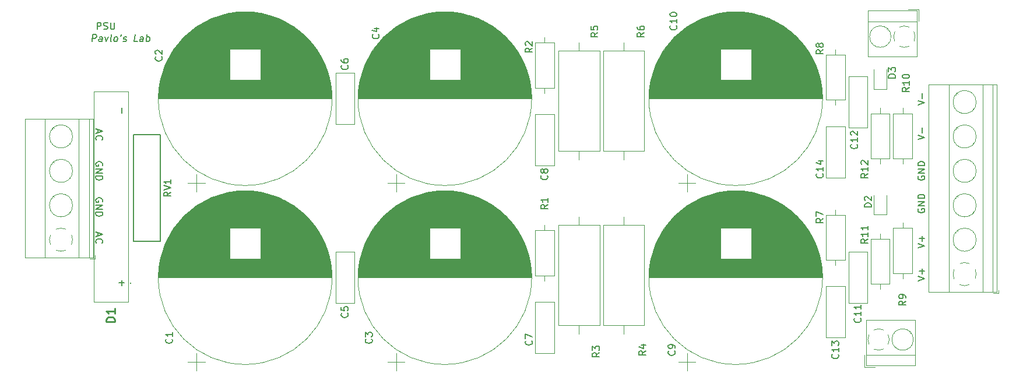
<source format=gbr>
%TF.GenerationSoftware,KiCad,Pcbnew,(5.1.6-0)*%
%TF.CreationDate,2023-07-07T17:58:43-07:00*%
%TF.ProjectId,psu_board_small,7073755f-626f-4617-9264-5f736d616c6c,rev?*%
%TF.SameCoordinates,Original*%
%TF.FileFunction,Legend,Top*%
%TF.FilePolarity,Positive*%
%FSLAX46Y46*%
G04 Gerber Fmt 4.6, Leading zero omitted, Abs format (unit mm)*
G04 Created by KiCad (PCBNEW (5.1.6-0)) date 2023-07-07 17:58:43*
%MOMM*%
%LPD*%
G01*
G04 APERTURE LIST*
%ADD10C,0.150000*%
%ADD11C,0.120000*%
%ADD12C,0.200000*%
%ADD13C,0.100000*%
%ADD14C,0.254000*%
G04 APERTURE END LIST*
D10*
X33488095Y-69452380D02*
X33488095Y-68452380D01*
X33869047Y-68452380D01*
X33964285Y-68500000D01*
X34011904Y-68547619D01*
X34059523Y-68642857D01*
X34059523Y-68785714D01*
X34011904Y-68880952D01*
X33964285Y-68928571D01*
X33869047Y-68976190D01*
X33488095Y-68976190D01*
X34440476Y-69404761D02*
X34583333Y-69452380D01*
X34821428Y-69452380D01*
X34916666Y-69404761D01*
X34964285Y-69357142D01*
X35011904Y-69261904D01*
X35011904Y-69166666D01*
X34964285Y-69071428D01*
X34916666Y-69023809D01*
X34821428Y-68976190D01*
X34630952Y-68928571D01*
X34535714Y-68880952D01*
X34488095Y-68833333D01*
X34440476Y-68738095D01*
X34440476Y-68642857D01*
X34488095Y-68547619D01*
X34535714Y-68500000D01*
X34630952Y-68452380D01*
X34869047Y-68452380D01*
X35011904Y-68500000D01*
X35440476Y-68452380D02*
X35440476Y-69261904D01*
X35488095Y-69357142D01*
X35535714Y-69404761D01*
X35630952Y-69452380D01*
X35821428Y-69452380D01*
X35916666Y-69404761D01*
X35964285Y-69357142D01*
X36011904Y-69261904D01*
X36011904Y-68452380D01*
X32757157Y-71202380D02*
X32882157Y-70202380D01*
X33263110Y-70202380D01*
X33352395Y-70250000D01*
X33394062Y-70297619D01*
X33429776Y-70392857D01*
X33411919Y-70535714D01*
X33352395Y-70630952D01*
X33298824Y-70678571D01*
X33197633Y-70726190D01*
X32816681Y-70726190D01*
X34185729Y-71202380D02*
X34251205Y-70678571D01*
X34215491Y-70583333D01*
X34126205Y-70535714D01*
X33935729Y-70535714D01*
X33834538Y-70583333D01*
X34191681Y-71154761D02*
X34090491Y-71202380D01*
X33852395Y-71202380D01*
X33763110Y-71154761D01*
X33727395Y-71059523D01*
X33739300Y-70964285D01*
X33798824Y-70869047D01*
X33900014Y-70821428D01*
X34138110Y-70821428D01*
X34239300Y-70773809D01*
X34650014Y-70535714D02*
X34804776Y-71202380D01*
X35126205Y-70535714D01*
X35566681Y-71202380D02*
X35477395Y-71154761D01*
X35441681Y-71059523D01*
X35548824Y-70202380D01*
X36090491Y-71202380D02*
X36001205Y-71154761D01*
X35959538Y-71107142D01*
X35923824Y-71011904D01*
X35959538Y-70726190D01*
X36019062Y-70630952D01*
X36072633Y-70583333D01*
X36173824Y-70535714D01*
X36316681Y-70535714D01*
X36405967Y-70583333D01*
X36447633Y-70630952D01*
X36483348Y-70726190D01*
X36447633Y-71011904D01*
X36388110Y-71107142D01*
X36334538Y-71154761D01*
X36233348Y-71202380D01*
X36090491Y-71202380D01*
X37025014Y-70202380D02*
X37019062Y-70250000D01*
X36959538Y-70345238D01*
X36905967Y-70392857D01*
X37286919Y-71154761D02*
X37376205Y-71202380D01*
X37566681Y-71202380D01*
X37667872Y-71154761D01*
X37727395Y-71059523D01*
X37733348Y-71011904D01*
X37697633Y-70916666D01*
X37608348Y-70869047D01*
X37465491Y-70869047D01*
X37376205Y-70821428D01*
X37340491Y-70726190D01*
X37346443Y-70678571D01*
X37405967Y-70583333D01*
X37507157Y-70535714D01*
X37650014Y-70535714D01*
X37739300Y-70583333D01*
X39376205Y-71202380D02*
X38900014Y-71202380D01*
X39025014Y-70202380D01*
X40138110Y-71202380D02*
X40203586Y-70678571D01*
X40167872Y-70583333D01*
X40078586Y-70535714D01*
X39888110Y-70535714D01*
X39786919Y-70583333D01*
X40144062Y-71154761D02*
X40042872Y-71202380D01*
X39804776Y-71202380D01*
X39715491Y-71154761D01*
X39679776Y-71059523D01*
X39691681Y-70964285D01*
X39751205Y-70869047D01*
X39852395Y-70821428D01*
X40090491Y-70821428D01*
X40191681Y-70773809D01*
X40614300Y-71202380D02*
X40739300Y-70202380D01*
X40691681Y-70583333D02*
X40792872Y-70535714D01*
X40983348Y-70535714D01*
X41072633Y-70583333D01*
X41114300Y-70630952D01*
X41150014Y-70726190D01*
X41114300Y-71011904D01*
X41054776Y-71107142D01*
X41001205Y-71154761D01*
X40900014Y-71202380D01*
X40709538Y-71202380D01*
X40620252Y-71154761D01*
X152702380Y-80452380D02*
X153702380Y-80119047D01*
X152702380Y-79785714D01*
X153321428Y-79452380D02*
X153321428Y-78690476D01*
X152702380Y-85452380D02*
X153702380Y-85119047D01*
X152702380Y-84785714D01*
X153321428Y-84452380D02*
X153321428Y-83690476D01*
X152702380Y-105952380D02*
X153702380Y-105619047D01*
X152702380Y-105285714D01*
X153321428Y-104952380D02*
X153321428Y-104190476D01*
X153702380Y-104571428D02*
X152940476Y-104571428D01*
X152702380Y-101202380D02*
X153702380Y-100869047D01*
X152702380Y-100535714D01*
X153321428Y-100202380D02*
X153321428Y-99440476D01*
X153702380Y-99821428D02*
X152940476Y-99821428D01*
X152750000Y-90761904D02*
X152702380Y-90857142D01*
X152702380Y-91000000D01*
X152750000Y-91142857D01*
X152845238Y-91238095D01*
X152940476Y-91285714D01*
X153130952Y-91333333D01*
X153273809Y-91333333D01*
X153464285Y-91285714D01*
X153559523Y-91238095D01*
X153654761Y-91142857D01*
X153702380Y-91000000D01*
X153702380Y-90904761D01*
X153654761Y-90761904D01*
X153607142Y-90714285D01*
X153273809Y-90714285D01*
X153273809Y-90904761D01*
X153702380Y-90285714D02*
X152702380Y-90285714D01*
X153702380Y-89714285D01*
X152702380Y-89714285D01*
X153702380Y-89238095D02*
X152702380Y-89238095D01*
X152702380Y-89000000D01*
X152750000Y-88857142D01*
X152845238Y-88761904D01*
X152940476Y-88714285D01*
X153130952Y-88666666D01*
X153273809Y-88666666D01*
X153464285Y-88714285D01*
X153559523Y-88761904D01*
X153654761Y-88857142D01*
X153702380Y-89000000D01*
X153702380Y-89238095D01*
X152750000Y-95511904D02*
X152702380Y-95607142D01*
X152702380Y-95750000D01*
X152750000Y-95892857D01*
X152845238Y-95988095D01*
X152940476Y-96035714D01*
X153130952Y-96083333D01*
X153273809Y-96083333D01*
X153464285Y-96035714D01*
X153559523Y-95988095D01*
X153654761Y-95892857D01*
X153702380Y-95750000D01*
X153702380Y-95654761D01*
X153654761Y-95511904D01*
X153607142Y-95464285D01*
X153273809Y-95464285D01*
X153273809Y-95654761D01*
X153702380Y-95035714D02*
X152702380Y-95035714D01*
X153702380Y-94464285D01*
X152702380Y-94464285D01*
X153702380Y-93988095D02*
X152702380Y-93988095D01*
X152702380Y-93750000D01*
X152750000Y-93607142D01*
X152845238Y-93511904D01*
X152940476Y-93464285D01*
X153130952Y-93416666D01*
X153273809Y-93416666D01*
X153464285Y-93464285D01*
X153559523Y-93511904D01*
X153654761Y-93607142D01*
X153702380Y-93750000D01*
X153702380Y-93988095D01*
X34250000Y-94488095D02*
X34297619Y-94392857D01*
X34297619Y-94250000D01*
X34250000Y-94107142D01*
X34154761Y-94011904D01*
X34059523Y-93964285D01*
X33869047Y-93916666D01*
X33726190Y-93916666D01*
X33535714Y-93964285D01*
X33440476Y-94011904D01*
X33345238Y-94107142D01*
X33297619Y-94250000D01*
X33297619Y-94345238D01*
X33345238Y-94488095D01*
X33392857Y-94535714D01*
X33726190Y-94535714D01*
X33726190Y-94345238D01*
X33297619Y-94964285D02*
X34297619Y-94964285D01*
X33297619Y-95535714D01*
X34297619Y-95535714D01*
X33297619Y-96011904D02*
X34297619Y-96011904D01*
X34297619Y-96250000D01*
X34250000Y-96392857D01*
X34154761Y-96488095D01*
X34059523Y-96535714D01*
X33869047Y-96583333D01*
X33726190Y-96583333D01*
X33535714Y-96535714D01*
X33440476Y-96488095D01*
X33345238Y-96392857D01*
X33297619Y-96250000D01*
X33297619Y-96011904D01*
X34250000Y-89238095D02*
X34297619Y-89142857D01*
X34297619Y-89000000D01*
X34250000Y-88857142D01*
X34154761Y-88761904D01*
X34059523Y-88714285D01*
X33869047Y-88666666D01*
X33726190Y-88666666D01*
X33535714Y-88714285D01*
X33440476Y-88761904D01*
X33345238Y-88857142D01*
X33297619Y-89000000D01*
X33297619Y-89095238D01*
X33345238Y-89238095D01*
X33392857Y-89285714D01*
X33726190Y-89285714D01*
X33726190Y-89095238D01*
X33297619Y-89714285D02*
X34297619Y-89714285D01*
X33297619Y-90285714D01*
X34297619Y-90285714D01*
X33297619Y-90761904D02*
X34297619Y-90761904D01*
X34297619Y-91000000D01*
X34250000Y-91142857D01*
X34154761Y-91238095D01*
X34059523Y-91285714D01*
X33869047Y-91333333D01*
X33726190Y-91333333D01*
X33535714Y-91285714D01*
X33440476Y-91238095D01*
X33345238Y-91142857D01*
X33297619Y-91000000D01*
X33297619Y-90761904D01*
X33583333Y-99011904D02*
X33583333Y-99488095D01*
X33297619Y-98916666D02*
X34297619Y-99250000D01*
X33297619Y-99583333D01*
X33392857Y-100488095D02*
X33345238Y-100440476D01*
X33297619Y-100297619D01*
X33297619Y-100202380D01*
X33345238Y-100059523D01*
X33440476Y-99964285D01*
X33535714Y-99916666D01*
X33726190Y-99869047D01*
X33869047Y-99869047D01*
X34059523Y-99916666D01*
X34154761Y-99964285D01*
X34250000Y-100059523D01*
X34297619Y-100202380D01*
X34297619Y-100297619D01*
X34250000Y-100440476D01*
X34202380Y-100488095D01*
X33583333Y-84011904D02*
X33583333Y-84488095D01*
X33297619Y-83916666D02*
X34297619Y-84250000D01*
X33297619Y-84583333D01*
X33392857Y-85488095D02*
X33345238Y-85440476D01*
X33297619Y-85297619D01*
X33297619Y-85202380D01*
X33345238Y-85059523D01*
X33440476Y-84964285D01*
X33535714Y-84916666D01*
X33726190Y-84869047D01*
X33869047Y-84869047D01*
X34059523Y-84916666D01*
X34154761Y-84964285D01*
X34250000Y-85059523D01*
X34297619Y-85202380D01*
X34297619Y-85297619D01*
X34250000Y-85440476D01*
X34202380Y-85488095D01*
D11*
%TO.C,J3*%
X150723556Y-68944319D02*
G75*
G02*
X151457000Y-69114000I26444J-1555681D01*
G01*
X152136645Y-69794267D02*
G75*
G02*
X152136000Y-71207000I-1386645J-705733D01*
G01*
X151455733Y-71886645D02*
G75*
G02*
X150043000Y-71886000I-705733J1386645D01*
G01*
X149363355Y-71205733D02*
G75*
G02*
X149364000Y-69793000I1386645J705733D01*
G01*
X150044045Y-69114485D02*
G75*
G02*
X150750000Y-68945000I705955J-1385515D01*
G01*
X148805000Y-70500000D02*
G75*
G03*
X148805000Y-70500000I-1555000J0D01*
G01*
X152560000Y-68300000D02*
X145440000Y-68300000D01*
X152560000Y-73360000D02*
X145440000Y-73360000D01*
X152560000Y-66740000D02*
X145440000Y-66740000D01*
X152560000Y-73360000D02*
X152560000Y-66740000D01*
X145440000Y-73360000D02*
X145440000Y-66740000D01*
X146070000Y-71490000D02*
X146146000Y-71414000D01*
X148185000Y-69375000D02*
X148239000Y-69320000D01*
X146260000Y-71680000D02*
X146314000Y-71626000D01*
X148353000Y-69586000D02*
X148429000Y-69510000D01*
X152800000Y-68240000D02*
X152800000Y-66500000D01*
X152800000Y-66500000D02*
X151300000Y-66500000D01*
%TO.C,J2*%
X147026444Y-116055681D02*
G75*
G02*
X146293000Y-115886000I-26444J1555681D01*
G01*
X145613355Y-115205733D02*
G75*
G02*
X145614000Y-113793000I1386645J705733D01*
G01*
X146294267Y-113113355D02*
G75*
G02*
X147707000Y-113114000I705733J-1386645D01*
G01*
X148386645Y-113794267D02*
G75*
G02*
X148386000Y-115207000I-1386645J-705733D01*
G01*
X147705955Y-115885515D02*
G75*
G02*
X147000000Y-116055000I-705955J1385515D01*
G01*
X152055000Y-114500000D02*
G75*
G03*
X152055000Y-114500000I-1555000J0D01*
G01*
X145190000Y-116700000D02*
X152310000Y-116700000D01*
X145190000Y-111640000D02*
X152310000Y-111640000D01*
X145190000Y-118260000D02*
X152310000Y-118260000D01*
X145190000Y-111640000D02*
X145190000Y-118260000D01*
X152310000Y-111640000D02*
X152310000Y-118260000D01*
X151680000Y-113510000D02*
X151604000Y-113586000D01*
X149565000Y-115625000D02*
X149511000Y-115680000D01*
X151490000Y-113320000D02*
X151436000Y-113374000D01*
X149397000Y-115414000D02*
X149321000Y-115490000D01*
X144950000Y-116760000D02*
X144950000Y-118500000D01*
X144950000Y-118500000D02*
X146450000Y-118500000D01*
D10*
%TO.C,RV1*%
X42650000Y-100250000D02*
X42650000Y-84750000D01*
X38750000Y-100250000D02*
X38750000Y-84750000D01*
X38750000Y-84750000D02*
X42650000Y-84750000D01*
X38750000Y-100250000D02*
X42650000Y-100250000D01*
D11*
%TO.C,R8*%
X139380000Y-79690000D02*
X142120000Y-79690000D01*
X142120000Y-79690000D02*
X142120000Y-73150000D01*
X142120000Y-73150000D02*
X139380000Y-73150000D01*
X139380000Y-73150000D02*
X139380000Y-79690000D01*
X140750000Y-80460000D02*
X140750000Y-79690000D01*
X140750000Y-72380000D02*
X140750000Y-73150000D01*
%TO.C,R7*%
X139380000Y-102940000D02*
X142120000Y-102940000D01*
X142120000Y-102940000D02*
X142120000Y-96400000D01*
X142120000Y-96400000D02*
X139380000Y-96400000D01*
X139380000Y-96400000D02*
X139380000Y-102940000D01*
X140750000Y-103710000D02*
X140750000Y-102940000D01*
X140750000Y-95630000D02*
X140750000Y-96400000D01*
%TO.C,J4*%
X161180253Y-104971195D02*
G75*
G02*
X161035000Y-105684000I-1680253J-28805D01*
G01*
X160183042Y-106535426D02*
G75*
G02*
X158816000Y-106535000I-683042J1535426D01*
G01*
X157964574Y-105683042D02*
G75*
G02*
X157965000Y-104316000I1535426J683042D01*
G01*
X158816958Y-103464574D02*
G75*
G02*
X160184000Y-103465000I683042J-1535426D01*
G01*
X161034756Y-104316682D02*
G75*
G02*
X161180000Y-105000000I-1534756J-683318D01*
G01*
X161180000Y-100000000D02*
G75*
G03*
X161180000Y-100000000I-1680000J0D01*
G01*
X161180000Y-95000000D02*
G75*
G03*
X161180000Y-95000000I-1680000J0D01*
G01*
X161180000Y-90000000D02*
G75*
G03*
X161180000Y-90000000I-1680000J0D01*
G01*
X161180000Y-85000000D02*
G75*
G03*
X161180000Y-85000000I-1680000J0D01*
G01*
X161180000Y-80000000D02*
G75*
G03*
X161180000Y-80000000I-1680000J0D01*
G01*
X163600000Y-107560000D02*
X163600000Y-77440000D01*
X162100000Y-107560000D02*
X162100000Y-77440000D01*
X157199000Y-107560000D02*
X157199000Y-77440000D01*
X154239000Y-107560000D02*
X154239000Y-77440000D01*
X164160000Y-107560000D02*
X164160000Y-77440000D01*
X154239000Y-107560000D02*
X164160000Y-107560000D01*
X154239000Y-77440000D02*
X164160000Y-77440000D01*
X158431000Y-98725000D02*
X158477000Y-98772000D01*
X160739000Y-101034000D02*
X160774000Y-101069000D01*
X158225000Y-98930000D02*
X158261000Y-98965000D01*
X160523000Y-101227000D02*
X160569000Y-101274000D01*
X158431000Y-93725000D02*
X158477000Y-93772000D01*
X160739000Y-96034000D02*
X160774000Y-96069000D01*
X158225000Y-93930000D02*
X158261000Y-93965000D01*
X160523000Y-96227000D02*
X160569000Y-96274000D01*
X158431000Y-88725000D02*
X158477000Y-88772000D01*
X160739000Y-91034000D02*
X160774000Y-91069000D01*
X158225000Y-88930000D02*
X158261000Y-88965000D01*
X160523000Y-91227000D02*
X160569000Y-91274000D01*
X158431000Y-83725000D02*
X158477000Y-83772000D01*
X160739000Y-86034000D02*
X160774000Y-86069000D01*
X158225000Y-83930000D02*
X158261000Y-83965000D01*
X160523000Y-86227000D02*
X160569000Y-86274000D01*
X158431000Y-78725000D02*
X158477000Y-78772000D01*
X160739000Y-81034000D02*
X160774000Y-81069000D01*
X158225000Y-78930000D02*
X158261000Y-78965000D01*
X160523000Y-81227000D02*
X160569000Y-81274000D01*
X163660000Y-107800000D02*
X164400000Y-107800000D01*
X164400000Y-107800000D02*
X164400000Y-107300000D01*
%TO.C,J1*%
X29930253Y-99971195D02*
G75*
G02*
X29785000Y-100684000I-1680253J-28805D01*
G01*
X28933042Y-101535426D02*
G75*
G02*
X27566000Y-101535000I-683042J1535426D01*
G01*
X26714574Y-100683042D02*
G75*
G02*
X26715000Y-99316000I1535426J683042D01*
G01*
X27566958Y-98464574D02*
G75*
G02*
X28934000Y-98465000I683042J-1535426D01*
G01*
X29784756Y-99316682D02*
G75*
G02*
X29930000Y-100000000I-1534756J-683318D01*
G01*
X29930000Y-95000000D02*
G75*
G03*
X29930000Y-95000000I-1680000J0D01*
G01*
X29930000Y-90000000D02*
G75*
G03*
X29930000Y-90000000I-1680000J0D01*
G01*
X29930000Y-85000000D02*
G75*
G03*
X29930000Y-85000000I-1680000J0D01*
G01*
X32350000Y-102560000D02*
X32350000Y-82439000D01*
X30850000Y-102560000D02*
X30850000Y-82439000D01*
X25949000Y-102560000D02*
X25949000Y-82439000D01*
X22989000Y-102560000D02*
X22989000Y-82439000D01*
X32910000Y-102560000D02*
X32910000Y-82439000D01*
X22989000Y-102560000D02*
X32910000Y-102560000D01*
X22989000Y-82439000D02*
X32910000Y-82439000D01*
X27181000Y-93725000D02*
X27227000Y-93772000D01*
X29489000Y-96034000D02*
X29524000Y-96069000D01*
X26975000Y-93930000D02*
X27011000Y-93965000D01*
X29273000Y-96227000D02*
X29319000Y-96274000D01*
X27181000Y-88725000D02*
X27227000Y-88772000D01*
X29489000Y-91034000D02*
X29524000Y-91069000D01*
X26975000Y-88930000D02*
X27011000Y-88965000D01*
X29273000Y-91227000D02*
X29319000Y-91274000D01*
X27181000Y-83725000D02*
X27227000Y-83772000D01*
X29489000Y-86034000D02*
X29524000Y-86069000D01*
X26975000Y-83930000D02*
X27011000Y-83965000D01*
X29273000Y-86227000D02*
X29319000Y-86274000D01*
X32410000Y-102800000D02*
X33150000Y-102800000D01*
X33150000Y-102800000D02*
X33150000Y-102300000D01*
%TO.C,C14*%
X139380000Y-90970000D02*
X139380000Y-83530000D01*
X142120000Y-90970000D02*
X142120000Y-83530000D01*
X139380000Y-90970000D02*
X142120000Y-90970000D01*
X139380000Y-83530000D02*
X142120000Y-83530000D01*
%TO.C,C13*%
X139380000Y-114220000D02*
X139380000Y-106780000D01*
X142120000Y-114220000D02*
X142120000Y-106780000D01*
X139380000Y-114220000D02*
X142120000Y-114220000D01*
X139380000Y-106780000D02*
X142120000Y-106780000D01*
%TO.C,C12*%
X142630000Y-83720000D02*
X142630000Y-76280000D01*
X145370000Y-83720000D02*
X145370000Y-76280000D01*
X142630000Y-83720000D02*
X145370000Y-83720000D01*
X142630000Y-76280000D02*
X145370000Y-76280000D01*
%TO.C,C11*%
X142630000Y-109220000D02*
X142630000Y-101780000D01*
X145370000Y-109220000D02*
X145370000Y-101780000D01*
X142630000Y-109220000D02*
X145370000Y-109220000D01*
X142630000Y-101780000D02*
X145370000Y-101780000D01*
%TO.C,R12*%
X145880000Y-88190000D02*
X148620000Y-88190000D01*
X148620000Y-88190000D02*
X148620000Y-81650000D01*
X148620000Y-81650000D02*
X145880000Y-81650000D01*
X145880000Y-81650000D02*
X145880000Y-88190000D01*
X147250000Y-88960000D02*
X147250000Y-88190000D01*
X147250000Y-80880000D02*
X147250000Y-81650000D01*
%TO.C,R11*%
X145880000Y-106440000D02*
X148620000Y-106440000D01*
X148620000Y-106440000D02*
X148620000Y-99900000D01*
X148620000Y-99900000D02*
X145880000Y-99900000D01*
X145880000Y-99900000D02*
X145880000Y-106440000D01*
X147250000Y-107210000D02*
X147250000Y-106440000D01*
X147250000Y-99130000D02*
X147250000Y-99900000D01*
%TO.C,R10*%
X149130000Y-88190000D02*
X151870000Y-88190000D01*
X151870000Y-88190000D02*
X151870000Y-81650000D01*
X151870000Y-81650000D02*
X149130000Y-81650000D01*
X149130000Y-81650000D02*
X149130000Y-88190000D01*
X150500000Y-88960000D02*
X150500000Y-88190000D01*
X150500000Y-80880000D02*
X150500000Y-81650000D01*
%TO.C,R9*%
X151870000Y-98310000D02*
X149130000Y-98310000D01*
X149130000Y-98310000D02*
X149130000Y-104850000D01*
X149130000Y-104850000D02*
X151870000Y-104850000D01*
X151870000Y-104850000D02*
X151870000Y-98310000D01*
X150500000Y-97540000D02*
X150500000Y-98310000D01*
X150500000Y-105620000D02*
X150500000Y-104850000D01*
%TO.C,R6*%
X107030000Y-87110000D02*
X112970000Y-87110000D01*
X112970000Y-87110000D02*
X112970000Y-72570000D01*
X112970000Y-72570000D02*
X107030000Y-72570000D01*
X107030000Y-72570000D02*
X107030000Y-87110000D01*
X110000000Y-88360000D02*
X110000000Y-87110000D01*
X110000000Y-71320000D02*
X110000000Y-72570000D01*
%TO.C,R5*%
X100530000Y-87110000D02*
X106470000Y-87110000D01*
X106470000Y-87110000D02*
X106470000Y-72570000D01*
X106470000Y-72570000D02*
X100530000Y-72570000D01*
X100530000Y-72570000D02*
X100530000Y-87110000D01*
X103500000Y-88360000D02*
X103500000Y-87110000D01*
X103500000Y-71320000D02*
X103500000Y-72570000D01*
%TO.C,R4*%
X112970000Y-97890000D02*
X107030000Y-97890000D01*
X107030000Y-97890000D02*
X107030000Y-112430000D01*
X107030000Y-112430000D02*
X112970000Y-112430000D01*
X112970000Y-112430000D02*
X112970000Y-97890000D01*
X110000000Y-96640000D02*
X110000000Y-97890000D01*
X110000000Y-113680000D02*
X110000000Y-112430000D01*
%TO.C,R3*%
X106470000Y-97890000D02*
X100530000Y-97890000D01*
X100530000Y-97890000D02*
X100530000Y-112430000D01*
X100530000Y-112430000D02*
X106470000Y-112430000D01*
X106470000Y-112430000D02*
X106470000Y-97890000D01*
X103500000Y-96640000D02*
X103500000Y-97890000D01*
X103500000Y-113680000D02*
X103500000Y-112430000D01*
%TO.C,R2*%
X97130000Y-77940000D02*
X99870000Y-77940000D01*
X99870000Y-77940000D02*
X99870000Y-71400000D01*
X99870000Y-71400000D02*
X97130000Y-71400000D01*
X97130000Y-71400000D02*
X97130000Y-77940000D01*
X98500000Y-78710000D02*
X98500000Y-77940000D01*
X98500000Y-70630000D02*
X98500000Y-71400000D01*
%TO.C,R1*%
X97130000Y-105190000D02*
X99870000Y-105190000D01*
X99870000Y-105190000D02*
X99870000Y-98650000D01*
X99870000Y-98650000D02*
X97130000Y-98650000D01*
X97130000Y-98650000D02*
X97130000Y-105190000D01*
X98500000Y-105960000D02*
X98500000Y-105190000D01*
X98500000Y-97880000D02*
X98500000Y-98650000D01*
%TO.C,D3*%
X146290000Y-75250000D02*
X146290000Y-78110000D01*
X146290000Y-78110000D02*
X148210000Y-78110000D01*
X148210000Y-78110000D02*
X148210000Y-75250000D01*
%TO.C,D2*%
X146290000Y-93500000D02*
X146290000Y-96360000D01*
X146290000Y-96360000D02*
X148210000Y-96360000D01*
X148210000Y-96360000D02*
X148210000Y-93500000D01*
D12*
%TO.C,D1*%
X38350000Y-106350000D02*
X38350000Y-106350000D01*
X38350000Y-106250000D02*
X38350000Y-106250000D01*
X38350000Y-106350000D02*
X38350000Y-106350000D01*
D13*
X38000000Y-109000000D02*
X33000000Y-109000000D01*
X38000000Y-78500000D02*
X38000000Y-109000000D01*
X33000000Y-78500000D02*
X38000000Y-78500000D01*
X33000000Y-109000000D02*
X33000000Y-78500000D01*
D12*
X38350000Y-106250000D02*
G75*
G02*
X38350000Y-106350000I0J-50000D01*
G01*
X38350000Y-106350000D02*
G75*
G02*
X38350000Y-106250000I0J50000D01*
G01*
X38350000Y-106250000D02*
G75*
G02*
X38350000Y-106350000I0J-50000D01*
G01*
D11*
%TO.C,C10*%
X138870000Y-79500000D02*
G75*
G03*
X138870000Y-79500000I-12620000J0D01*
G01*
X113669000Y-79500000D02*
X138831000Y-79500000D01*
X113670000Y-79460000D02*
X138830000Y-79460000D01*
X113670000Y-79420000D02*
X138830000Y-79420000D01*
X113670000Y-79380000D02*
X138830000Y-79380000D01*
X113671000Y-79340000D02*
X138829000Y-79340000D01*
X113671000Y-79300000D02*
X138829000Y-79300000D01*
X113672000Y-79260000D02*
X138828000Y-79260000D01*
X113673000Y-79220000D02*
X138827000Y-79220000D01*
X113674000Y-79180000D02*
X138826000Y-79180000D01*
X113675000Y-79140000D02*
X138825000Y-79140000D01*
X113676000Y-79100000D02*
X138824000Y-79100000D01*
X113677000Y-79060000D02*
X138823000Y-79060000D01*
X113679000Y-79020000D02*
X138821000Y-79020000D01*
X113680000Y-78980000D02*
X138820000Y-78980000D01*
X113682000Y-78940000D02*
X138818000Y-78940000D01*
X113684000Y-78900000D02*
X138816000Y-78900000D01*
X113686000Y-78860000D02*
X138814000Y-78860000D01*
X113688000Y-78820000D02*
X138812000Y-78820000D01*
X113690000Y-78779000D02*
X138810000Y-78779000D01*
X113692000Y-78739000D02*
X138808000Y-78739000D01*
X113695000Y-78699000D02*
X138805000Y-78699000D01*
X113697000Y-78659000D02*
X138803000Y-78659000D01*
X113700000Y-78619000D02*
X138800000Y-78619000D01*
X113703000Y-78579000D02*
X138797000Y-78579000D01*
X113706000Y-78539000D02*
X138794000Y-78539000D01*
X113709000Y-78499000D02*
X138791000Y-78499000D01*
X113712000Y-78459000D02*
X138788000Y-78459000D01*
X113716000Y-78419000D02*
X138784000Y-78419000D01*
X113719000Y-78379000D02*
X138781000Y-78379000D01*
X113723000Y-78339000D02*
X138777000Y-78339000D01*
X113727000Y-78299000D02*
X138773000Y-78299000D01*
X113731000Y-78259000D02*
X138769000Y-78259000D01*
X113735000Y-78219000D02*
X138765000Y-78219000D01*
X113739000Y-78179000D02*
X138761000Y-78179000D01*
X113743000Y-78139000D02*
X138757000Y-78139000D01*
X113747000Y-78099000D02*
X138753000Y-78099000D01*
X113752000Y-78059000D02*
X138748000Y-78059000D01*
X113757000Y-78019000D02*
X138743000Y-78019000D01*
X113761000Y-77979000D02*
X138739000Y-77979000D01*
X113766000Y-77939000D02*
X138734000Y-77939000D01*
X113771000Y-77899000D02*
X138729000Y-77899000D01*
X113777000Y-77859000D02*
X138723000Y-77859000D01*
X113782000Y-77819000D02*
X138718000Y-77819000D01*
X113787000Y-77779000D02*
X138713000Y-77779000D01*
X113793000Y-77739000D02*
X138707000Y-77739000D01*
X113799000Y-77699000D02*
X138701000Y-77699000D01*
X113804000Y-77659000D02*
X138696000Y-77659000D01*
X113810000Y-77619000D02*
X138690000Y-77619000D01*
X113816000Y-77579000D02*
X138684000Y-77579000D01*
X113823000Y-77539000D02*
X138677000Y-77539000D01*
X113829000Y-77499000D02*
X138671000Y-77499000D01*
X113835000Y-77459000D02*
X138665000Y-77459000D01*
X113842000Y-77419000D02*
X138658000Y-77419000D01*
X113849000Y-77379000D02*
X138651000Y-77379000D01*
X113856000Y-77339000D02*
X138644000Y-77339000D01*
X113863000Y-77299000D02*
X138637000Y-77299000D01*
X113870000Y-77259000D02*
X138630000Y-77259000D01*
X113877000Y-77219000D02*
X138623000Y-77219000D01*
X113885000Y-77179000D02*
X138615000Y-77179000D01*
X113892000Y-77139000D02*
X138608000Y-77139000D01*
X113900000Y-77099000D02*
X138600000Y-77099000D01*
X113908000Y-77059000D02*
X138592000Y-77059000D01*
X113916000Y-77019000D02*
X138584000Y-77019000D01*
X113924000Y-76979000D02*
X138576000Y-76979000D01*
X113932000Y-76939000D02*
X138568000Y-76939000D01*
X113940000Y-76899000D02*
X138560000Y-76899000D01*
X113949000Y-76859000D02*
X138551000Y-76859000D01*
X113957000Y-76819000D02*
X138543000Y-76819000D01*
X113966000Y-76779000D02*
X138534000Y-76779000D01*
X113975000Y-76739000D02*
X124010000Y-76739000D01*
X128490000Y-76739000D02*
X138525000Y-76739000D01*
X113984000Y-76699000D02*
X124010000Y-76699000D01*
X128490000Y-76699000D02*
X138516000Y-76699000D01*
X113993000Y-76659000D02*
X124010000Y-76659000D01*
X128490000Y-76659000D02*
X138507000Y-76659000D01*
X114003000Y-76619000D02*
X124010000Y-76619000D01*
X128490000Y-76619000D02*
X138497000Y-76619000D01*
X114012000Y-76579000D02*
X124010000Y-76579000D01*
X128490000Y-76579000D02*
X138488000Y-76579000D01*
X114022000Y-76539000D02*
X124010000Y-76539000D01*
X128490000Y-76539000D02*
X138478000Y-76539000D01*
X114031000Y-76499000D02*
X124010000Y-76499000D01*
X128490000Y-76499000D02*
X138469000Y-76499000D01*
X114041000Y-76459000D02*
X124010000Y-76459000D01*
X128490000Y-76459000D02*
X138459000Y-76459000D01*
X114051000Y-76419000D02*
X124010000Y-76419000D01*
X128490000Y-76419000D02*
X138449000Y-76419000D01*
X114061000Y-76379000D02*
X124010000Y-76379000D01*
X128490000Y-76379000D02*
X138439000Y-76379000D01*
X114072000Y-76339000D02*
X124010000Y-76339000D01*
X128490000Y-76339000D02*
X138428000Y-76339000D01*
X114082000Y-76299000D02*
X124010000Y-76299000D01*
X128490000Y-76299000D02*
X138418000Y-76299000D01*
X114093000Y-76259000D02*
X124010000Y-76259000D01*
X128490000Y-76259000D02*
X138407000Y-76259000D01*
X114103000Y-76219000D02*
X124010000Y-76219000D01*
X128490000Y-76219000D02*
X138397000Y-76219000D01*
X114114000Y-76179000D02*
X124010000Y-76179000D01*
X128490000Y-76179000D02*
X138386000Y-76179000D01*
X114125000Y-76139000D02*
X124010000Y-76139000D01*
X128490000Y-76139000D02*
X138375000Y-76139000D01*
X114136000Y-76099000D02*
X124010000Y-76099000D01*
X128490000Y-76099000D02*
X138364000Y-76099000D01*
X114147000Y-76059000D02*
X124010000Y-76059000D01*
X128490000Y-76059000D02*
X138353000Y-76059000D01*
X114159000Y-76019000D02*
X124010000Y-76019000D01*
X128490000Y-76019000D02*
X138341000Y-76019000D01*
X114170000Y-75979000D02*
X124010000Y-75979000D01*
X128490000Y-75979000D02*
X138330000Y-75979000D01*
X114182000Y-75939000D02*
X124010000Y-75939000D01*
X128490000Y-75939000D02*
X138318000Y-75939000D01*
X114194000Y-75899000D02*
X124010000Y-75899000D01*
X128490000Y-75899000D02*
X138306000Y-75899000D01*
X114206000Y-75859000D02*
X124010000Y-75859000D01*
X128490000Y-75859000D02*
X138294000Y-75859000D01*
X114218000Y-75819000D02*
X124010000Y-75819000D01*
X128490000Y-75819000D02*
X138282000Y-75819000D01*
X114230000Y-75779000D02*
X124010000Y-75779000D01*
X128490000Y-75779000D02*
X138270000Y-75779000D01*
X114243000Y-75739000D02*
X124010000Y-75739000D01*
X128490000Y-75739000D02*
X138257000Y-75739000D01*
X114255000Y-75699000D02*
X124010000Y-75699000D01*
X128490000Y-75699000D02*
X138245000Y-75699000D01*
X114268000Y-75659000D02*
X124010000Y-75659000D01*
X128490000Y-75659000D02*
X138232000Y-75659000D01*
X114281000Y-75619000D02*
X124010000Y-75619000D01*
X128490000Y-75619000D02*
X138219000Y-75619000D01*
X114294000Y-75579000D02*
X124010000Y-75579000D01*
X128490000Y-75579000D02*
X138206000Y-75579000D01*
X114307000Y-75539000D02*
X124010000Y-75539000D01*
X128490000Y-75539000D02*
X138193000Y-75539000D01*
X114320000Y-75499000D02*
X124010000Y-75499000D01*
X128490000Y-75499000D02*
X138180000Y-75499000D01*
X114334000Y-75459000D02*
X124010000Y-75459000D01*
X128490000Y-75459000D02*
X138166000Y-75459000D01*
X114347000Y-75419000D02*
X124010000Y-75419000D01*
X128490000Y-75419000D02*
X138153000Y-75419000D01*
X114361000Y-75379000D02*
X124010000Y-75379000D01*
X128490000Y-75379000D02*
X138139000Y-75379000D01*
X114375000Y-75339000D02*
X124010000Y-75339000D01*
X128490000Y-75339000D02*
X138125000Y-75339000D01*
X114389000Y-75299000D02*
X124010000Y-75299000D01*
X128490000Y-75299000D02*
X138111000Y-75299000D01*
X114403000Y-75259000D02*
X124010000Y-75259000D01*
X128490000Y-75259000D02*
X138097000Y-75259000D01*
X114417000Y-75219000D02*
X124010000Y-75219000D01*
X128490000Y-75219000D02*
X138083000Y-75219000D01*
X114432000Y-75179000D02*
X124010000Y-75179000D01*
X128490000Y-75179000D02*
X138068000Y-75179000D01*
X114447000Y-75139000D02*
X124010000Y-75139000D01*
X128490000Y-75139000D02*
X138053000Y-75139000D01*
X114461000Y-75099000D02*
X124010000Y-75099000D01*
X128490000Y-75099000D02*
X138039000Y-75099000D01*
X114476000Y-75059000D02*
X124010000Y-75059000D01*
X128490000Y-75059000D02*
X138024000Y-75059000D01*
X114491000Y-75019000D02*
X124010000Y-75019000D01*
X128490000Y-75019000D02*
X138009000Y-75019000D01*
X114507000Y-74979000D02*
X124010000Y-74979000D01*
X128490000Y-74979000D02*
X137993000Y-74979000D01*
X114522000Y-74939000D02*
X124010000Y-74939000D01*
X128490000Y-74939000D02*
X137978000Y-74939000D01*
X114538000Y-74899000D02*
X124010000Y-74899000D01*
X128490000Y-74899000D02*
X137962000Y-74899000D01*
X114553000Y-74859000D02*
X124010000Y-74859000D01*
X128490000Y-74859000D02*
X137947000Y-74859000D01*
X114569000Y-74819000D02*
X124010000Y-74819000D01*
X128490000Y-74819000D02*
X137931000Y-74819000D01*
X114585000Y-74779000D02*
X124010000Y-74779000D01*
X128490000Y-74779000D02*
X137915000Y-74779000D01*
X114602000Y-74739000D02*
X124010000Y-74739000D01*
X128490000Y-74739000D02*
X137898000Y-74739000D01*
X114618000Y-74699000D02*
X124010000Y-74699000D01*
X128490000Y-74699000D02*
X137882000Y-74699000D01*
X114635000Y-74659000D02*
X124010000Y-74659000D01*
X128490000Y-74659000D02*
X137865000Y-74659000D01*
X114651000Y-74619000D02*
X124010000Y-74619000D01*
X128490000Y-74619000D02*
X137849000Y-74619000D01*
X114668000Y-74579000D02*
X124010000Y-74579000D01*
X128490000Y-74579000D02*
X137832000Y-74579000D01*
X114685000Y-74539000D02*
X124010000Y-74539000D01*
X128490000Y-74539000D02*
X137815000Y-74539000D01*
X114702000Y-74499000D02*
X124010000Y-74499000D01*
X128490000Y-74499000D02*
X137798000Y-74499000D01*
X114720000Y-74459000D02*
X124010000Y-74459000D01*
X128490000Y-74459000D02*
X137780000Y-74459000D01*
X114737000Y-74419000D02*
X124010000Y-74419000D01*
X128490000Y-74419000D02*
X137763000Y-74419000D01*
X114755000Y-74379000D02*
X124010000Y-74379000D01*
X128490000Y-74379000D02*
X137745000Y-74379000D01*
X114773000Y-74339000D02*
X124010000Y-74339000D01*
X128490000Y-74339000D02*
X137727000Y-74339000D01*
X114791000Y-74299000D02*
X124010000Y-74299000D01*
X128490000Y-74299000D02*
X137709000Y-74299000D01*
X114809000Y-74259000D02*
X124010000Y-74259000D01*
X128490000Y-74259000D02*
X137691000Y-74259000D01*
X114827000Y-74219000D02*
X124010000Y-74219000D01*
X128490000Y-74219000D02*
X137673000Y-74219000D01*
X114846000Y-74179000D02*
X124010000Y-74179000D01*
X128490000Y-74179000D02*
X137654000Y-74179000D01*
X114864000Y-74139000D02*
X124010000Y-74139000D01*
X128490000Y-74139000D02*
X137636000Y-74139000D01*
X114883000Y-74099000D02*
X124010000Y-74099000D01*
X128490000Y-74099000D02*
X137617000Y-74099000D01*
X114902000Y-74059000D02*
X124010000Y-74059000D01*
X128490000Y-74059000D02*
X137598000Y-74059000D01*
X114921000Y-74019000D02*
X124010000Y-74019000D01*
X128490000Y-74019000D02*
X137579000Y-74019000D01*
X114941000Y-73979000D02*
X124010000Y-73979000D01*
X128490000Y-73979000D02*
X137559000Y-73979000D01*
X114960000Y-73939000D02*
X124010000Y-73939000D01*
X128490000Y-73939000D02*
X137540000Y-73939000D01*
X114980000Y-73899000D02*
X124010000Y-73899000D01*
X128490000Y-73899000D02*
X137520000Y-73899000D01*
X115000000Y-73859000D02*
X124010000Y-73859000D01*
X128490000Y-73859000D02*
X137500000Y-73859000D01*
X115020000Y-73819000D02*
X124010000Y-73819000D01*
X128490000Y-73819000D02*
X137480000Y-73819000D01*
X115040000Y-73779000D02*
X124010000Y-73779000D01*
X128490000Y-73779000D02*
X137460000Y-73779000D01*
X115061000Y-73739000D02*
X124010000Y-73739000D01*
X128490000Y-73739000D02*
X137439000Y-73739000D01*
X115081000Y-73699000D02*
X124010000Y-73699000D01*
X128490000Y-73699000D02*
X137419000Y-73699000D01*
X115102000Y-73659000D02*
X124010000Y-73659000D01*
X128490000Y-73659000D02*
X137398000Y-73659000D01*
X115123000Y-73619000D02*
X124010000Y-73619000D01*
X128490000Y-73619000D02*
X137377000Y-73619000D01*
X115144000Y-73579000D02*
X124010000Y-73579000D01*
X128490000Y-73579000D02*
X137356000Y-73579000D01*
X115166000Y-73539000D02*
X124010000Y-73539000D01*
X128490000Y-73539000D02*
X137334000Y-73539000D01*
X115187000Y-73499000D02*
X124010000Y-73499000D01*
X128490000Y-73499000D02*
X137313000Y-73499000D01*
X115209000Y-73459000D02*
X124010000Y-73459000D01*
X128490000Y-73459000D02*
X137291000Y-73459000D01*
X115231000Y-73419000D02*
X124010000Y-73419000D01*
X128490000Y-73419000D02*
X137269000Y-73419000D01*
X115253000Y-73379000D02*
X124010000Y-73379000D01*
X128490000Y-73379000D02*
X137247000Y-73379000D01*
X115275000Y-73339000D02*
X124010000Y-73339000D01*
X128490000Y-73339000D02*
X137225000Y-73339000D01*
X115297000Y-73299000D02*
X124010000Y-73299000D01*
X128490000Y-73299000D02*
X137203000Y-73299000D01*
X115320000Y-73259000D02*
X124010000Y-73259000D01*
X128490000Y-73259000D02*
X137180000Y-73259000D01*
X115343000Y-73219000D02*
X124010000Y-73219000D01*
X128490000Y-73219000D02*
X137157000Y-73219000D01*
X115366000Y-73179000D02*
X124010000Y-73179000D01*
X128490000Y-73179000D02*
X137134000Y-73179000D01*
X115389000Y-73139000D02*
X124010000Y-73139000D01*
X128490000Y-73139000D02*
X137111000Y-73139000D01*
X115413000Y-73099000D02*
X124010000Y-73099000D01*
X128490000Y-73099000D02*
X137087000Y-73099000D01*
X115436000Y-73059000D02*
X124010000Y-73059000D01*
X128490000Y-73059000D02*
X137064000Y-73059000D01*
X115460000Y-73019000D02*
X124010000Y-73019000D01*
X128490000Y-73019000D02*
X137040000Y-73019000D01*
X115484000Y-72979000D02*
X124010000Y-72979000D01*
X128490000Y-72979000D02*
X137016000Y-72979000D01*
X115508000Y-72939000D02*
X124010000Y-72939000D01*
X128490000Y-72939000D02*
X136992000Y-72939000D01*
X115533000Y-72899000D02*
X124010000Y-72899000D01*
X128490000Y-72899000D02*
X136967000Y-72899000D01*
X115558000Y-72859000D02*
X124010000Y-72859000D01*
X128490000Y-72859000D02*
X136942000Y-72859000D01*
X115582000Y-72819000D02*
X124010000Y-72819000D01*
X128490000Y-72819000D02*
X136918000Y-72819000D01*
X115607000Y-72779000D02*
X124010000Y-72779000D01*
X128490000Y-72779000D02*
X136893000Y-72779000D01*
X115633000Y-72739000D02*
X124010000Y-72739000D01*
X128490000Y-72739000D02*
X136867000Y-72739000D01*
X115658000Y-72699000D02*
X124010000Y-72699000D01*
X128490000Y-72699000D02*
X136842000Y-72699000D01*
X115684000Y-72659000D02*
X124010000Y-72659000D01*
X128490000Y-72659000D02*
X136816000Y-72659000D01*
X115710000Y-72619000D02*
X124010000Y-72619000D01*
X128490000Y-72619000D02*
X136790000Y-72619000D01*
X115736000Y-72579000D02*
X124010000Y-72579000D01*
X128490000Y-72579000D02*
X136764000Y-72579000D01*
X115762000Y-72539000D02*
X124010000Y-72539000D01*
X128490000Y-72539000D02*
X136738000Y-72539000D01*
X115789000Y-72499000D02*
X124010000Y-72499000D01*
X128490000Y-72499000D02*
X136711000Y-72499000D01*
X115816000Y-72459000D02*
X124010000Y-72459000D01*
X128490000Y-72459000D02*
X136684000Y-72459000D01*
X115843000Y-72419000D02*
X124010000Y-72419000D01*
X128490000Y-72419000D02*
X136657000Y-72419000D01*
X115870000Y-72379000D02*
X124010000Y-72379000D01*
X128490000Y-72379000D02*
X136630000Y-72379000D01*
X115897000Y-72339000D02*
X124010000Y-72339000D01*
X128490000Y-72339000D02*
X136603000Y-72339000D01*
X115925000Y-72299000D02*
X124010000Y-72299000D01*
X128490000Y-72299000D02*
X136575000Y-72299000D01*
X115953000Y-72259000D02*
X136547000Y-72259000D01*
X115981000Y-72219000D02*
X136519000Y-72219000D01*
X116009000Y-72179000D02*
X136491000Y-72179000D01*
X116038000Y-72139000D02*
X136462000Y-72139000D01*
X116067000Y-72099000D02*
X136433000Y-72099000D01*
X116096000Y-72059000D02*
X136404000Y-72059000D01*
X116125000Y-72019000D02*
X136375000Y-72019000D01*
X116155000Y-71979000D02*
X136345000Y-71979000D01*
X116185000Y-71939000D02*
X136315000Y-71939000D01*
X116215000Y-71899000D02*
X136285000Y-71899000D01*
X116245000Y-71859000D02*
X136255000Y-71859000D01*
X116275000Y-71819000D02*
X136225000Y-71819000D01*
X116306000Y-71779000D02*
X136194000Y-71779000D01*
X116337000Y-71739000D02*
X136163000Y-71739000D01*
X116369000Y-71699000D02*
X136131000Y-71699000D01*
X116400000Y-71659000D02*
X136100000Y-71659000D01*
X116432000Y-71619000D02*
X136068000Y-71619000D01*
X116464000Y-71579000D02*
X136036000Y-71579000D01*
X116497000Y-71539000D02*
X136003000Y-71539000D01*
X116529000Y-71499000D02*
X135971000Y-71499000D01*
X116562000Y-71459000D02*
X135938000Y-71459000D01*
X116595000Y-71419000D02*
X135905000Y-71419000D01*
X116629000Y-71379000D02*
X135871000Y-71379000D01*
X116663000Y-71339000D02*
X135837000Y-71339000D01*
X116697000Y-71300000D02*
X135803000Y-71300000D01*
X116731000Y-71260000D02*
X135769000Y-71260000D01*
X116766000Y-71220000D02*
X135734000Y-71220000D01*
X116800000Y-71180000D02*
X135700000Y-71180000D01*
X116836000Y-71140000D02*
X135664000Y-71140000D01*
X116871000Y-71100000D02*
X135629000Y-71100000D01*
X116907000Y-71060000D02*
X135593000Y-71060000D01*
X116943000Y-71020000D02*
X135557000Y-71020000D01*
X116980000Y-70980000D02*
X135520000Y-70980000D01*
X117016000Y-70940000D02*
X135484000Y-70940000D01*
X117053000Y-70900000D02*
X135447000Y-70900000D01*
X117091000Y-70860000D02*
X135409000Y-70860000D01*
X117129000Y-70820000D02*
X135371000Y-70820000D01*
X117167000Y-70780000D02*
X135333000Y-70780000D01*
X117205000Y-70740000D02*
X135295000Y-70740000D01*
X117244000Y-70700000D02*
X135256000Y-70700000D01*
X117283000Y-70660000D02*
X135217000Y-70660000D01*
X117322000Y-70620000D02*
X135178000Y-70620000D01*
X117362000Y-70580000D02*
X135138000Y-70580000D01*
X117402000Y-70540000D02*
X135098000Y-70540000D01*
X117443000Y-70500000D02*
X135057000Y-70500000D01*
X117484000Y-70460000D02*
X135016000Y-70460000D01*
X117525000Y-70420000D02*
X134975000Y-70420000D01*
X117567000Y-70380000D02*
X134933000Y-70380000D01*
X117609000Y-70340000D02*
X134891000Y-70340000D01*
X117651000Y-70300000D02*
X134849000Y-70300000D01*
X117694000Y-70260000D02*
X134806000Y-70260000D01*
X117737000Y-70220000D02*
X134763000Y-70220000D01*
X117781000Y-70180000D02*
X134719000Y-70180000D01*
X117825000Y-70140000D02*
X134675000Y-70140000D01*
X117869000Y-70100000D02*
X134631000Y-70100000D01*
X117914000Y-70060000D02*
X134586000Y-70060000D01*
X117959000Y-70020000D02*
X134541000Y-70020000D01*
X118005000Y-69980000D02*
X134495000Y-69980000D01*
X118051000Y-69940000D02*
X134449000Y-69940000D01*
X118098000Y-69900000D02*
X134402000Y-69900000D01*
X118145000Y-69860000D02*
X134355000Y-69860000D01*
X118192000Y-69820000D02*
X134308000Y-69820000D01*
X118241000Y-69780000D02*
X134259000Y-69780000D01*
X118289000Y-69740000D02*
X134211000Y-69740000D01*
X118338000Y-69700000D02*
X134162000Y-69700000D01*
X118388000Y-69660000D02*
X134112000Y-69660000D01*
X118438000Y-69620000D02*
X134062000Y-69620000D01*
X118488000Y-69580000D02*
X134012000Y-69580000D01*
X118539000Y-69540000D02*
X133961000Y-69540000D01*
X118591000Y-69500000D02*
X133909000Y-69500000D01*
X118643000Y-69460000D02*
X133857000Y-69460000D01*
X118696000Y-69420000D02*
X133804000Y-69420000D01*
X118750000Y-69380000D02*
X133750000Y-69380000D01*
X118804000Y-69340000D02*
X133696000Y-69340000D01*
X118858000Y-69300000D02*
X133642000Y-69300000D01*
X118913000Y-69260000D02*
X133587000Y-69260000D01*
X118969000Y-69220000D02*
X133531000Y-69220000D01*
X119026000Y-69180000D02*
X133474000Y-69180000D01*
X119083000Y-69140000D02*
X133417000Y-69140000D01*
X119141000Y-69100000D02*
X133359000Y-69100000D01*
X119199000Y-69060000D02*
X133301000Y-69060000D01*
X119259000Y-69020000D02*
X133241000Y-69020000D01*
X119319000Y-68980000D02*
X133181000Y-68980000D01*
X119379000Y-68940000D02*
X133121000Y-68940000D01*
X119441000Y-68900000D02*
X133059000Y-68900000D01*
X119503000Y-68860000D02*
X132997000Y-68860000D01*
X119566000Y-68820000D02*
X132934000Y-68820000D01*
X119630000Y-68780000D02*
X132870000Y-68780000D01*
X119695000Y-68740000D02*
X132805000Y-68740000D01*
X119761000Y-68700000D02*
X132739000Y-68700000D01*
X119827000Y-68660000D02*
X132673000Y-68660000D01*
X119895000Y-68620000D02*
X132605000Y-68620000D01*
X119964000Y-68580000D02*
X132536000Y-68580000D01*
X120033000Y-68540000D02*
X132467000Y-68540000D01*
X120104000Y-68500000D02*
X132396000Y-68500000D01*
X120175000Y-68460000D02*
X132325000Y-68460000D01*
X120248000Y-68420000D02*
X132252000Y-68420000D01*
X120322000Y-68380000D02*
X132178000Y-68380000D01*
X120397000Y-68340000D02*
X132103000Y-68340000D01*
X120474000Y-68300000D02*
X132026000Y-68300000D01*
X120551000Y-68260000D02*
X131949000Y-68260000D01*
X120630000Y-68220000D02*
X131870000Y-68220000D01*
X120711000Y-68180000D02*
X131789000Y-68180000D01*
X120793000Y-68140000D02*
X131707000Y-68140000D01*
X120876000Y-68100000D02*
X131624000Y-68100000D01*
X120961000Y-68060000D02*
X131539000Y-68060000D01*
X121048000Y-68020000D02*
X131452000Y-68020000D01*
X121136000Y-67980000D02*
X131364000Y-67980000D01*
X121227000Y-67940000D02*
X131273000Y-67940000D01*
X121319000Y-67900000D02*
X131181000Y-67900000D01*
X121414000Y-67860000D02*
X131086000Y-67860000D01*
X121510000Y-67820000D02*
X130990000Y-67820000D01*
X121609000Y-67780000D02*
X130891000Y-67780000D01*
X121711000Y-67740000D02*
X130789000Y-67740000D01*
X121815000Y-67700000D02*
X130685000Y-67700000D01*
X121922000Y-67660000D02*
X130578000Y-67660000D01*
X122032000Y-67620000D02*
X130468000Y-67620000D01*
X122145000Y-67580000D02*
X130355000Y-67580000D01*
X122262000Y-67540000D02*
X130238000Y-67540000D01*
X122383000Y-67500000D02*
X130117000Y-67500000D01*
X122508000Y-67460000D02*
X129992000Y-67460000D01*
X122637000Y-67420000D02*
X129863000Y-67420000D01*
X122772000Y-67380000D02*
X129728000Y-67380000D01*
X122913000Y-67340000D02*
X129587000Y-67340000D01*
X123061000Y-67300000D02*
X129439000Y-67300000D01*
X123216000Y-67260000D02*
X129284000Y-67260000D01*
X123380000Y-67220000D02*
X129120000Y-67220000D01*
X123554000Y-67180000D02*
X128946000Y-67180000D01*
X123741000Y-67140000D02*
X128759000Y-67140000D01*
X123943000Y-67100000D02*
X128557000Y-67100000D01*
X124166000Y-67060000D02*
X128334000Y-67060000D01*
X124415000Y-67020000D02*
X128085000Y-67020000D01*
X124704000Y-66980000D02*
X127796000Y-66980000D01*
X125060000Y-66940000D02*
X127440000Y-66940000D01*
X125579000Y-66900000D02*
X126921000Y-66900000D01*
X119175000Y-93004259D02*
X119175000Y-90504259D01*
X117925000Y-91754259D02*
X120425000Y-91754259D01*
%TO.C,C9*%
X138870000Y-105500000D02*
G75*
G03*
X138870000Y-105500000I-12620000J0D01*
G01*
X113669000Y-105500000D02*
X138831000Y-105500000D01*
X113670000Y-105460000D02*
X138830000Y-105460000D01*
X113670000Y-105420000D02*
X138830000Y-105420000D01*
X113670000Y-105380000D02*
X138830000Y-105380000D01*
X113671000Y-105340000D02*
X138829000Y-105340000D01*
X113671000Y-105300000D02*
X138829000Y-105300000D01*
X113672000Y-105260000D02*
X138828000Y-105260000D01*
X113673000Y-105220000D02*
X138827000Y-105220000D01*
X113674000Y-105180000D02*
X138826000Y-105180000D01*
X113675000Y-105140000D02*
X138825000Y-105140000D01*
X113676000Y-105100000D02*
X138824000Y-105100000D01*
X113677000Y-105060000D02*
X138823000Y-105060000D01*
X113679000Y-105020000D02*
X138821000Y-105020000D01*
X113680000Y-104980000D02*
X138820000Y-104980000D01*
X113682000Y-104940000D02*
X138818000Y-104940000D01*
X113684000Y-104900000D02*
X138816000Y-104900000D01*
X113686000Y-104860000D02*
X138814000Y-104860000D01*
X113688000Y-104820000D02*
X138812000Y-104820000D01*
X113690000Y-104779000D02*
X138810000Y-104779000D01*
X113692000Y-104739000D02*
X138808000Y-104739000D01*
X113695000Y-104699000D02*
X138805000Y-104699000D01*
X113697000Y-104659000D02*
X138803000Y-104659000D01*
X113700000Y-104619000D02*
X138800000Y-104619000D01*
X113703000Y-104579000D02*
X138797000Y-104579000D01*
X113706000Y-104539000D02*
X138794000Y-104539000D01*
X113709000Y-104499000D02*
X138791000Y-104499000D01*
X113712000Y-104459000D02*
X138788000Y-104459000D01*
X113716000Y-104419000D02*
X138784000Y-104419000D01*
X113719000Y-104379000D02*
X138781000Y-104379000D01*
X113723000Y-104339000D02*
X138777000Y-104339000D01*
X113727000Y-104299000D02*
X138773000Y-104299000D01*
X113731000Y-104259000D02*
X138769000Y-104259000D01*
X113735000Y-104219000D02*
X138765000Y-104219000D01*
X113739000Y-104179000D02*
X138761000Y-104179000D01*
X113743000Y-104139000D02*
X138757000Y-104139000D01*
X113747000Y-104099000D02*
X138753000Y-104099000D01*
X113752000Y-104059000D02*
X138748000Y-104059000D01*
X113757000Y-104019000D02*
X138743000Y-104019000D01*
X113761000Y-103979000D02*
X138739000Y-103979000D01*
X113766000Y-103939000D02*
X138734000Y-103939000D01*
X113771000Y-103899000D02*
X138729000Y-103899000D01*
X113777000Y-103859000D02*
X138723000Y-103859000D01*
X113782000Y-103819000D02*
X138718000Y-103819000D01*
X113787000Y-103779000D02*
X138713000Y-103779000D01*
X113793000Y-103739000D02*
X138707000Y-103739000D01*
X113799000Y-103699000D02*
X138701000Y-103699000D01*
X113804000Y-103659000D02*
X138696000Y-103659000D01*
X113810000Y-103619000D02*
X138690000Y-103619000D01*
X113816000Y-103579000D02*
X138684000Y-103579000D01*
X113823000Y-103539000D02*
X138677000Y-103539000D01*
X113829000Y-103499000D02*
X138671000Y-103499000D01*
X113835000Y-103459000D02*
X138665000Y-103459000D01*
X113842000Y-103419000D02*
X138658000Y-103419000D01*
X113849000Y-103379000D02*
X138651000Y-103379000D01*
X113856000Y-103339000D02*
X138644000Y-103339000D01*
X113863000Y-103299000D02*
X138637000Y-103299000D01*
X113870000Y-103259000D02*
X138630000Y-103259000D01*
X113877000Y-103219000D02*
X138623000Y-103219000D01*
X113885000Y-103179000D02*
X138615000Y-103179000D01*
X113892000Y-103139000D02*
X138608000Y-103139000D01*
X113900000Y-103099000D02*
X138600000Y-103099000D01*
X113908000Y-103059000D02*
X138592000Y-103059000D01*
X113916000Y-103019000D02*
X138584000Y-103019000D01*
X113924000Y-102979000D02*
X138576000Y-102979000D01*
X113932000Y-102939000D02*
X138568000Y-102939000D01*
X113940000Y-102899000D02*
X138560000Y-102899000D01*
X113949000Y-102859000D02*
X138551000Y-102859000D01*
X113957000Y-102819000D02*
X138543000Y-102819000D01*
X113966000Y-102779000D02*
X138534000Y-102779000D01*
X113975000Y-102739000D02*
X124010000Y-102739000D01*
X128490000Y-102739000D02*
X138525000Y-102739000D01*
X113984000Y-102699000D02*
X124010000Y-102699000D01*
X128490000Y-102699000D02*
X138516000Y-102699000D01*
X113993000Y-102659000D02*
X124010000Y-102659000D01*
X128490000Y-102659000D02*
X138507000Y-102659000D01*
X114003000Y-102619000D02*
X124010000Y-102619000D01*
X128490000Y-102619000D02*
X138497000Y-102619000D01*
X114012000Y-102579000D02*
X124010000Y-102579000D01*
X128490000Y-102579000D02*
X138488000Y-102579000D01*
X114022000Y-102539000D02*
X124010000Y-102539000D01*
X128490000Y-102539000D02*
X138478000Y-102539000D01*
X114031000Y-102499000D02*
X124010000Y-102499000D01*
X128490000Y-102499000D02*
X138469000Y-102499000D01*
X114041000Y-102459000D02*
X124010000Y-102459000D01*
X128490000Y-102459000D02*
X138459000Y-102459000D01*
X114051000Y-102419000D02*
X124010000Y-102419000D01*
X128490000Y-102419000D02*
X138449000Y-102419000D01*
X114061000Y-102379000D02*
X124010000Y-102379000D01*
X128490000Y-102379000D02*
X138439000Y-102379000D01*
X114072000Y-102339000D02*
X124010000Y-102339000D01*
X128490000Y-102339000D02*
X138428000Y-102339000D01*
X114082000Y-102299000D02*
X124010000Y-102299000D01*
X128490000Y-102299000D02*
X138418000Y-102299000D01*
X114093000Y-102259000D02*
X124010000Y-102259000D01*
X128490000Y-102259000D02*
X138407000Y-102259000D01*
X114103000Y-102219000D02*
X124010000Y-102219000D01*
X128490000Y-102219000D02*
X138397000Y-102219000D01*
X114114000Y-102179000D02*
X124010000Y-102179000D01*
X128490000Y-102179000D02*
X138386000Y-102179000D01*
X114125000Y-102139000D02*
X124010000Y-102139000D01*
X128490000Y-102139000D02*
X138375000Y-102139000D01*
X114136000Y-102099000D02*
X124010000Y-102099000D01*
X128490000Y-102099000D02*
X138364000Y-102099000D01*
X114147000Y-102059000D02*
X124010000Y-102059000D01*
X128490000Y-102059000D02*
X138353000Y-102059000D01*
X114159000Y-102019000D02*
X124010000Y-102019000D01*
X128490000Y-102019000D02*
X138341000Y-102019000D01*
X114170000Y-101979000D02*
X124010000Y-101979000D01*
X128490000Y-101979000D02*
X138330000Y-101979000D01*
X114182000Y-101939000D02*
X124010000Y-101939000D01*
X128490000Y-101939000D02*
X138318000Y-101939000D01*
X114194000Y-101899000D02*
X124010000Y-101899000D01*
X128490000Y-101899000D02*
X138306000Y-101899000D01*
X114206000Y-101859000D02*
X124010000Y-101859000D01*
X128490000Y-101859000D02*
X138294000Y-101859000D01*
X114218000Y-101819000D02*
X124010000Y-101819000D01*
X128490000Y-101819000D02*
X138282000Y-101819000D01*
X114230000Y-101779000D02*
X124010000Y-101779000D01*
X128490000Y-101779000D02*
X138270000Y-101779000D01*
X114243000Y-101739000D02*
X124010000Y-101739000D01*
X128490000Y-101739000D02*
X138257000Y-101739000D01*
X114255000Y-101699000D02*
X124010000Y-101699000D01*
X128490000Y-101699000D02*
X138245000Y-101699000D01*
X114268000Y-101659000D02*
X124010000Y-101659000D01*
X128490000Y-101659000D02*
X138232000Y-101659000D01*
X114281000Y-101619000D02*
X124010000Y-101619000D01*
X128490000Y-101619000D02*
X138219000Y-101619000D01*
X114294000Y-101579000D02*
X124010000Y-101579000D01*
X128490000Y-101579000D02*
X138206000Y-101579000D01*
X114307000Y-101539000D02*
X124010000Y-101539000D01*
X128490000Y-101539000D02*
X138193000Y-101539000D01*
X114320000Y-101499000D02*
X124010000Y-101499000D01*
X128490000Y-101499000D02*
X138180000Y-101499000D01*
X114334000Y-101459000D02*
X124010000Y-101459000D01*
X128490000Y-101459000D02*
X138166000Y-101459000D01*
X114347000Y-101419000D02*
X124010000Y-101419000D01*
X128490000Y-101419000D02*
X138153000Y-101419000D01*
X114361000Y-101379000D02*
X124010000Y-101379000D01*
X128490000Y-101379000D02*
X138139000Y-101379000D01*
X114375000Y-101339000D02*
X124010000Y-101339000D01*
X128490000Y-101339000D02*
X138125000Y-101339000D01*
X114389000Y-101299000D02*
X124010000Y-101299000D01*
X128490000Y-101299000D02*
X138111000Y-101299000D01*
X114403000Y-101259000D02*
X124010000Y-101259000D01*
X128490000Y-101259000D02*
X138097000Y-101259000D01*
X114417000Y-101219000D02*
X124010000Y-101219000D01*
X128490000Y-101219000D02*
X138083000Y-101219000D01*
X114432000Y-101179000D02*
X124010000Y-101179000D01*
X128490000Y-101179000D02*
X138068000Y-101179000D01*
X114447000Y-101139000D02*
X124010000Y-101139000D01*
X128490000Y-101139000D02*
X138053000Y-101139000D01*
X114461000Y-101099000D02*
X124010000Y-101099000D01*
X128490000Y-101099000D02*
X138039000Y-101099000D01*
X114476000Y-101059000D02*
X124010000Y-101059000D01*
X128490000Y-101059000D02*
X138024000Y-101059000D01*
X114491000Y-101019000D02*
X124010000Y-101019000D01*
X128490000Y-101019000D02*
X138009000Y-101019000D01*
X114507000Y-100979000D02*
X124010000Y-100979000D01*
X128490000Y-100979000D02*
X137993000Y-100979000D01*
X114522000Y-100939000D02*
X124010000Y-100939000D01*
X128490000Y-100939000D02*
X137978000Y-100939000D01*
X114538000Y-100899000D02*
X124010000Y-100899000D01*
X128490000Y-100899000D02*
X137962000Y-100899000D01*
X114553000Y-100859000D02*
X124010000Y-100859000D01*
X128490000Y-100859000D02*
X137947000Y-100859000D01*
X114569000Y-100819000D02*
X124010000Y-100819000D01*
X128490000Y-100819000D02*
X137931000Y-100819000D01*
X114585000Y-100779000D02*
X124010000Y-100779000D01*
X128490000Y-100779000D02*
X137915000Y-100779000D01*
X114602000Y-100739000D02*
X124010000Y-100739000D01*
X128490000Y-100739000D02*
X137898000Y-100739000D01*
X114618000Y-100699000D02*
X124010000Y-100699000D01*
X128490000Y-100699000D02*
X137882000Y-100699000D01*
X114635000Y-100659000D02*
X124010000Y-100659000D01*
X128490000Y-100659000D02*
X137865000Y-100659000D01*
X114651000Y-100619000D02*
X124010000Y-100619000D01*
X128490000Y-100619000D02*
X137849000Y-100619000D01*
X114668000Y-100579000D02*
X124010000Y-100579000D01*
X128490000Y-100579000D02*
X137832000Y-100579000D01*
X114685000Y-100539000D02*
X124010000Y-100539000D01*
X128490000Y-100539000D02*
X137815000Y-100539000D01*
X114702000Y-100499000D02*
X124010000Y-100499000D01*
X128490000Y-100499000D02*
X137798000Y-100499000D01*
X114720000Y-100459000D02*
X124010000Y-100459000D01*
X128490000Y-100459000D02*
X137780000Y-100459000D01*
X114737000Y-100419000D02*
X124010000Y-100419000D01*
X128490000Y-100419000D02*
X137763000Y-100419000D01*
X114755000Y-100379000D02*
X124010000Y-100379000D01*
X128490000Y-100379000D02*
X137745000Y-100379000D01*
X114773000Y-100339000D02*
X124010000Y-100339000D01*
X128490000Y-100339000D02*
X137727000Y-100339000D01*
X114791000Y-100299000D02*
X124010000Y-100299000D01*
X128490000Y-100299000D02*
X137709000Y-100299000D01*
X114809000Y-100259000D02*
X124010000Y-100259000D01*
X128490000Y-100259000D02*
X137691000Y-100259000D01*
X114827000Y-100219000D02*
X124010000Y-100219000D01*
X128490000Y-100219000D02*
X137673000Y-100219000D01*
X114846000Y-100179000D02*
X124010000Y-100179000D01*
X128490000Y-100179000D02*
X137654000Y-100179000D01*
X114864000Y-100139000D02*
X124010000Y-100139000D01*
X128490000Y-100139000D02*
X137636000Y-100139000D01*
X114883000Y-100099000D02*
X124010000Y-100099000D01*
X128490000Y-100099000D02*
X137617000Y-100099000D01*
X114902000Y-100059000D02*
X124010000Y-100059000D01*
X128490000Y-100059000D02*
X137598000Y-100059000D01*
X114921000Y-100019000D02*
X124010000Y-100019000D01*
X128490000Y-100019000D02*
X137579000Y-100019000D01*
X114941000Y-99979000D02*
X124010000Y-99979000D01*
X128490000Y-99979000D02*
X137559000Y-99979000D01*
X114960000Y-99939000D02*
X124010000Y-99939000D01*
X128490000Y-99939000D02*
X137540000Y-99939000D01*
X114980000Y-99899000D02*
X124010000Y-99899000D01*
X128490000Y-99899000D02*
X137520000Y-99899000D01*
X115000000Y-99859000D02*
X124010000Y-99859000D01*
X128490000Y-99859000D02*
X137500000Y-99859000D01*
X115020000Y-99819000D02*
X124010000Y-99819000D01*
X128490000Y-99819000D02*
X137480000Y-99819000D01*
X115040000Y-99779000D02*
X124010000Y-99779000D01*
X128490000Y-99779000D02*
X137460000Y-99779000D01*
X115061000Y-99739000D02*
X124010000Y-99739000D01*
X128490000Y-99739000D02*
X137439000Y-99739000D01*
X115081000Y-99699000D02*
X124010000Y-99699000D01*
X128490000Y-99699000D02*
X137419000Y-99699000D01*
X115102000Y-99659000D02*
X124010000Y-99659000D01*
X128490000Y-99659000D02*
X137398000Y-99659000D01*
X115123000Y-99619000D02*
X124010000Y-99619000D01*
X128490000Y-99619000D02*
X137377000Y-99619000D01*
X115144000Y-99579000D02*
X124010000Y-99579000D01*
X128490000Y-99579000D02*
X137356000Y-99579000D01*
X115166000Y-99539000D02*
X124010000Y-99539000D01*
X128490000Y-99539000D02*
X137334000Y-99539000D01*
X115187000Y-99499000D02*
X124010000Y-99499000D01*
X128490000Y-99499000D02*
X137313000Y-99499000D01*
X115209000Y-99459000D02*
X124010000Y-99459000D01*
X128490000Y-99459000D02*
X137291000Y-99459000D01*
X115231000Y-99419000D02*
X124010000Y-99419000D01*
X128490000Y-99419000D02*
X137269000Y-99419000D01*
X115253000Y-99379000D02*
X124010000Y-99379000D01*
X128490000Y-99379000D02*
X137247000Y-99379000D01*
X115275000Y-99339000D02*
X124010000Y-99339000D01*
X128490000Y-99339000D02*
X137225000Y-99339000D01*
X115297000Y-99299000D02*
X124010000Y-99299000D01*
X128490000Y-99299000D02*
X137203000Y-99299000D01*
X115320000Y-99259000D02*
X124010000Y-99259000D01*
X128490000Y-99259000D02*
X137180000Y-99259000D01*
X115343000Y-99219000D02*
X124010000Y-99219000D01*
X128490000Y-99219000D02*
X137157000Y-99219000D01*
X115366000Y-99179000D02*
X124010000Y-99179000D01*
X128490000Y-99179000D02*
X137134000Y-99179000D01*
X115389000Y-99139000D02*
X124010000Y-99139000D01*
X128490000Y-99139000D02*
X137111000Y-99139000D01*
X115413000Y-99099000D02*
X124010000Y-99099000D01*
X128490000Y-99099000D02*
X137087000Y-99099000D01*
X115436000Y-99059000D02*
X124010000Y-99059000D01*
X128490000Y-99059000D02*
X137064000Y-99059000D01*
X115460000Y-99019000D02*
X124010000Y-99019000D01*
X128490000Y-99019000D02*
X137040000Y-99019000D01*
X115484000Y-98979000D02*
X124010000Y-98979000D01*
X128490000Y-98979000D02*
X137016000Y-98979000D01*
X115508000Y-98939000D02*
X124010000Y-98939000D01*
X128490000Y-98939000D02*
X136992000Y-98939000D01*
X115533000Y-98899000D02*
X124010000Y-98899000D01*
X128490000Y-98899000D02*
X136967000Y-98899000D01*
X115558000Y-98859000D02*
X124010000Y-98859000D01*
X128490000Y-98859000D02*
X136942000Y-98859000D01*
X115582000Y-98819000D02*
X124010000Y-98819000D01*
X128490000Y-98819000D02*
X136918000Y-98819000D01*
X115607000Y-98779000D02*
X124010000Y-98779000D01*
X128490000Y-98779000D02*
X136893000Y-98779000D01*
X115633000Y-98739000D02*
X124010000Y-98739000D01*
X128490000Y-98739000D02*
X136867000Y-98739000D01*
X115658000Y-98699000D02*
X124010000Y-98699000D01*
X128490000Y-98699000D02*
X136842000Y-98699000D01*
X115684000Y-98659000D02*
X124010000Y-98659000D01*
X128490000Y-98659000D02*
X136816000Y-98659000D01*
X115710000Y-98619000D02*
X124010000Y-98619000D01*
X128490000Y-98619000D02*
X136790000Y-98619000D01*
X115736000Y-98579000D02*
X124010000Y-98579000D01*
X128490000Y-98579000D02*
X136764000Y-98579000D01*
X115762000Y-98539000D02*
X124010000Y-98539000D01*
X128490000Y-98539000D02*
X136738000Y-98539000D01*
X115789000Y-98499000D02*
X124010000Y-98499000D01*
X128490000Y-98499000D02*
X136711000Y-98499000D01*
X115816000Y-98459000D02*
X124010000Y-98459000D01*
X128490000Y-98459000D02*
X136684000Y-98459000D01*
X115843000Y-98419000D02*
X124010000Y-98419000D01*
X128490000Y-98419000D02*
X136657000Y-98419000D01*
X115870000Y-98379000D02*
X124010000Y-98379000D01*
X128490000Y-98379000D02*
X136630000Y-98379000D01*
X115897000Y-98339000D02*
X124010000Y-98339000D01*
X128490000Y-98339000D02*
X136603000Y-98339000D01*
X115925000Y-98299000D02*
X124010000Y-98299000D01*
X128490000Y-98299000D02*
X136575000Y-98299000D01*
X115953000Y-98259000D02*
X136547000Y-98259000D01*
X115981000Y-98219000D02*
X136519000Y-98219000D01*
X116009000Y-98179000D02*
X136491000Y-98179000D01*
X116038000Y-98139000D02*
X136462000Y-98139000D01*
X116067000Y-98099000D02*
X136433000Y-98099000D01*
X116096000Y-98059000D02*
X136404000Y-98059000D01*
X116125000Y-98019000D02*
X136375000Y-98019000D01*
X116155000Y-97979000D02*
X136345000Y-97979000D01*
X116185000Y-97939000D02*
X136315000Y-97939000D01*
X116215000Y-97899000D02*
X136285000Y-97899000D01*
X116245000Y-97859000D02*
X136255000Y-97859000D01*
X116275000Y-97819000D02*
X136225000Y-97819000D01*
X116306000Y-97779000D02*
X136194000Y-97779000D01*
X116337000Y-97739000D02*
X136163000Y-97739000D01*
X116369000Y-97699000D02*
X136131000Y-97699000D01*
X116400000Y-97659000D02*
X136100000Y-97659000D01*
X116432000Y-97619000D02*
X136068000Y-97619000D01*
X116464000Y-97579000D02*
X136036000Y-97579000D01*
X116497000Y-97539000D02*
X136003000Y-97539000D01*
X116529000Y-97499000D02*
X135971000Y-97499000D01*
X116562000Y-97459000D02*
X135938000Y-97459000D01*
X116595000Y-97419000D02*
X135905000Y-97419000D01*
X116629000Y-97379000D02*
X135871000Y-97379000D01*
X116663000Y-97339000D02*
X135837000Y-97339000D01*
X116697000Y-97300000D02*
X135803000Y-97300000D01*
X116731000Y-97260000D02*
X135769000Y-97260000D01*
X116766000Y-97220000D02*
X135734000Y-97220000D01*
X116800000Y-97180000D02*
X135700000Y-97180000D01*
X116836000Y-97140000D02*
X135664000Y-97140000D01*
X116871000Y-97100000D02*
X135629000Y-97100000D01*
X116907000Y-97060000D02*
X135593000Y-97060000D01*
X116943000Y-97020000D02*
X135557000Y-97020000D01*
X116980000Y-96980000D02*
X135520000Y-96980000D01*
X117016000Y-96940000D02*
X135484000Y-96940000D01*
X117053000Y-96900000D02*
X135447000Y-96900000D01*
X117091000Y-96860000D02*
X135409000Y-96860000D01*
X117129000Y-96820000D02*
X135371000Y-96820000D01*
X117167000Y-96780000D02*
X135333000Y-96780000D01*
X117205000Y-96740000D02*
X135295000Y-96740000D01*
X117244000Y-96700000D02*
X135256000Y-96700000D01*
X117283000Y-96660000D02*
X135217000Y-96660000D01*
X117322000Y-96620000D02*
X135178000Y-96620000D01*
X117362000Y-96580000D02*
X135138000Y-96580000D01*
X117402000Y-96540000D02*
X135098000Y-96540000D01*
X117443000Y-96500000D02*
X135057000Y-96500000D01*
X117484000Y-96460000D02*
X135016000Y-96460000D01*
X117525000Y-96420000D02*
X134975000Y-96420000D01*
X117567000Y-96380000D02*
X134933000Y-96380000D01*
X117609000Y-96340000D02*
X134891000Y-96340000D01*
X117651000Y-96300000D02*
X134849000Y-96300000D01*
X117694000Y-96260000D02*
X134806000Y-96260000D01*
X117737000Y-96220000D02*
X134763000Y-96220000D01*
X117781000Y-96180000D02*
X134719000Y-96180000D01*
X117825000Y-96140000D02*
X134675000Y-96140000D01*
X117869000Y-96100000D02*
X134631000Y-96100000D01*
X117914000Y-96060000D02*
X134586000Y-96060000D01*
X117959000Y-96020000D02*
X134541000Y-96020000D01*
X118005000Y-95980000D02*
X134495000Y-95980000D01*
X118051000Y-95940000D02*
X134449000Y-95940000D01*
X118098000Y-95900000D02*
X134402000Y-95900000D01*
X118145000Y-95860000D02*
X134355000Y-95860000D01*
X118192000Y-95820000D02*
X134308000Y-95820000D01*
X118241000Y-95780000D02*
X134259000Y-95780000D01*
X118289000Y-95740000D02*
X134211000Y-95740000D01*
X118338000Y-95700000D02*
X134162000Y-95700000D01*
X118388000Y-95660000D02*
X134112000Y-95660000D01*
X118438000Y-95620000D02*
X134062000Y-95620000D01*
X118488000Y-95580000D02*
X134012000Y-95580000D01*
X118539000Y-95540000D02*
X133961000Y-95540000D01*
X118591000Y-95500000D02*
X133909000Y-95500000D01*
X118643000Y-95460000D02*
X133857000Y-95460000D01*
X118696000Y-95420000D02*
X133804000Y-95420000D01*
X118750000Y-95380000D02*
X133750000Y-95380000D01*
X118804000Y-95340000D02*
X133696000Y-95340000D01*
X118858000Y-95300000D02*
X133642000Y-95300000D01*
X118913000Y-95260000D02*
X133587000Y-95260000D01*
X118969000Y-95220000D02*
X133531000Y-95220000D01*
X119026000Y-95180000D02*
X133474000Y-95180000D01*
X119083000Y-95140000D02*
X133417000Y-95140000D01*
X119141000Y-95100000D02*
X133359000Y-95100000D01*
X119199000Y-95060000D02*
X133301000Y-95060000D01*
X119259000Y-95020000D02*
X133241000Y-95020000D01*
X119319000Y-94980000D02*
X133181000Y-94980000D01*
X119379000Y-94940000D02*
X133121000Y-94940000D01*
X119441000Y-94900000D02*
X133059000Y-94900000D01*
X119503000Y-94860000D02*
X132997000Y-94860000D01*
X119566000Y-94820000D02*
X132934000Y-94820000D01*
X119630000Y-94780000D02*
X132870000Y-94780000D01*
X119695000Y-94740000D02*
X132805000Y-94740000D01*
X119761000Y-94700000D02*
X132739000Y-94700000D01*
X119827000Y-94660000D02*
X132673000Y-94660000D01*
X119895000Y-94620000D02*
X132605000Y-94620000D01*
X119964000Y-94580000D02*
X132536000Y-94580000D01*
X120033000Y-94540000D02*
X132467000Y-94540000D01*
X120104000Y-94500000D02*
X132396000Y-94500000D01*
X120175000Y-94460000D02*
X132325000Y-94460000D01*
X120248000Y-94420000D02*
X132252000Y-94420000D01*
X120322000Y-94380000D02*
X132178000Y-94380000D01*
X120397000Y-94340000D02*
X132103000Y-94340000D01*
X120474000Y-94300000D02*
X132026000Y-94300000D01*
X120551000Y-94260000D02*
X131949000Y-94260000D01*
X120630000Y-94220000D02*
X131870000Y-94220000D01*
X120711000Y-94180000D02*
X131789000Y-94180000D01*
X120793000Y-94140000D02*
X131707000Y-94140000D01*
X120876000Y-94100000D02*
X131624000Y-94100000D01*
X120961000Y-94060000D02*
X131539000Y-94060000D01*
X121048000Y-94020000D02*
X131452000Y-94020000D01*
X121136000Y-93980000D02*
X131364000Y-93980000D01*
X121227000Y-93940000D02*
X131273000Y-93940000D01*
X121319000Y-93900000D02*
X131181000Y-93900000D01*
X121414000Y-93860000D02*
X131086000Y-93860000D01*
X121510000Y-93820000D02*
X130990000Y-93820000D01*
X121609000Y-93780000D02*
X130891000Y-93780000D01*
X121711000Y-93740000D02*
X130789000Y-93740000D01*
X121815000Y-93700000D02*
X130685000Y-93700000D01*
X121922000Y-93660000D02*
X130578000Y-93660000D01*
X122032000Y-93620000D02*
X130468000Y-93620000D01*
X122145000Y-93580000D02*
X130355000Y-93580000D01*
X122262000Y-93540000D02*
X130238000Y-93540000D01*
X122383000Y-93500000D02*
X130117000Y-93500000D01*
X122508000Y-93460000D02*
X129992000Y-93460000D01*
X122637000Y-93420000D02*
X129863000Y-93420000D01*
X122772000Y-93380000D02*
X129728000Y-93380000D01*
X122913000Y-93340000D02*
X129587000Y-93340000D01*
X123061000Y-93300000D02*
X129439000Y-93300000D01*
X123216000Y-93260000D02*
X129284000Y-93260000D01*
X123380000Y-93220000D02*
X129120000Y-93220000D01*
X123554000Y-93180000D02*
X128946000Y-93180000D01*
X123741000Y-93140000D02*
X128759000Y-93140000D01*
X123943000Y-93100000D02*
X128557000Y-93100000D01*
X124166000Y-93060000D02*
X128334000Y-93060000D01*
X124415000Y-93020000D02*
X128085000Y-93020000D01*
X124704000Y-92980000D02*
X127796000Y-92980000D01*
X125060000Y-92940000D02*
X127440000Y-92940000D01*
X125579000Y-92900000D02*
X126921000Y-92900000D01*
X119175000Y-119004259D02*
X119175000Y-116504259D01*
X117925000Y-117754259D02*
X120425000Y-117754259D01*
%TO.C,C8*%
X97130000Y-89220000D02*
X97130000Y-81780000D01*
X99870000Y-89220000D02*
X99870000Y-81780000D01*
X97130000Y-89220000D02*
X99870000Y-89220000D01*
X97130000Y-81780000D02*
X99870000Y-81780000D01*
%TO.C,C7*%
X97130000Y-116470000D02*
X97130000Y-109030000D01*
X99870000Y-116470000D02*
X99870000Y-109030000D01*
X97130000Y-116470000D02*
X99870000Y-116470000D01*
X97130000Y-109030000D02*
X99870000Y-109030000D01*
%TO.C,C6*%
X68130000Y-83220000D02*
X68130000Y-75780000D01*
X70870000Y-83220000D02*
X70870000Y-75780000D01*
X68130000Y-83220000D02*
X70870000Y-83220000D01*
X68130000Y-75780000D02*
X70870000Y-75780000D01*
%TO.C,C5*%
X68130000Y-109220000D02*
X68130000Y-101780000D01*
X70870000Y-109220000D02*
X70870000Y-101780000D01*
X68130000Y-109220000D02*
X70870000Y-109220000D01*
X68130000Y-101780000D02*
X70870000Y-101780000D01*
%TO.C,C4*%
X96620000Y-79500000D02*
G75*
G03*
X96620000Y-79500000I-12620000J0D01*
G01*
X71419000Y-79500000D02*
X96581000Y-79500000D01*
X71420000Y-79460000D02*
X96580000Y-79460000D01*
X71420000Y-79420000D02*
X96580000Y-79420000D01*
X71420000Y-79380000D02*
X96580000Y-79380000D01*
X71421000Y-79340000D02*
X96579000Y-79340000D01*
X71421000Y-79300000D02*
X96579000Y-79300000D01*
X71422000Y-79260000D02*
X96578000Y-79260000D01*
X71423000Y-79220000D02*
X96577000Y-79220000D01*
X71424000Y-79180000D02*
X96576000Y-79180000D01*
X71425000Y-79140000D02*
X96575000Y-79140000D01*
X71426000Y-79100000D02*
X96574000Y-79100000D01*
X71427000Y-79060000D02*
X96573000Y-79060000D01*
X71429000Y-79020000D02*
X96571000Y-79020000D01*
X71430000Y-78980000D02*
X96570000Y-78980000D01*
X71432000Y-78940000D02*
X96568000Y-78940000D01*
X71434000Y-78900000D02*
X96566000Y-78900000D01*
X71436000Y-78860000D02*
X96564000Y-78860000D01*
X71438000Y-78820000D02*
X96562000Y-78820000D01*
X71440000Y-78779000D02*
X96560000Y-78779000D01*
X71442000Y-78739000D02*
X96558000Y-78739000D01*
X71445000Y-78699000D02*
X96555000Y-78699000D01*
X71447000Y-78659000D02*
X96553000Y-78659000D01*
X71450000Y-78619000D02*
X96550000Y-78619000D01*
X71453000Y-78579000D02*
X96547000Y-78579000D01*
X71456000Y-78539000D02*
X96544000Y-78539000D01*
X71459000Y-78499000D02*
X96541000Y-78499000D01*
X71462000Y-78459000D02*
X96538000Y-78459000D01*
X71466000Y-78419000D02*
X96534000Y-78419000D01*
X71469000Y-78379000D02*
X96531000Y-78379000D01*
X71473000Y-78339000D02*
X96527000Y-78339000D01*
X71477000Y-78299000D02*
X96523000Y-78299000D01*
X71481000Y-78259000D02*
X96519000Y-78259000D01*
X71485000Y-78219000D02*
X96515000Y-78219000D01*
X71489000Y-78179000D02*
X96511000Y-78179000D01*
X71493000Y-78139000D02*
X96507000Y-78139000D01*
X71497000Y-78099000D02*
X96503000Y-78099000D01*
X71502000Y-78059000D02*
X96498000Y-78059000D01*
X71507000Y-78019000D02*
X96493000Y-78019000D01*
X71511000Y-77979000D02*
X96489000Y-77979000D01*
X71516000Y-77939000D02*
X96484000Y-77939000D01*
X71521000Y-77899000D02*
X96479000Y-77899000D01*
X71527000Y-77859000D02*
X96473000Y-77859000D01*
X71532000Y-77819000D02*
X96468000Y-77819000D01*
X71537000Y-77779000D02*
X96463000Y-77779000D01*
X71543000Y-77739000D02*
X96457000Y-77739000D01*
X71549000Y-77699000D02*
X96451000Y-77699000D01*
X71554000Y-77659000D02*
X96446000Y-77659000D01*
X71560000Y-77619000D02*
X96440000Y-77619000D01*
X71566000Y-77579000D02*
X96434000Y-77579000D01*
X71573000Y-77539000D02*
X96427000Y-77539000D01*
X71579000Y-77499000D02*
X96421000Y-77499000D01*
X71585000Y-77459000D02*
X96415000Y-77459000D01*
X71592000Y-77419000D02*
X96408000Y-77419000D01*
X71599000Y-77379000D02*
X96401000Y-77379000D01*
X71606000Y-77339000D02*
X96394000Y-77339000D01*
X71613000Y-77299000D02*
X96387000Y-77299000D01*
X71620000Y-77259000D02*
X96380000Y-77259000D01*
X71627000Y-77219000D02*
X96373000Y-77219000D01*
X71635000Y-77179000D02*
X96365000Y-77179000D01*
X71642000Y-77139000D02*
X96358000Y-77139000D01*
X71650000Y-77099000D02*
X96350000Y-77099000D01*
X71658000Y-77059000D02*
X96342000Y-77059000D01*
X71666000Y-77019000D02*
X96334000Y-77019000D01*
X71674000Y-76979000D02*
X96326000Y-76979000D01*
X71682000Y-76939000D02*
X96318000Y-76939000D01*
X71690000Y-76899000D02*
X96310000Y-76899000D01*
X71699000Y-76859000D02*
X96301000Y-76859000D01*
X71707000Y-76819000D02*
X96293000Y-76819000D01*
X71716000Y-76779000D02*
X96284000Y-76779000D01*
X71725000Y-76739000D02*
X81760000Y-76739000D01*
X86240000Y-76739000D02*
X96275000Y-76739000D01*
X71734000Y-76699000D02*
X81760000Y-76699000D01*
X86240000Y-76699000D02*
X96266000Y-76699000D01*
X71743000Y-76659000D02*
X81760000Y-76659000D01*
X86240000Y-76659000D02*
X96257000Y-76659000D01*
X71753000Y-76619000D02*
X81760000Y-76619000D01*
X86240000Y-76619000D02*
X96247000Y-76619000D01*
X71762000Y-76579000D02*
X81760000Y-76579000D01*
X86240000Y-76579000D02*
X96238000Y-76579000D01*
X71772000Y-76539000D02*
X81760000Y-76539000D01*
X86240000Y-76539000D02*
X96228000Y-76539000D01*
X71781000Y-76499000D02*
X81760000Y-76499000D01*
X86240000Y-76499000D02*
X96219000Y-76499000D01*
X71791000Y-76459000D02*
X81760000Y-76459000D01*
X86240000Y-76459000D02*
X96209000Y-76459000D01*
X71801000Y-76419000D02*
X81760000Y-76419000D01*
X86240000Y-76419000D02*
X96199000Y-76419000D01*
X71811000Y-76379000D02*
X81760000Y-76379000D01*
X86240000Y-76379000D02*
X96189000Y-76379000D01*
X71822000Y-76339000D02*
X81760000Y-76339000D01*
X86240000Y-76339000D02*
X96178000Y-76339000D01*
X71832000Y-76299000D02*
X81760000Y-76299000D01*
X86240000Y-76299000D02*
X96168000Y-76299000D01*
X71843000Y-76259000D02*
X81760000Y-76259000D01*
X86240000Y-76259000D02*
X96157000Y-76259000D01*
X71853000Y-76219000D02*
X81760000Y-76219000D01*
X86240000Y-76219000D02*
X96147000Y-76219000D01*
X71864000Y-76179000D02*
X81760000Y-76179000D01*
X86240000Y-76179000D02*
X96136000Y-76179000D01*
X71875000Y-76139000D02*
X81760000Y-76139000D01*
X86240000Y-76139000D02*
X96125000Y-76139000D01*
X71886000Y-76099000D02*
X81760000Y-76099000D01*
X86240000Y-76099000D02*
X96114000Y-76099000D01*
X71897000Y-76059000D02*
X81760000Y-76059000D01*
X86240000Y-76059000D02*
X96103000Y-76059000D01*
X71909000Y-76019000D02*
X81760000Y-76019000D01*
X86240000Y-76019000D02*
X96091000Y-76019000D01*
X71920000Y-75979000D02*
X81760000Y-75979000D01*
X86240000Y-75979000D02*
X96080000Y-75979000D01*
X71932000Y-75939000D02*
X81760000Y-75939000D01*
X86240000Y-75939000D02*
X96068000Y-75939000D01*
X71944000Y-75899000D02*
X81760000Y-75899000D01*
X86240000Y-75899000D02*
X96056000Y-75899000D01*
X71956000Y-75859000D02*
X81760000Y-75859000D01*
X86240000Y-75859000D02*
X96044000Y-75859000D01*
X71968000Y-75819000D02*
X81760000Y-75819000D01*
X86240000Y-75819000D02*
X96032000Y-75819000D01*
X71980000Y-75779000D02*
X81760000Y-75779000D01*
X86240000Y-75779000D02*
X96020000Y-75779000D01*
X71993000Y-75739000D02*
X81760000Y-75739000D01*
X86240000Y-75739000D02*
X96007000Y-75739000D01*
X72005000Y-75699000D02*
X81760000Y-75699000D01*
X86240000Y-75699000D02*
X95995000Y-75699000D01*
X72018000Y-75659000D02*
X81760000Y-75659000D01*
X86240000Y-75659000D02*
X95982000Y-75659000D01*
X72031000Y-75619000D02*
X81760000Y-75619000D01*
X86240000Y-75619000D02*
X95969000Y-75619000D01*
X72044000Y-75579000D02*
X81760000Y-75579000D01*
X86240000Y-75579000D02*
X95956000Y-75579000D01*
X72057000Y-75539000D02*
X81760000Y-75539000D01*
X86240000Y-75539000D02*
X95943000Y-75539000D01*
X72070000Y-75499000D02*
X81760000Y-75499000D01*
X86240000Y-75499000D02*
X95930000Y-75499000D01*
X72084000Y-75459000D02*
X81760000Y-75459000D01*
X86240000Y-75459000D02*
X95916000Y-75459000D01*
X72097000Y-75419000D02*
X81760000Y-75419000D01*
X86240000Y-75419000D02*
X95903000Y-75419000D01*
X72111000Y-75379000D02*
X81760000Y-75379000D01*
X86240000Y-75379000D02*
X95889000Y-75379000D01*
X72125000Y-75339000D02*
X81760000Y-75339000D01*
X86240000Y-75339000D02*
X95875000Y-75339000D01*
X72139000Y-75299000D02*
X81760000Y-75299000D01*
X86240000Y-75299000D02*
X95861000Y-75299000D01*
X72153000Y-75259000D02*
X81760000Y-75259000D01*
X86240000Y-75259000D02*
X95847000Y-75259000D01*
X72167000Y-75219000D02*
X81760000Y-75219000D01*
X86240000Y-75219000D02*
X95833000Y-75219000D01*
X72182000Y-75179000D02*
X81760000Y-75179000D01*
X86240000Y-75179000D02*
X95818000Y-75179000D01*
X72197000Y-75139000D02*
X81760000Y-75139000D01*
X86240000Y-75139000D02*
X95803000Y-75139000D01*
X72211000Y-75099000D02*
X81760000Y-75099000D01*
X86240000Y-75099000D02*
X95789000Y-75099000D01*
X72226000Y-75059000D02*
X81760000Y-75059000D01*
X86240000Y-75059000D02*
X95774000Y-75059000D01*
X72241000Y-75019000D02*
X81760000Y-75019000D01*
X86240000Y-75019000D02*
X95759000Y-75019000D01*
X72257000Y-74979000D02*
X81760000Y-74979000D01*
X86240000Y-74979000D02*
X95743000Y-74979000D01*
X72272000Y-74939000D02*
X81760000Y-74939000D01*
X86240000Y-74939000D02*
X95728000Y-74939000D01*
X72288000Y-74899000D02*
X81760000Y-74899000D01*
X86240000Y-74899000D02*
X95712000Y-74899000D01*
X72303000Y-74859000D02*
X81760000Y-74859000D01*
X86240000Y-74859000D02*
X95697000Y-74859000D01*
X72319000Y-74819000D02*
X81760000Y-74819000D01*
X86240000Y-74819000D02*
X95681000Y-74819000D01*
X72335000Y-74779000D02*
X81760000Y-74779000D01*
X86240000Y-74779000D02*
X95665000Y-74779000D01*
X72352000Y-74739000D02*
X81760000Y-74739000D01*
X86240000Y-74739000D02*
X95648000Y-74739000D01*
X72368000Y-74699000D02*
X81760000Y-74699000D01*
X86240000Y-74699000D02*
X95632000Y-74699000D01*
X72385000Y-74659000D02*
X81760000Y-74659000D01*
X86240000Y-74659000D02*
X95615000Y-74659000D01*
X72401000Y-74619000D02*
X81760000Y-74619000D01*
X86240000Y-74619000D02*
X95599000Y-74619000D01*
X72418000Y-74579000D02*
X81760000Y-74579000D01*
X86240000Y-74579000D02*
X95582000Y-74579000D01*
X72435000Y-74539000D02*
X81760000Y-74539000D01*
X86240000Y-74539000D02*
X95565000Y-74539000D01*
X72452000Y-74499000D02*
X81760000Y-74499000D01*
X86240000Y-74499000D02*
X95548000Y-74499000D01*
X72470000Y-74459000D02*
X81760000Y-74459000D01*
X86240000Y-74459000D02*
X95530000Y-74459000D01*
X72487000Y-74419000D02*
X81760000Y-74419000D01*
X86240000Y-74419000D02*
X95513000Y-74419000D01*
X72505000Y-74379000D02*
X81760000Y-74379000D01*
X86240000Y-74379000D02*
X95495000Y-74379000D01*
X72523000Y-74339000D02*
X81760000Y-74339000D01*
X86240000Y-74339000D02*
X95477000Y-74339000D01*
X72541000Y-74299000D02*
X81760000Y-74299000D01*
X86240000Y-74299000D02*
X95459000Y-74299000D01*
X72559000Y-74259000D02*
X81760000Y-74259000D01*
X86240000Y-74259000D02*
X95441000Y-74259000D01*
X72577000Y-74219000D02*
X81760000Y-74219000D01*
X86240000Y-74219000D02*
X95423000Y-74219000D01*
X72596000Y-74179000D02*
X81760000Y-74179000D01*
X86240000Y-74179000D02*
X95404000Y-74179000D01*
X72614000Y-74139000D02*
X81760000Y-74139000D01*
X86240000Y-74139000D02*
X95386000Y-74139000D01*
X72633000Y-74099000D02*
X81760000Y-74099000D01*
X86240000Y-74099000D02*
X95367000Y-74099000D01*
X72652000Y-74059000D02*
X81760000Y-74059000D01*
X86240000Y-74059000D02*
X95348000Y-74059000D01*
X72671000Y-74019000D02*
X81760000Y-74019000D01*
X86240000Y-74019000D02*
X95329000Y-74019000D01*
X72691000Y-73979000D02*
X81760000Y-73979000D01*
X86240000Y-73979000D02*
X95309000Y-73979000D01*
X72710000Y-73939000D02*
X81760000Y-73939000D01*
X86240000Y-73939000D02*
X95290000Y-73939000D01*
X72730000Y-73899000D02*
X81760000Y-73899000D01*
X86240000Y-73899000D02*
X95270000Y-73899000D01*
X72750000Y-73859000D02*
X81760000Y-73859000D01*
X86240000Y-73859000D02*
X95250000Y-73859000D01*
X72770000Y-73819000D02*
X81760000Y-73819000D01*
X86240000Y-73819000D02*
X95230000Y-73819000D01*
X72790000Y-73779000D02*
X81760000Y-73779000D01*
X86240000Y-73779000D02*
X95210000Y-73779000D01*
X72811000Y-73739000D02*
X81760000Y-73739000D01*
X86240000Y-73739000D02*
X95189000Y-73739000D01*
X72831000Y-73699000D02*
X81760000Y-73699000D01*
X86240000Y-73699000D02*
X95169000Y-73699000D01*
X72852000Y-73659000D02*
X81760000Y-73659000D01*
X86240000Y-73659000D02*
X95148000Y-73659000D01*
X72873000Y-73619000D02*
X81760000Y-73619000D01*
X86240000Y-73619000D02*
X95127000Y-73619000D01*
X72894000Y-73579000D02*
X81760000Y-73579000D01*
X86240000Y-73579000D02*
X95106000Y-73579000D01*
X72916000Y-73539000D02*
X81760000Y-73539000D01*
X86240000Y-73539000D02*
X95084000Y-73539000D01*
X72937000Y-73499000D02*
X81760000Y-73499000D01*
X86240000Y-73499000D02*
X95063000Y-73499000D01*
X72959000Y-73459000D02*
X81760000Y-73459000D01*
X86240000Y-73459000D02*
X95041000Y-73459000D01*
X72981000Y-73419000D02*
X81760000Y-73419000D01*
X86240000Y-73419000D02*
X95019000Y-73419000D01*
X73003000Y-73379000D02*
X81760000Y-73379000D01*
X86240000Y-73379000D02*
X94997000Y-73379000D01*
X73025000Y-73339000D02*
X81760000Y-73339000D01*
X86240000Y-73339000D02*
X94975000Y-73339000D01*
X73047000Y-73299000D02*
X81760000Y-73299000D01*
X86240000Y-73299000D02*
X94953000Y-73299000D01*
X73070000Y-73259000D02*
X81760000Y-73259000D01*
X86240000Y-73259000D02*
X94930000Y-73259000D01*
X73093000Y-73219000D02*
X81760000Y-73219000D01*
X86240000Y-73219000D02*
X94907000Y-73219000D01*
X73116000Y-73179000D02*
X81760000Y-73179000D01*
X86240000Y-73179000D02*
X94884000Y-73179000D01*
X73139000Y-73139000D02*
X81760000Y-73139000D01*
X86240000Y-73139000D02*
X94861000Y-73139000D01*
X73163000Y-73099000D02*
X81760000Y-73099000D01*
X86240000Y-73099000D02*
X94837000Y-73099000D01*
X73186000Y-73059000D02*
X81760000Y-73059000D01*
X86240000Y-73059000D02*
X94814000Y-73059000D01*
X73210000Y-73019000D02*
X81760000Y-73019000D01*
X86240000Y-73019000D02*
X94790000Y-73019000D01*
X73234000Y-72979000D02*
X81760000Y-72979000D01*
X86240000Y-72979000D02*
X94766000Y-72979000D01*
X73258000Y-72939000D02*
X81760000Y-72939000D01*
X86240000Y-72939000D02*
X94742000Y-72939000D01*
X73283000Y-72899000D02*
X81760000Y-72899000D01*
X86240000Y-72899000D02*
X94717000Y-72899000D01*
X73308000Y-72859000D02*
X81760000Y-72859000D01*
X86240000Y-72859000D02*
X94692000Y-72859000D01*
X73332000Y-72819000D02*
X81760000Y-72819000D01*
X86240000Y-72819000D02*
X94668000Y-72819000D01*
X73357000Y-72779000D02*
X81760000Y-72779000D01*
X86240000Y-72779000D02*
X94643000Y-72779000D01*
X73383000Y-72739000D02*
X81760000Y-72739000D01*
X86240000Y-72739000D02*
X94617000Y-72739000D01*
X73408000Y-72699000D02*
X81760000Y-72699000D01*
X86240000Y-72699000D02*
X94592000Y-72699000D01*
X73434000Y-72659000D02*
X81760000Y-72659000D01*
X86240000Y-72659000D02*
X94566000Y-72659000D01*
X73460000Y-72619000D02*
X81760000Y-72619000D01*
X86240000Y-72619000D02*
X94540000Y-72619000D01*
X73486000Y-72579000D02*
X81760000Y-72579000D01*
X86240000Y-72579000D02*
X94514000Y-72579000D01*
X73512000Y-72539000D02*
X81760000Y-72539000D01*
X86240000Y-72539000D02*
X94488000Y-72539000D01*
X73539000Y-72499000D02*
X81760000Y-72499000D01*
X86240000Y-72499000D02*
X94461000Y-72499000D01*
X73566000Y-72459000D02*
X81760000Y-72459000D01*
X86240000Y-72459000D02*
X94434000Y-72459000D01*
X73593000Y-72419000D02*
X81760000Y-72419000D01*
X86240000Y-72419000D02*
X94407000Y-72419000D01*
X73620000Y-72379000D02*
X81760000Y-72379000D01*
X86240000Y-72379000D02*
X94380000Y-72379000D01*
X73647000Y-72339000D02*
X81760000Y-72339000D01*
X86240000Y-72339000D02*
X94353000Y-72339000D01*
X73675000Y-72299000D02*
X81760000Y-72299000D01*
X86240000Y-72299000D02*
X94325000Y-72299000D01*
X73703000Y-72259000D02*
X94297000Y-72259000D01*
X73731000Y-72219000D02*
X94269000Y-72219000D01*
X73759000Y-72179000D02*
X94241000Y-72179000D01*
X73788000Y-72139000D02*
X94212000Y-72139000D01*
X73817000Y-72099000D02*
X94183000Y-72099000D01*
X73846000Y-72059000D02*
X94154000Y-72059000D01*
X73875000Y-72019000D02*
X94125000Y-72019000D01*
X73905000Y-71979000D02*
X94095000Y-71979000D01*
X73935000Y-71939000D02*
X94065000Y-71939000D01*
X73965000Y-71899000D02*
X94035000Y-71899000D01*
X73995000Y-71859000D02*
X94005000Y-71859000D01*
X74025000Y-71819000D02*
X93975000Y-71819000D01*
X74056000Y-71779000D02*
X93944000Y-71779000D01*
X74087000Y-71739000D02*
X93913000Y-71739000D01*
X74119000Y-71699000D02*
X93881000Y-71699000D01*
X74150000Y-71659000D02*
X93850000Y-71659000D01*
X74182000Y-71619000D02*
X93818000Y-71619000D01*
X74214000Y-71579000D02*
X93786000Y-71579000D01*
X74247000Y-71539000D02*
X93753000Y-71539000D01*
X74279000Y-71499000D02*
X93721000Y-71499000D01*
X74312000Y-71459000D02*
X93688000Y-71459000D01*
X74345000Y-71419000D02*
X93655000Y-71419000D01*
X74379000Y-71379000D02*
X93621000Y-71379000D01*
X74413000Y-71339000D02*
X93587000Y-71339000D01*
X74447000Y-71300000D02*
X93553000Y-71300000D01*
X74481000Y-71260000D02*
X93519000Y-71260000D01*
X74516000Y-71220000D02*
X93484000Y-71220000D01*
X74550000Y-71180000D02*
X93450000Y-71180000D01*
X74586000Y-71140000D02*
X93414000Y-71140000D01*
X74621000Y-71100000D02*
X93379000Y-71100000D01*
X74657000Y-71060000D02*
X93343000Y-71060000D01*
X74693000Y-71020000D02*
X93307000Y-71020000D01*
X74730000Y-70980000D02*
X93270000Y-70980000D01*
X74766000Y-70940000D02*
X93234000Y-70940000D01*
X74803000Y-70900000D02*
X93197000Y-70900000D01*
X74841000Y-70860000D02*
X93159000Y-70860000D01*
X74879000Y-70820000D02*
X93121000Y-70820000D01*
X74917000Y-70780000D02*
X93083000Y-70780000D01*
X74955000Y-70740000D02*
X93045000Y-70740000D01*
X74994000Y-70700000D02*
X93006000Y-70700000D01*
X75033000Y-70660000D02*
X92967000Y-70660000D01*
X75072000Y-70620000D02*
X92928000Y-70620000D01*
X75112000Y-70580000D02*
X92888000Y-70580000D01*
X75152000Y-70540000D02*
X92848000Y-70540000D01*
X75193000Y-70500000D02*
X92807000Y-70500000D01*
X75234000Y-70460000D02*
X92766000Y-70460000D01*
X75275000Y-70420000D02*
X92725000Y-70420000D01*
X75317000Y-70380000D02*
X92683000Y-70380000D01*
X75359000Y-70340000D02*
X92641000Y-70340000D01*
X75401000Y-70300000D02*
X92599000Y-70300000D01*
X75444000Y-70260000D02*
X92556000Y-70260000D01*
X75487000Y-70220000D02*
X92513000Y-70220000D01*
X75531000Y-70180000D02*
X92469000Y-70180000D01*
X75575000Y-70140000D02*
X92425000Y-70140000D01*
X75619000Y-70100000D02*
X92381000Y-70100000D01*
X75664000Y-70060000D02*
X92336000Y-70060000D01*
X75709000Y-70020000D02*
X92291000Y-70020000D01*
X75755000Y-69980000D02*
X92245000Y-69980000D01*
X75801000Y-69940000D02*
X92199000Y-69940000D01*
X75848000Y-69900000D02*
X92152000Y-69900000D01*
X75895000Y-69860000D02*
X92105000Y-69860000D01*
X75942000Y-69820000D02*
X92058000Y-69820000D01*
X75991000Y-69780000D02*
X92009000Y-69780000D01*
X76039000Y-69740000D02*
X91961000Y-69740000D01*
X76088000Y-69700000D02*
X91912000Y-69700000D01*
X76138000Y-69660000D02*
X91862000Y-69660000D01*
X76188000Y-69620000D02*
X91812000Y-69620000D01*
X76238000Y-69580000D02*
X91762000Y-69580000D01*
X76289000Y-69540000D02*
X91711000Y-69540000D01*
X76341000Y-69500000D02*
X91659000Y-69500000D01*
X76393000Y-69460000D02*
X91607000Y-69460000D01*
X76446000Y-69420000D02*
X91554000Y-69420000D01*
X76500000Y-69380000D02*
X91500000Y-69380000D01*
X76554000Y-69340000D02*
X91446000Y-69340000D01*
X76608000Y-69300000D02*
X91392000Y-69300000D01*
X76663000Y-69260000D02*
X91337000Y-69260000D01*
X76719000Y-69220000D02*
X91281000Y-69220000D01*
X76776000Y-69180000D02*
X91224000Y-69180000D01*
X76833000Y-69140000D02*
X91167000Y-69140000D01*
X76891000Y-69100000D02*
X91109000Y-69100000D01*
X76949000Y-69060000D02*
X91051000Y-69060000D01*
X77009000Y-69020000D02*
X90991000Y-69020000D01*
X77069000Y-68980000D02*
X90931000Y-68980000D01*
X77129000Y-68940000D02*
X90871000Y-68940000D01*
X77191000Y-68900000D02*
X90809000Y-68900000D01*
X77253000Y-68860000D02*
X90747000Y-68860000D01*
X77316000Y-68820000D02*
X90684000Y-68820000D01*
X77380000Y-68780000D02*
X90620000Y-68780000D01*
X77445000Y-68740000D02*
X90555000Y-68740000D01*
X77511000Y-68700000D02*
X90489000Y-68700000D01*
X77577000Y-68660000D02*
X90423000Y-68660000D01*
X77645000Y-68620000D02*
X90355000Y-68620000D01*
X77714000Y-68580000D02*
X90286000Y-68580000D01*
X77783000Y-68540000D02*
X90217000Y-68540000D01*
X77854000Y-68500000D02*
X90146000Y-68500000D01*
X77925000Y-68460000D02*
X90075000Y-68460000D01*
X77998000Y-68420000D02*
X90002000Y-68420000D01*
X78072000Y-68380000D02*
X89928000Y-68380000D01*
X78147000Y-68340000D02*
X89853000Y-68340000D01*
X78224000Y-68300000D02*
X89776000Y-68300000D01*
X78301000Y-68260000D02*
X89699000Y-68260000D01*
X78380000Y-68220000D02*
X89620000Y-68220000D01*
X78461000Y-68180000D02*
X89539000Y-68180000D01*
X78543000Y-68140000D02*
X89457000Y-68140000D01*
X78626000Y-68100000D02*
X89374000Y-68100000D01*
X78711000Y-68060000D02*
X89289000Y-68060000D01*
X78798000Y-68020000D02*
X89202000Y-68020000D01*
X78886000Y-67980000D02*
X89114000Y-67980000D01*
X78977000Y-67940000D02*
X89023000Y-67940000D01*
X79069000Y-67900000D02*
X88931000Y-67900000D01*
X79164000Y-67860000D02*
X88836000Y-67860000D01*
X79260000Y-67820000D02*
X88740000Y-67820000D01*
X79359000Y-67780000D02*
X88641000Y-67780000D01*
X79461000Y-67740000D02*
X88539000Y-67740000D01*
X79565000Y-67700000D02*
X88435000Y-67700000D01*
X79672000Y-67660000D02*
X88328000Y-67660000D01*
X79782000Y-67620000D02*
X88218000Y-67620000D01*
X79895000Y-67580000D02*
X88105000Y-67580000D01*
X80012000Y-67540000D02*
X87988000Y-67540000D01*
X80133000Y-67500000D02*
X87867000Y-67500000D01*
X80258000Y-67460000D02*
X87742000Y-67460000D01*
X80387000Y-67420000D02*
X87613000Y-67420000D01*
X80522000Y-67380000D02*
X87478000Y-67380000D01*
X80663000Y-67340000D02*
X87337000Y-67340000D01*
X80811000Y-67300000D02*
X87189000Y-67300000D01*
X80966000Y-67260000D02*
X87034000Y-67260000D01*
X81130000Y-67220000D02*
X86870000Y-67220000D01*
X81304000Y-67180000D02*
X86696000Y-67180000D01*
X81491000Y-67140000D02*
X86509000Y-67140000D01*
X81693000Y-67100000D02*
X86307000Y-67100000D01*
X81916000Y-67060000D02*
X86084000Y-67060000D01*
X82165000Y-67020000D02*
X85835000Y-67020000D01*
X82454000Y-66980000D02*
X85546000Y-66980000D01*
X82810000Y-66940000D02*
X85190000Y-66940000D01*
X83329000Y-66900000D02*
X84671000Y-66900000D01*
X76925000Y-93004259D02*
X76925000Y-90504259D01*
X75675000Y-91754259D02*
X78175000Y-91754259D01*
%TO.C,C3*%
X96620000Y-105500000D02*
G75*
G03*
X96620000Y-105500000I-12620000J0D01*
G01*
X71419000Y-105500000D02*
X96581000Y-105500000D01*
X71420000Y-105460000D02*
X96580000Y-105460000D01*
X71420000Y-105420000D02*
X96580000Y-105420000D01*
X71420000Y-105380000D02*
X96580000Y-105380000D01*
X71421000Y-105340000D02*
X96579000Y-105340000D01*
X71421000Y-105300000D02*
X96579000Y-105300000D01*
X71422000Y-105260000D02*
X96578000Y-105260000D01*
X71423000Y-105220000D02*
X96577000Y-105220000D01*
X71424000Y-105180000D02*
X96576000Y-105180000D01*
X71425000Y-105140000D02*
X96575000Y-105140000D01*
X71426000Y-105100000D02*
X96574000Y-105100000D01*
X71427000Y-105060000D02*
X96573000Y-105060000D01*
X71429000Y-105020000D02*
X96571000Y-105020000D01*
X71430000Y-104980000D02*
X96570000Y-104980000D01*
X71432000Y-104940000D02*
X96568000Y-104940000D01*
X71434000Y-104900000D02*
X96566000Y-104900000D01*
X71436000Y-104860000D02*
X96564000Y-104860000D01*
X71438000Y-104820000D02*
X96562000Y-104820000D01*
X71440000Y-104779000D02*
X96560000Y-104779000D01*
X71442000Y-104739000D02*
X96558000Y-104739000D01*
X71445000Y-104699000D02*
X96555000Y-104699000D01*
X71447000Y-104659000D02*
X96553000Y-104659000D01*
X71450000Y-104619000D02*
X96550000Y-104619000D01*
X71453000Y-104579000D02*
X96547000Y-104579000D01*
X71456000Y-104539000D02*
X96544000Y-104539000D01*
X71459000Y-104499000D02*
X96541000Y-104499000D01*
X71462000Y-104459000D02*
X96538000Y-104459000D01*
X71466000Y-104419000D02*
X96534000Y-104419000D01*
X71469000Y-104379000D02*
X96531000Y-104379000D01*
X71473000Y-104339000D02*
X96527000Y-104339000D01*
X71477000Y-104299000D02*
X96523000Y-104299000D01*
X71481000Y-104259000D02*
X96519000Y-104259000D01*
X71485000Y-104219000D02*
X96515000Y-104219000D01*
X71489000Y-104179000D02*
X96511000Y-104179000D01*
X71493000Y-104139000D02*
X96507000Y-104139000D01*
X71497000Y-104099000D02*
X96503000Y-104099000D01*
X71502000Y-104059000D02*
X96498000Y-104059000D01*
X71507000Y-104019000D02*
X96493000Y-104019000D01*
X71511000Y-103979000D02*
X96489000Y-103979000D01*
X71516000Y-103939000D02*
X96484000Y-103939000D01*
X71521000Y-103899000D02*
X96479000Y-103899000D01*
X71527000Y-103859000D02*
X96473000Y-103859000D01*
X71532000Y-103819000D02*
X96468000Y-103819000D01*
X71537000Y-103779000D02*
X96463000Y-103779000D01*
X71543000Y-103739000D02*
X96457000Y-103739000D01*
X71549000Y-103699000D02*
X96451000Y-103699000D01*
X71554000Y-103659000D02*
X96446000Y-103659000D01*
X71560000Y-103619000D02*
X96440000Y-103619000D01*
X71566000Y-103579000D02*
X96434000Y-103579000D01*
X71573000Y-103539000D02*
X96427000Y-103539000D01*
X71579000Y-103499000D02*
X96421000Y-103499000D01*
X71585000Y-103459000D02*
X96415000Y-103459000D01*
X71592000Y-103419000D02*
X96408000Y-103419000D01*
X71599000Y-103379000D02*
X96401000Y-103379000D01*
X71606000Y-103339000D02*
X96394000Y-103339000D01*
X71613000Y-103299000D02*
X96387000Y-103299000D01*
X71620000Y-103259000D02*
X96380000Y-103259000D01*
X71627000Y-103219000D02*
X96373000Y-103219000D01*
X71635000Y-103179000D02*
X96365000Y-103179000D01*
X71642000Y-103139000D02*
X96358000Y-103139000D01*
X71650000Y-103099000D02*
X96350000Y-103099000D01*
X71658000Y-103059000D02*
X96342000Y-103059000D01*
X71666000Y-103019000D02*
X96334000Y-103019000D01*
X71674000Y-102979000D02*
X96326000Y-102979000D01*
X71682000Y-102939000D02*
X96318000Y-102939000D01*
X71690000Y-102899000D02*
X96310000Y-102899000D01*
X71699000Y-102859000D02*
X96301000Y-102859000D01*
X71707000Y-102819000D02*
X96293000Y-102819000D01*
X71716000Y-102779000D02*
X96284000Y-102779000D01*
X71725000Y-102739000D02*
X81760000Y-102739000D01*
X86240000Y-102739000D02*
X96275000Y-102739000D01*
X71734000Y-102699000D02*
X81760000Y-102699000D01*
X86240000Y-102699000D02*
X96266000Y-102699000D01*
X71743000Y-102659000D02*
X81760000Y-102659000D01*
X86240000Y-102659000D02*
X96257000Y-102659000D01*
X71753000Y-102619000D02*
X81760000Y-102619000D01*
X86240000Y-102619000D02*
X96247000Y-102619000D01*
X71762000Y-102579000D02*
X81760000Y-102579000D01*
X86240000Y-102579000D02*
X96238000Y-102579000D01*
X71772000Y-102539000D02*
X81760000Y-102539000D01*
X86240000Y-102539000D02*
X96228000Y-102539000D01*
X71781000Y-102499000D02*
X81760000Y-102499000D01*
X86240000Y-102499000D02*
X96219000Y-102499000D01*
X71791000Y-102459000D02*
X81760000Y-102459000D01*
X86240000Y-102459000D02*
X96209000Y-102459000D01*
X71801000Y-102419000D02*
X81760000Y-102419000D01*
X86240000Y-102419000D02*
X96199000Y-102419000D01*
X71811000Y-102379000D02*
X81760000Y-102379000D01*
X86240000Y-102379000D02*
X96189000Y-102379000D01*
X71822000Y-102339000D02*
X81760000Y-102339000D01*
X86240000Y-102339000D02*
X96178000Y-102339000D01*
X71832000Y-102299000D02*
X81760000Y-102299000D01*
X86240000Y-102299000D02*
X96168000Y-102299000D01*
X71843000Y-102259000D02*
X81760000Y-102259000D01*
X86240000Y-102259000D02*
X96157000Y-102259000D01*
X71853000Y-102219000D02*
X81760000Y-102219000D01*
X86240000Y-102219000D02*
X96147000Y-102219000D01*
X71864000Y-102179000D02*
X81760000Y-102179000D01*
X86240000Y-102179000D02*
X96136000Y-102179000D01*
X71875000Y-102139000D02*
X81760000Y-102139000D01*
X86240000Y-102139000D02*
X96125000Y-102139000D01*
X71886000Y-102099000D02*
X81760000Y-102099000D01*
X86240000Y-102099000D02*
X96114000Y-102099000D01*
X71897000Y-102059000D02*
X81760000Y-102059000D01*
X86240000Y-102059000D02*
X96103000Y-102059000D01*
X71909000Y-102019000D02*
X81760000Y-102019000D01*
X86240000Y-102019000D02*
X96091000Y-102019000D01*
X71920000Y-101979000D02*
X81760000Y-101979000D01*
X86240000Y-101979000D02*
X96080000Y-101979000D01*
X71932000Y-101939000D02*
X81760000Y-101939000D01*
X86240000Y-101939000D02*
X96068000Y-101939000D01*
X71944000Y-101899000D02*
X81760000Y-101899000D01*
X86240000Y-101899000D02*
X96056000Y-101899000D01*
X71956000Y-101859000D02*
X81760000Y-101859000D01*
X86240000Y-101859000D02*
X96044000Y-101859000D01*
X71968000Y-101819000D02*
X81760000Y-101819000D01*
X86240000Y-101819000D02*
X96032000Y-101819000D01*
X71980000Y-101779000D02*
X81760000Y-101779000D01*
X86240000Y-101779000D02*
X96020000Y-101779000D01*
X71993000Y-101739000D02*
X81760000Y-101739000D01*
X86240000Y-101739000D02*
X96007000Y-101739000D01*
X72005000Y-101699000D02*
X81760000Y-101699000D01*
X86240000Y-101699000D02*
X95995000Y-101699000D01*
X72018000Y-101659000D02*
X81760000Y-101659000D01*
X86240000Y-101659000D02*
X95982000Y-101659000D01*
X72031000Y-101619000D02*
X81760000Y-101619000D01*
X86240000Y-101619000D02*
X95969000Y-101619000D01*
X72044000Y-101579000D02*
X81760000Y-101579000D01*
X86240000Y-101579000D02*
X95956000Y-101579000D01*
X72057000Y-101539000D02*
X81760000Y-101539000D01*
X86240000Y-101539000D02*
X95943000Y-101539000D01*
X72070000Y-101499000D02*
X81760000Y-101499000D01*
X86240000Y-101499000D02*
X95930000Y-101499000D01*
X72084000Y-101459000D02*
X81760000Y-101459000D01*
X86240000Y-101459000D02*
X95916000Y-101459000D01*
X72097000Y-101419000D02*
X81760000Y-101419000D01*
X86240000Y-101419000D02*
X95903000Y-101419000D01*
X72111000Y-101379000D02*
X81760000Y-101379000D01*
X86240000Y-101379000D02*
X95889000Y-101379000D01*
X72125000Y-101339000D02*
X81760000Y-101339000D01*
X86240000Y-101339000D02*
X95875000Y-101339000D01*
X72139000Y-101299000D02*
X81760000Y-101299000D01*
X86240000Y-101299000D02*
X95861000Y-101299000D01*
X72153000Y-101259000D02*
X81760000Y-101259000D01*
X86240000Y-101259000D02*
X95847000Y-101259000D01*
X72167000Y-101219000D02*
X81760000Y-101219000D01*
X86240000Y-101219000D02*
X95833000Y-101219000D01*
X72182000Y-101179000D02*
X81760000Y-101179000D01*
X86240000Y-101179000D02*
X95818000Y-101179000D01*
X72197000Y-101139000D02*
X81760000Y-101139000D01*
X86240000Y-101139000D02*
X95803000Y-101139000D01*
X72211000Y-101099000D02*
X81760000Y-101099000D01*
X86240000Y-101099000D02*
X95789000Y-101099000D01*
X72226000Y-101059000D02*
X81760000Y-101059000D01*
X86240000Y-101059000D02*
X95774000Y-101059000D01*
X72241000Y-101019000D02*
X81760000Y-101019000D01*
X86240000Y-101019000D02*
X95759000Y-101019000D01*
X72257000Y-100979000D02*
X81760000Y-100979000D01*
X86240000Y-100979000D02*
X95743000Y-100979000D01*
X72272000Y-100939000D02*
X81760000Y-100939000D01*
X86240000Y-100939000D02*
X95728000Y-100939000D01*
X72288000Y-100899000D02*
X81760000Y-100899000D01*
X86240000Y-100899000D02*
X95712000Y-100899000D01*
X72303000Y-100859000D02*
X81760000Y-100859000D01*
X86240000Y-100859000D02*
X95697000Y-100859000D01*
X72319000Y-100819000D02*
X81760000Y-100819000D01*
X86240000Y-100819000D02*
X95681000Y-100819000D01*
X72335000Y-100779000D02*
X81760000Y-100779000D01*
X86240000Y-100779000D02*
X95665000Y-100779000D01*
X72352000Y-100739000D02*
X81760000Y-100739000D01*
X86240000Y-100739000D02*
X95648000Y-100739000D01*
X72368000Y-100699000D02*
X81760000Y-100699000D01*
X86240000Y-100699000D02*
X95632000Y-100699000D01*
X72385000Y-100659000D02*
X81760000Y-100659000D01*
X86240000Y-100659000D02*
X95615000Y-100659000D01*
X72401000Y-100619000D02*
X81760000Y-100619000D01*
X86240000Y-100619000D02*
X95599000Y-100619000D01*
X72418000Y-100579000D02*
X81760000Y-100579000D01*
X86240000Y-100579000D02*
X95582000Y-100579000D01*
X72435000Y-100539000D02*
X81760000Y-100539000D01*
X86240000Y-100539000D02*
X95565000Y-100539000D01*
X72452000Y-100499000D02*
X81760000Y-100499000D01*
X86240000Y-100499000D02*
X95548000Y-100499000D01*
X72470000Y-100459000D02*
X81760000Y-100459000D01*
X86240000Y-100459000D02*
X95530000Y-100459000D01*
X72487000Y-100419000D02*
X81760000Y-100419000D01*
X86240000Y-100419000D02*
X95513000Y-100419000D01*
X72505000Y-100379000D02*
X81760000Y-100379000D01*
X86240000Y-100379000D02*
X95495000Y-100379000D01*
X72523000Y-100339000D02*
X81760000Y-100339000D01*
X86240000Y-100339000D02*
X95477000Y-100339000D01*
X72541000Y-100299000D02*
X81760000Y-100299000D01*
X86240000Y-100299000D02*
X95459000Y-100299000D01*
X72559000Y-100259000D02*
X81760000Y-100259000D01*
X86240000Y-100259000D02*
X95441000Y-100259000D01*
X72577000Y-100219000D02*
X81760000Y-100219000D01*
X86240000Y-100219000D02*
X95423000Y-100219000D01*
X72596000Y-100179000D02*
X81760000Y-100179000D01*
X86240000Y-100179000D02*
X95404000Y-100179000D01*
X72614000Y-100139000D02*
X81760000Y-100139000D01*
X86240000Y-100139000D02*
X95386000Y-100139000D01*
X72633000Y-100099000D02*
X81760000Y-100099000D01*
X86240000Y-100099000D02*
X95367000Y-100099000D01*
X72652000Y-100059000D02*
X81760000Y-100059000D01*
X86240000Y-100059000D02*
X95348000Y-100059000D01*
X72671000Y-100019000D02*
X81760000Y-100019000D01*
X86240000Y-100019000D02*
X95329000Y-100019000D01*
X72691000Y-99979000D02*
X81760000Y-99979000D01*
X86240000Y-99979000D02*
X95309000Y-99979000D01*
X72710000Y-99939000D02*
X81760000Y-99939000D01*
X86240000Y-99939000D02*
X95290000Y-99939000D01*
X72730000Y-99899000D02*
X81760000Y-99899000D01*
X86240000Y-99899000D02*
X95270000Y-99899000D01*
X72750000Y-99859000D02*
X81760000Y-99859000D01*
X86240000Y-99859000D02*
X95250000Y-99859000D01*
X72770000Y-99819000D02*
X81760000Y-99819000D01*
X86240000Y-99819000D02*
X95230000Y-99819000D01*
X72790000Y-99779000D02*
X81760000Y-99779000D01*
X86240000Y-99779000D02*
X95210000Y-99779000D01*
X72811000Y-99739000D02*
X81760000Y-99739000D01*
X86240000Y-99739000D02*
X95189000Y-99739000D01*
X72831000Y-99699000D02*
X81760000Y-99699000D01*
X86240000Y-99699000D02*
X95169000Y-99699000D01*
X72852000Y-99659000D02*
X81760000Y-99659000D01*
X86240000Y-99659000D02*
X95148000Y-99659000D01*
X72873000Y-99619000D02*
X81760000Y-99619000D01*
X86240000Y-99619000D02*
X95127000Y-99619000D01*
X72894000Y-99579000D02*
X81760000Y-99579000D01*
X86240000Y-99579000D02*
X95106000Y-99579000D01*
X72916000Y-99539000D02*
X81760000Y-99539000D01*
X86240000Y-99539000D02*
X95084000Y-99539000D01*
X72937000Y-99499000D02*
X81760000Y-99499000D01*
X86240000Y-99499000D02*
X95063000Y-99499000D01*
X72959000Y-99459000D02*
X81760000Y-99459000D01*
X86240000Y-99459000D02*
X95041000Y-99459000D01*
X72981000Y-99419000D02*
X81760000Y-99419000D01*
X86240000Y-99419000D02*
X95019000Y-99419000D01*
X73003000Y-99379000D02*
X81760000Y-99379000D01*
X86240000Y-99379000D02*
X94997000Y-99379000D01*
X73025000Y-99339000D02*
X81760000Y-99339000D01*
X86240000Y-99339000D02*
X94975000Y-99339000D01*
X73047000Y-99299000D02*
X81760000Y-99299000D01*
X86240000Y-99299000D02*
X94953000Y-99299000D01*
X73070000Y-99259000D02*
X81760000Y-99259000D01*
X86240000Y-99259000D02*
X94930000Y-99259000D01*
X73093000Y-99219000D02*
X81760000Y-99219000D01*
X86240000Y-99219000D02*
X94907000Y-99219000D01*
X73116000Y-99179000D02*
X81760000Y-99179000D01*
X86240000Y-99179000D02*
X94884000Y-99179000D01*
X73139000Y-99139000D02*
X81760000Y-99139000D01*
X86240000Y-99139000D02*
X94861000Y-99139000D01*
X73163000Y-99099000D02*
X81760000Y-99099000D01*
X86240000Y-99099000D02*
X94837000Y-99099000D01*
X73186000Y-99059000D02*
X81760000Y-99059000D01*
X86240000Y-99059000D02*
X94814000Y-99059000D01*
X73210000Y-99019000D02*
X81760000Y-99019000D01*
X86240000Y-99019000D02*
X94790000Y-99019000D01*
X73234000Y-98979000D02*
X81760000Y-98979000D01*
X86240000Y-98979000D02*
X94766000Y-98979000D01*
X73258000Y-98939000D02*
X81760000Y-98939000D01*
X86240000Y-98939000D02*
X94742000Y-98939000D01*
X73283000Y-98899000D02*
X81760000Y-98899000D01*
X86240000Y-98899000D02*
X94717000Y-98899000D01*
X73308000Y-98859000D02*
X81760000Y-98859000D01*
X86240000Y-98859000D02*
X94692000Y-98859000D01*
X73332000Y-98819000D02*
X81760000Y-98819000D01*
X86240000Y-98819000D02*
X94668000Y-98819000D01*
X73357000Y-98779000D02*
X81760000Y-98779000D01*
X86240000Y-98779000D02*
X94643000Y-98779000D01*
X73383000Y-98739000D02*
X81760000Y-98739000D01*
X86240000Y-98739000D02*
X94617000Y-98739000D01*
X73408000Y-98699000D02*
X81760000Y-98699000D01*
X86240000Y-98699000D02*
X94592000Y-98699000D01*
X73434000Y-98659000D02*
X81760000Y-98659000D01*
X86240000Y-98659000D02*
X94566000Y-98659000D01*
X73460000Y-98619000D02*
X81760000Y-98619000D01*
X86240000Y-98619000D02*
X94540000Y-98619000D01*
X73486000Y-98579000D02*
X81760000Y-98579000D01*
X86240000Y-98579000D02*
X94514000Y-98579000D01*
X73512000Y-98539000D02*
X81760000Y-98539000D01*
X86240000Y-98539000D02*
X94488000Y-98539000D01*
X73539000Y-98499000D02*
X81760000Y-98499000D01*
X86240000Y-98499000D02*
X94461000Y-98499000D01*
X73566000Y-98459000D02*
X81760000Y-98459000D01*
X86240000Y-98459000D02*
X94434000Y-98459000D01*
X73593000Y-98419000D02*
X81760000Y-98419000D01*
X86240000Y-98419000D02*
X94407000Y-98419000D01*
X73620000Y-98379000D02*
X81760000Y-98379000D01*
X86240000Y-98379000D02*
X94380000Y-98379000D01*
X73647000Y-98339000D02*
X81760000Y-98339000D01*
X86240000Y-98339000D02*
X94353000Y-98339000D01*
X73675000Y-98299000D02*
X81760000Y-98299000D01*
X86240000Y-98299000D02*
X94325000Y-98299000D01*
X73703000Y-98259000D02*
X94297000Y-98259000D01*
X73731000Y-98219000D02*
X94269000Y-98219000D01*
X73759000Y-98179000D02*
X94241000Y-98179000D01*
X73788000Y-98139000D02*
X94212000Y-98139000D01*
X73817000Y-98099000D02*
X94183000Y-98099000D01*
X73846000Y-98059000D02*
X94154000Y-98059000D01*
X73875000Y-98019000D02*
X94125000Y-98019000D01*
X73905000Y-97979000D02*
X94095000Y-97979000D01*
X73935000Y-97939000D02*
X94065000Y-97939000D01*
X73965000Y-97899000D02*
X94035000Y-97899000D01*
X73995000Y-97859000D02*
X94005000Y-97859000D01*
X74025000Y-97819000D02*
X93975000Y-97819000D01*
X74056000Y-97779000D02*
X93944000Y-97779000D01*
X74087000Y-97739000D02*
X93913000Y-97739000D01*
X74119000Y-97699000D02*
X93881000Y-97699000D01*
X74150000Y-97659000D02*
X93850000Y-97659000D01*
X74182000Y-97619000D02*
X93818000Y-97619000D01*
X74214000Y-97579000D02*
X93786000Y-97579000D01*
X74247000Y-97539000D02*
X93753000Y-97539000D01*
X74279000Y-97499000D02*
X93721000Y-97499000D01*
X74312000Y-97459000D02*
X93688000Y-97459000D01*
X74345000Y-97419000D02*
X93655000Y-97419000D01*
X74379000Y-97379000D02*
X93621000Y-97379000D01*
X74413000Y-97339000D02*
X93587000Y-97339000D01*
X74447000Y-97300000D02*
X93553000Y-97300000D01*
X74481000Y-97260000D02*
X93519000Y-97260000D01*
X74516000Y-97220000D02*
X93484000Y-97220000D01*
X74550000Y-97180000D02*
X93450000Y-97180000D01*
X74586000Y-97140000D02*
X93414000Y-97140000D01*
X74621000Y-97100000D02*
X93379000Y-97100000D01*
X74657000Y-97060000D02*
X93343000Y-97060000D01*
X74693000Y-97020000D02*
X93307000Y-97020000D01*
X74730000Y-96980000D02*
X93270000Y-96980000D01*
X74766000Y-96940000D02*
X93234000Y-96940000D01*
X74803000Y-96900000D02*
X93197000Y-96900000D01*
X74841000Y-96860000D02*
X93159000Y-96860000D01*
X74879000Y-96820000D02*
X93121000Y-96820000D01*
X74917000Y-96780000D02*
X93083000Y-96780000D01*
X74955000Y-96740000D02*
X93045000Y-96740000D01*
X74994000Y-96700000D02*
X93006000Y-96700000D01*
X75033000Y-96660000D02*
X92967000Y-96660000D01*
X75072000Y-96620000D02*
X92928000Y-96620000D01*
X75112000Y-96580000D02*
X92888000Y-96580000D01*
X75152000Y-96540000D02*
X92848000Y-96540000D01*
X75193000Y-96500000D02*
X92807000Y-96500000D01*
X75234000Y-96460000D02*
X92766000Y-96460000D01*
X75275000Y-96420000D02*
X92725000Y-96420000D01*
X75317000Y-96380000D02*
X92683000Y-96380000D01*
X75359000Y-96340000D02*
X92641000Y-96340000D01*
X75401000Y-96300000D02*
X92599000Y-96300000D01*
X75444000Y-96260000D02*
X92556000Y-96260000D01*
X75487000Y-96220000D02*
X92513000Y-96220000D01*
X75531000Y-96180000D02*
X92469000Y-96180000D01*
X75575000Y-96140000D02*
X92425000Y-96140000D01*
X75619000Y-96100000D02*
X92381000Y-96100000D01*
X75664000Y-96060000D02*
X92336000Y-96060000D01*
X75709000Y-96020000D02*
X92291000Y-96020000D01*
X75755000Y-95980000D02*
X92245000Y-95980000D01*
X75801000Y-95940000D02*
X92199000Y-95940000D01*
X75848000Y-95900000D02*
X92152000Y-95900000D01*
X75895000Y-95860000D02*
X92105000Y-95860000D01*
X75942000Y-95820000D02*
X92058000Y-95820000D01*
X75991000Y-95780000D02*
X92009000Y-95780000D01*
X76039000Y-95740000D02*
X91961000Y-95740000D01*
X76088000Y-95700000D02*
X91912000Y-95700000D01*
X76138000Y-95660000D02*
X91862000Y-95660000D01*
X76188000Y-95620000D02*
X91812000Y-95620000D01*
X76238000Y-95580000D02*
X91762000Y-95580000D01*
X76289000Y-95540000D02*
X91711000Y-95540000D01*
X76341000Y-95500000D02*
X91659000Y-95500000D01*
X76393000Y-95460000D02*
X91607000Y-95460000D01*
X76446000Y-95420000D02*
X91554000Y-95420000D01*
X76500000Y-95380000D02*
X91500000Y-95380000D01*
X76554000Y-95340000D02*
X91446000Y-95340000D01*
X76608000Y-95300000D02*
X91392000Y-95300000D01*
X76663000Y-95260000D02*
X91337000Y-95260000D01*
X76719000Y-95220000D02*
X91281000Y-95220000D01*
X76776000Y-95180000D02*
X91224000Y-95180000D01*
X76833000Y-95140000D02*
X91167000Y-95140000D01*
X76891000Y-95100000D02*
X91109000Y-95100000D01*
X76949000Y-95060000D02*
X91051000Y-95060000D01*
X77009000Y-95020000D02*
X90991000Y-95020000D01*
X77069000Y-94980000D02*
X90931000Y-94980000D01*
X77129000Y-94940000D02*
X90871000Y-94940000D01*
X77191000Y-94900000D02*
X90809000Y-94900000D01*
X77253000Y-94860000D02*
X90747000Y-94860000D01*
X77316000Y-94820000D02*
X90684000Y-94820000D01*
X77380000Y-94780000D02*
X90620000Y-94780000D01*
X77445000Y-94740000D02*
X90555000Y-94740000D01*
X77511000Y-94700000D02*
X90489000Y-94700000D01*
X77577000Y-94660000D02*
X90423000Y-94660000D01*
X77645000Y-94620000D02*
X90355000Y-94620000D01*
X77714000Y-94580000D02*
X90286000Y-94580000D01*
X77783000Y-94540000D02*
X90217000Y-94540000D01*
X77854000Y-94500000D02*
X90146000Y-94500000D01*
X77925000Y-94460000D02*
X90075000Y-94460000D01*
X77998000Y-94420000D02*
X90002000Y-94420000D01*
X78072000Y-94380000D02*
X89928000Y-94380000D01*
X78147000Y-94340000D02*
X89853000Y-94340000D01*
X78224000Y-94300000D02*
X89776000Y-94300000D01*
X78301000Y-94260000D02*
X89699000Y-94260000D01*
X78380000Y-94220000D02*
X89620000Y-94220000D01*
X78461000Y-94180000D02*
X89539000Y-94180000D01*
X78543000Y-94140000D02*
X89457000Y-94140000D01*
X78626000Y-94100000D02*
X89374000Y-94100000D01*
X78711000Y-94060000D02*
X89289000Y-94060000D01*
X78798000Y-94020000D02*
X89202000Y-94020000D01*
X78886000Y-93980000D02*
X89114000Y-93980000D01*
X78977000Y-93940000D02*
X89023000Y-93940000D01*
X79069000Y-93900000D02*
X88931000Y-93900000D01*
X79164000Y-93860000D02*
X88836000Y-93860000D01*
X79260000Y-93820000D02*
X88740000Y-93820000D01*
X79359000Y-93780000D02*
X88641000Y-93780000D01*
X79461000Y-93740000D02*
X88539000Y-93740000D01*
X79565000Y-93700000D02*
X88435000Y-93700000D01*
X79672000Y-93660000D02*
X88328000Y-93660000D01*
X79782000Y-93620000D02*
X88218000Y-93620000D01*
X79895000Y-93580000D02*
X88105000Y-93580000D01*
X80012000Y-93540000D02*
X87988000Y-93540000D01*
X80133000Y-93500000D02*
X87867000Y-93500000D01*
X80258000Y-93460000D02*
X87742000Y-93460000D01*
X80387000Y-93420000D02*
X87613000Y-93420000D01*
X80522000Y-93380000D02*
X87478000Y-93380000D01*
X80663000Y-93340000D02*
X87337000Y-93340000D01*
X80811000Y-93300000D02*
X87189000Y-93300000D01*
X80966000Y-93260000D02*
X87034000Y-93260000D01*
X81130000Y-93220000D02*
X86870000Y-93220000D01*
X81304000Y-93180000D02*
X86696000Y-93180000D01*
X81491000Y-93140000D02*
X86509000Y-93140000D01*
X81693000Y-93100000D02*
X86307000Y-93100000D01*
X81916000Y-93060000D02*
X86084000Y-93060000D01*
X82165000Y-93020000D02*
X85835000Y-93020000D01*
X82454000Y-92980000D02*
X85546000Y-92980000D01*
X82810000Y-92940000D02*
X85190000Y-92940000D01*
X83329000Y-92900000D02*
X84671000Y-92900000D01*
X76925000Y-119004259D02*
X76925000Y-116504259D01*
X75675000Y-117754259D02*
X78175000Y-117754259D01*
%TO.C,C2*%
X67620000Y-79500000D02*
G75*
G03*
X67620000Y-79500000I-12620000J0D01*
G01*
X42419000Y-79500000D02*
X67581000Y-79500000D01*
X42420000Y-79460000D02*
X67580000Y-79460000D01*
X42420000Y-79420000D02*
X67580000Y-79420000D01*
X42420000Y-79380000D02*
X67580000Y-79380000D01*
X42421000Y-79340000D02*
X67579000Y-79340000D01*
X42421000Y-79300000D02*
X67579000Y-79300000D01*
X42422000Y-79260000D02*
X67578000Y-79260000D01*
X42423000Y-79220000D02*
X67577000Y-79220000D01*
X42424000Y-79180000D02*
X67576000Y-79180000D01*
X42425000Y-79140000D02*
X67575000Y-79140000D01*
X42426000Y-79100000D02*
X67574000Y-79100000D01*
X42427000Y-79060000D02*
X67573000Y-79060000D01*
X42429000Y-79020000D02*
X67571000Y-79020000D01*
X42430000Y-78980000D02*
X67570000Y-78980000D01*
X42432000Y-78940000D02*
X67568000Y-78940000D01*
X42434000Y-78900000D02*
X67566000Y-78900000D01*
X42436000Y-78860000D02*
X67564000Y-78860000D01*
X42438000Y-78820000D02*
X67562000Y-78820000D01*
X42440000Y-78779000D02*
X67560000Y-78779000D01*
X42442000Y-78739000D02*
X67558000Y-78739000D01*
X42445000Y-78699000D02*
X67555000Y-78699000D01*
X42447000Y-78659000D02*
X67553000Y-78659000D01*
X42450000Y-78619000D02*
X67550000Y-78619000D01*
X42453000Y-78579000D02*
X67547000Y-78579000D01*
X42456000Y-78539000D02*
X67544000Y-78539000D01*
X42459000Y-78499000D02*
X67541000Y-78499000D01*
X42462000Y-78459000D02*
X67538000Y-78459000D01*
X42466000Y-78419000D02*
X67534000Y-78419000D01*
X42469000Y-78379000D02*
X67531000Y-78379000D01*
X42473000Y-78339000D02*
X67527000Y-78339000D01*
X42477000Y-78299000D02*
X67523000Y-78299000D01*
X42481000Y-78259000D02*
X67519000Y-78259000D01*
X42485000Y-78219000D02*
X67515000Y-78219000D01*
X42489000Y-78179000D02*
X67511000Y-78179000D01*
X42493000Y-78139000D02*
X67507000Y-78139000D01*
X42497000Y-78099000D02*
X67503000Y-78099000D01*
X42502000Y-78059000D02*
X67498000Y-78059000D01*
X42507000Y-78019000D02*
X67493000Y-78019000D01*
X42511000Y-77979000D02*
X67489000Y-77979000D01*
X42516000Y-77939000D02*
X67484000Y-77939000D01*
X42521000Y-77899000D02*
X67479000Y-77899000D01*
X42527000Y-77859000D02*
X67473000Y-77859000D01*
X42532000Y-77819000D02*
X67468000Y-77819000D01*
X42537000Y-77779000D02*
X67463000Y-77779000D01*
X42543000Y-77739000D02*
X67457000Y-77739000D01*
X42549000Y-77699000D02*
X67451000Y-77699000D01*
X42554000Y-77659000D02*
X67446000Y-77659000D01*
X42560000Y-77619000D02*
X67440000Y-77619000D01*
X42566000Y-77579000D02*
X67434000Y-77579000D01*
X42573000Y-77539000D02*
X67427000Y-77539000D01*
X42579000Y-77499000D02*
X67421000Y-77499000D01*
X42585000Y-77459000D02*
X67415000Y-77459000D01*
X42592000Y-77419000D02*
X67408000Y-77419000D01*
X42599000Y-77379000D02*
X67401000Y-77379000D01*
X42606000Y-77339000D02*
X67394000Y-77339000D01*
X42613000Y-77299000D02*
X67387000Y-77299000D01*
X42620000Y-77259000D02*
X67380000Y-77259000D01*
X42627000Y-77219000D02*
X67373000Y-77219000D01*
X42635000Y-77179000D02*
X67365000Y-77179000D01*
X42642000Y-77139000D02*
X67358000Y-77139000D01*
X42650000Y-77099000D02*
X67350000Y-77099000D01*
X42658000Y-77059000D02*
X67342000Y-77059000D01*
X42666000Y-77019000D02*
X67334000Y-77019000D01*
X42674000Y-76979000D02*
X67326000Y-76979000D01*
X42682000Y-76939000D02*
X67318000Y-76939000D01*
X42690000Y-76899000D02*
X67310000Y-76899000D01*
X42699000Y-76859000D02*
X67301000Y-76859000D01*
X42707000Y-76819000D02*
X67293000Y-76819000D01*
X42716000Y-76779000D02*
X67284000Y-76779000D01*
X42725000Y-76739000D02*
X52760000Y-76739000D01*
X57240000Y-76739000D02*
X67275000Y-76739000D01*
X42734000Y-76699000D02*
X52760000Y-76699000D01*
X57240000Y-76699000D02*
X67266000Y-76699000D01*
X42743000Y-76659000D02*
X52760000Y-76659000D01*
X57240000Y-76659000D02*
X67257000Y-76659000D01*
X42753000Y-76619000D02*
X52760000Y-76619000D01*
X57240000Y-76619000D02*
X67247000Y-76619000D01*
X42762000Y-76579000D02*
X52760000Y-76579000D01*
X57240000Y-76579000D02*
X67238000Y-76579000D01*
X42772000Y-76539000D02*
X52760000Y-76539000D01*
X57240000Y-76539000D02*
X67228000Y-76539000D01*
X42781000Y-76499000D02*
X52760000Y-76499000D01*
X57240000Y-76499000D02*
X67219000Y-76499000D01*
X42791000Y-76459000D02*
X52760000Y-76459000D01*
X57240000Y-76459000D02*
X67209000Y-76459000D01*
X42801000Y-76419000D02*
X52760000Y-76419000D01*
X57240000Y-76419000D02*
X67199000Y-76419000D01*
X42811000Y-76379000D02*
X52760000Y-76379000D01*
X57240000Y-76379000D02*
X67189000Y-76379000D01*
X42822000Y-76339000D02*
X52760000Y-76339000D01*
X57240000Y-76339000D02*
X67178000Y-76339000D01*
X42832000Y-76299000D02*
X52760000Y-76299000D01*
X57240000Y-76299000D02*
X67168000Y-76299000D01*
X42843000Y-76259000D02*
X52760000Y-76259000D01*
X57240000Y-76259000D02*
X67157000Y-76259000D01*
X42853000Y-76219000D02*
X52760000Y-76219000D01*
X57240000Y-76219000D02*
X67147000Y-76219000D01*
X42864000Y-76179000D02*
X52760000Y-76179000D01*
X57240000Y-76179000D02*
X67136000Y-76179000D01*
X42875000Y-76139000D02*
X52760000Y-76139000D01*
X57240000Y-76139000D02*
X67125000Y-76139000D01*
X42886000Y-76099000D02*
X52760000Y-76099000D01*
X57240000Y-76099000D02*
X67114000Y-76099000D01*
X42897000Y-76059000D02*
X52760000Y-76059000D01*
X57240000Y-76059000D02*
X67103000Y-76059000D01*
X42909000Y-76019000D02*
X52760000Y-76019000D01*
X57240000Y-76019000D02*
X67091000Y-76019000D01*
X42920000Y-75979000D02*
X52760000Y-75979000D01*
X57240000Y-75979000D02*
X67080000Y-75979000D01*
X42932000Y-75939000D02*
X52760000Y-75939000D01*
X57240000Y-75939000D02*
X67068000Y-75939000D01*
X42944000Y-75899000D02*
X52760000Y-75899000D01*
X57240000Y-75899000D02*
X67056000Y-75899000D01*
X42956000Y-75859000D02*
X52760000Y-75859000D01*
X57240000Y-75859000D02*
X67044000Y-75859000D01*
X42968000Y-75819000D02*
X52760000Y-75819000D01*
X57240000Y-75819000D02*
X67032000Y-75819000D01*
X42980000Y-75779000D02*
X52760000Y-75779000D01*
X57240000Y-75779000D02*
X67020000Y-75779000D01*
X42993000Y-75739000D02*
X52760000Y-75739000D01*
X57240000Y-75739000D02*
X67007000Y-75739000D01*
X43005000Y-75699000D02*
X52760000Y-75699000D01*
X57240000Y-75699000D02*
X66995000Y-75699000D01*
X43018000Y-75659000D02*
X52760000Y-75659000D01*
X57240000Y-75659000D02*
X66982000Y-75659000D01*
X43031000Y-75619000D02*
X52760000Y-75619000D01*
X57240000Y-75619000D02*
X66969000Y-75619000D01*
X43044000Y-75579000D02*
X52760000Y-75579000D01*
X57240000Y-75579000D02*
X66956000Y-75579000D01*
X43057000Y-75539000D02*
X52760000Y-75539000D01*
X57240000Y-75539000D02*
X66943000Y-75539000D01*
X43070000Y-75499000D02*
X52760000Y-75499000D01*
X57240000Y-75499000D02*
X66930000Y-75499000D01*
X43084000Y-75459000D02*
X52760000Y-75459000D01*
X57240000Y-75459000D02*
X66916000Y-75459000D01*
X43097000Y-75419000D02*
X52760000Y-75419000D01*
X57240000Y-75419000D02*
X66903000Y-75419000D01*
X43111000Y-75379000D02*
X52760000Y-75379000D01*
X57240000Y-75379000D02*
X66889000Y-75379000D01*
X43125000Y-75339000D02*
X52760000Y-75339000D01*
X57240000Y-75339000D02*
X66875000Y-75339000D01*
X43139000Y-75299000D02*
X52760000Y-75299000D01*
X57240000Y-75299000D02*
X66861000Y-75299000D01*
X43153000Y-75259000D02*
X52760000Y-75259000D01*
X57240000Y-75259000D02*
X66847000Y-75259000D01*
X43167000Y-75219000D02*
X52760000Y-75219000D01*
X57240000Y-75219000D02*
X66833000Y-75219000D01*
X43182000Y-75179000D02*
X52760000Y-75179000D01*
X57240000Y-75179000D02*
X66818000Y-75179000D01*
X43197000Y-75139000D02*
X52760000Y-75139000D01*
X57240000Y-75139000D02*
X66803000Y-75139000D01*
X43211000Y-75099000D02*
X52760000Y-75099000D01*
X57240000Y-75099000D02*
X66789000Y-75099000D01*
X43226000Y-75059000D02*
X52760000Y-75059000D01*
X57240000Y-75059000D02*
X66774000Y-75059000D01*
X43241000Y-75019000D02*
X52760000Y-75019000D01*
X57240000Y-75019000D02*
X66759000Y-75019000D01*
X43257000Y-74979000D02*
X52760000Y-74979000D01*
X57240000Y-74979000D02*
X66743000Y-74979000D01*
X43272000Y-74939000D02*
X52760000Y-74939000D01*
X57240000Y-74939000D02*
X66728000Y-74939000D01*
X43288000Y-74899000D02*
X52760000Y-74899000D01*
X57240000Y-74899000D02*
X66712000Y-74899000D01*
X43303000Y-74859000D02*
X52760000Y-74859000D01*
X57240000Y-74859000D02*
X66697000Y-74859000D01*
X43319000Y-74819000D02*
X52760000Y-74819000D01*
X57240000Y-74819000D02*
X66681000Y-74819000D01*
X43335000Y-74779000D02*
X52760000Y-74779000D01*
X57240000Y-74779000D02*
X66665000Y-74779000D01*
X43352000Y-74739000D02*
X52760000Y-74739000D01*
X57240000Y-74739000D02*
X66648000Y-74739000D01*
X43368000Y-74699000D02*
X52760000Y-74699000D01*
X57240000Y-74699000D02*
X66632000Y-74699000D01*
X43385000Y-74659000D02*
X52760000Y-74659000D01*
X57240000Y-74659000D02*
X66615000Y-74659000D01*
X43401000Y-74619000D02*
X52760000Y-74619000D01*
X57240000Y-74619000D02*
X66599000Y-74619000D01*
X43418000Y-74579000D02*
X52760000Y-74579000D01*
X57240000Y-74579000D02*
X66582000Y-74579000D01*
X43435000Y-74539000D02*
X52760000Y-74539000D01*
X57240000Y-74539000D02*
X66565000Y-74539000D01*
X43452000Y-74499000D02*
X52760000Y-74499000D01*
X57240000Y-74499000D02*
X66548000Y-74499000D01*
X43470000Y-74459000D02*
X52760000Y-74459000D01*
X57240000Y-74459000D02*
X66530000Y-74459000D01*
X43487000Y-74419000D02*
X52760000Y-74419000D01*
X57240000Y-74419000D02*
X66513000Y-74419000D01*
X43505000Y-74379000D02*
X52760000Y-74379000D01*
X57240000Y-74379000D02*
X66495000Y-74379000D01*
X43523000Y-74339000D02*
X52760000Y-74339000D01*
X57240000Y-74339000D02*
X66477000Y-74339000D01*
X43541000Y-74299000D02*
X52760000Y-74299000D01*
X57240000Y-74299000D02*
X66459000Y-74299000D01*
X43559000Y-74259000D02*
X52760000Y-74259000D01*
X57240000Y-74259000D02*
X66441000Y-74259000D01*
X43577000Y-74219000D02*
X52760000Y-74219000D01*
X57240000Y-74219000D02*
X66423000Y-74219000D01*
X43596000Y-74179000D02*
X52760000Y-74179000D01*
X57240000Y-74179000D02*
X66404000Y-74179000D01*
X43614000Y-74139000D02*
X52760000Y-74139000D01*
X57240000Y-74139000D02*
X66386000Y-74139000D01*
X43633000Y-74099000D02*
X52760000Y-74099000D01*
X57240000Y-74099000D02*
X66367000Y-74099000D01*
X43652000Y-74059000D02*
X52760000Y-74059000D01*
X57240000Y-74059000D02*
X66348000Y-74059000D01*
X43671000Y-74019000D02*
X52760000Y-74019000D01*
X57240000Y-74019000D02*
X66329000Y-74019000D01*
X43691000Y-73979000D02*
X52760000Y-73979000D01*
X57240000Y-73979000D02*
X66309000Y-73979000D01*
X43710000Y-73939000D02*
X52760000Y-73939000D01*
X57240000Y-73939000D02*
X66290000Y-73939000D01*
X43730000Y-73899000D02*
X52760000Y-73899000D01*
X57240000Y-73899000D02*
X66270000Y-73899000D01*
X43750000Y-73859000D02*
X52760000Y-73859000D01*
X57240000Y-73859000D02*
X66250000Y-73859000D01*
X43770000Y-73819000D02*
X52760000Y-73819000D01*
X57240000Y-73819000D02*
X66230000Y-73819000D01*
X43790000Y-73779000D02*
X52760000Y-73779000D01*
X57240000Y-73779000D02*
X66210000Y-73779000D01*
X43811000Y-73739000D02*
X52760000Y-73739000D01*
X57240000Y-73739000D02*
X66189000Y-73739000D01*
X43831000Y-73699000D02*
X52760000Y-73699000D01*
X57240000Y-73699000D02*
X66169000Y-73699000D01*
X43852000Y-73659000D02*
X52760000Y-73659000D01*
X57240000Y-73659000D02*
X66148000Y-73659000D01*
X43873000Y-73619000D02*
X52760000Y-73619000D01*
X57240000Y-73619000D02*
X66127000Y-73619000D01*
X43894000Y-73579000D02*
X52760000Y-73579000D01*
X57240000Y-73579000D02*
X66106000Y-73579000D01*
X43916000Y-73539000D02*
X52760000Y-73539000D01*
X57240000Y-73539000D02*
X66084000Y-73539000D01*
X43937000Y-73499000D02*
X52760000Y-73499000D01*
X57240000Y-73499000D02*
X66063000Y-73499000D01*
X43959000Y-73459000D02*
X52760000Y-73459000D01*
X57240000Y-73459000D02*
X66041000Y-73459000D01*
X43981000Y-73419000D02*
X52760000Y-73419000D01*
X57240000Y-73419000D02*
X66019000Y-73419000D01*
X44003000Y-73379000D02*
X52760000Y-73379000D01*
X57240000Y-73379000D02*
X65997000Y-73379000D01*
X44025000Y-73339000D02*
X52760000Y-73339000D01*
X57240000Y-73339000D02*
X65975000Y-73339000D01*
X44047000Y-73299000D02*
X52760000Y-73299000D01*
X57240000Y-73299000D02*
X65953000Y-73299000D01*
X44070000Y-73259000D02*
X52760000Y-73259000D01*
X57240000Y-73259000D02*
X65930000Y-73259000D01*
X44093000Y-73219000D02*
X52760000Y-73219000D01*
X57240000Y-73219000D02*
X65907000Y-73219000D01*
X44116000Y-73179000D02*
X52760000Y-73179000D01*
X57240000Y-73179000D02*
X65884000Y-73179000D01*
X44139000Y-73139000D02*
X52760000Y-73139000D01*
X57240000Y-73139000D02*
X65861000Y-73139000D01*
X44163000Y-73099000D02*
X52760000Y-73099000D01*
X57240000Y-73099000D02*
X65837000Y-73099000D01*
X44186000Y-73059000D02*
X52760000Y-73059000D01*
X57240000Y-73059000D02*
X65814000Y-73059000D01*
X44210000Y-73019000D02*
X52760000Y-73019000D01*
X57240000Y-73019000D02*
X65790000Y-73019000D01*
X44234000Y-72979000D02*
X52760000Y-72979000D01*
X57240000Y-72979000D02*
X65766000Y-72979000D01*
X44258000Y-72939000D02*
X52760000Y-72939000D01*
X57240000Y-72939000D02*
X65742000Y-72939000D01*
X44283000Y-72899000D02*
X52760000Y-72899000D01*
X57240000Y-72899000D02*
X65717000Y-72899000D01*
X44308000Y-72859000D02*
X52760000Y-72859000D01*
X57240000Y-72859000D02*
X65692000Y-72859000D01*
X44332000Y-72819000D02*
X52760000Y-72819000D01*
X57240000Y-72819000D02*
X65668000Y-72819000D01*
X44357000Y-72779000D02*
X52760000Y-72779000D01*
X57240000Y-72779000D02*
X65643000Y-72779000D01*
X44383000Y-72739000D02*
X52760000Y-72739000D01*
X57240000Y-72739000D02*
X65617000Y-72739000D01*
X44408000Y-72699000D02*
X52760000Y-72699000D01*
X57240000Y-72699000D02*
X65592000Y-72699000D01*
X44434000Y-72659000D02*
X52760000Y-72659000D01*
X57240000Y-72659000D02*
X65566000Y-72659000D01*
X44460000Y-72619000D02*
X52760000Y-72619000D01*
X57240000Y-72619000D02*
X65540000Y-72619000D01*
X44486000Y-72579000D02*
X52760000Y-72579000D01*
X57240000Y-72579000D02*
X65514000Y-72579000D01*
X44512000Y-72539000D02*
X52760000Y-72539000D01*
X57240000Y-72539000D02*
X65488000Y-72539000D01*
X44539000Y-72499000D02*
X52760000Y-72499000D01*
X57240000Y-72499000D02*
X65461000Y-72499000D01*
X44566000Y-72459000D02*
X52760000Y-72459000D01*
X57240000Y-72459000D02*
X65434000Y-72459000D01*
X44593000Y-72419000D02*
X52760000Y-72419000D01*
X57240000Y-72419000D02*
X65407000Y-72419000D01*
X44620000Y-72379000D02*
X52760000Y-72379000D01*
X57240000Y-72379000D02*
X65380000Y-72379000D01*
X44647000Y-72339000D02*
X52760000Y-72339000D01*
X57240000Y-72339000D02*
X65353000Y-72339000D01*
X44675000Y-72299000D02*
X52760000Y-72299000D01*
X57240000Y-72299000D02*
X65325000Y-72299000D01*
X44703000Y-72259000D02*
X65297000Y-72259000D01*
X44731000Y-72219000D02*
X65269000Y-72219000D01*
X44759000Y-72179000D02*
X65241000Y-72179000D01*
X44788000Y-72139000D02*
X65212000Y-72139000D01*
X44817000Y-72099000D02*
X65183000Y-72099000D01*
X44846000Y-72059000D02*
X65154000Y-72059000D01*
X44875000Y-72019000D02*
X65125000Y-72019000D01*
X44905000Y-71979000D02*
X65095000Y-71979000D01*
X44935000Y-71939000D02*
X65065000Y-71939000D01*
X44965000Y-71899000D02*
X65035000Y-71899000D01*
X44995000Y-71859000D02*
X65005000Y-71859000D01*
X45025000Y-71819000D02*
X64975000Y-71819000D01*
X45056000Y-71779000D02*
X64944000Y-71779000D01*
X45087000Y-71739000D02*
X64913000Y-71739000D01*
X45119000Y-71699000D02*
X64881000Y-71699000D01*
X45150000Y-71659000D02*
X64850000Y-71659000D01*
X45182000Y-71619000D02*
X64818000Y-71619000D01*
X45214000Y-71579000D02*
X64786000Y-71579000D01*
X45247000Y-71539000D02*
X64753000Y-71539000D01*
X45279000Y-71499000D02*
X64721000Y-71499000D01*
X45312000Y-71459000D02*
X64688000Y-71459000D01*
X45345000Y-71419000D02*
X64655000Y-71419000D01*
X45379000Y-71379000D02*
X64621000Y-71379000D01*
X45413000Y-71339000D02*
X64587000Y-71339000D01*
X45447000Y-71300000D02*
X64553000Y-71300000D01*
X45481000Y-71260000D02*
X64519000Y-71260000D01*
X45516000Y-71220000D02*
X64484000Y-71220000D01*
X45550000Y-71180000D02*
X64450000Y-71180000D01*
X45586000Y-71140000D02*
X64414000Y-71140000D01*
X45621000Y-71100000D02*
X64379000Y-71100000D01*
X45657000Y-71060000D02*
X64343000Y-71060000D01*
X45693000Y-71020000D02*
X64307000Y-71020000D01*
X45730000Y-70980000D02*
X64270000Y-70980000D01*
X45766000Y-70940000D02*
X64234000Y-70940000D01*
X45803000Y-70900000D02*
X64197000Y-70900000D01*
X45841000Y-70860000D02*
X64159000Y-70860000D01*
X45879000Y-70820000D02*
X64121000Y-70820000D01*
X45917000Y-70780000D02*
X64083000Y-70780000D01*
X45955000Y-70740000D02*
X64045000Y-70740000D01*
X45994000Y-70700000D02*
X64006000Y-70700000D01*
X46033000Y-70660000D02*
X63967000Y-70660000D01*
X46072000Y-70620000D02*
X63928000Y-70620000D01*
X46112000Y-70580000D02*
X63888000Y-70580000D01*
X46152000Y-70540000D02*
X63848000Y-70540000D01*
X46193000Y-70500000D02*
X63807000Y-70500000D01*
X46234000Y-70460000D02*
X63766000Y-70460000D01*
X46275000Y-70420000D02*
X63725000Y-70420000D01*
X46317000Y-70380000D02*
X63683000Y-70380000D01*
X46359000Y-70340000D02*
X63641000Y-70340000D01*
X46401000Y-70300000D02*
X63599000Y-70300000D01*
X46444000Y-70260000D02*
X63556000Y-70260000D01*
X46487000Y-70220000D02*
X63513000Y-70220000D01*
X46531000Y-70180000D02*
X63469000Y-70180000D01*
X46575000Y-70140000D02*
X63425000Y-70140000D01*
X46619000Y-70100000D02*
X63381000Y-70100000D01*
X46664000Y-70060000D02*
X63336000Y-70060000D01*
X46709000Y-70020000D02*
X63291000Y-70020000D01*
X46755000Y-69980000D02*
X63245000Y-69980000D01*
X46801000Y-69940000D02*
X63199000Y-69940000D01*
X46848000Y-69900000D02*
X63152000Y-69900000D01*
X46895000Y-69860000D02*
X63105000Y-69860000D01*
X46942000Y-69820000D02*
X63058000Y-69820000D01*
X46991000Y-69780000D02*
X63009000Y-69780000D01*
X47039000Y-69740000D02*
X62961000Y-69740000D01*
X47088000Y-69700000D02*
X62912000Y-69700000D01*
X47138000Y-69660000D02*
X62862000Y-69660000D01*
X47188000Y-69620000D02*
X62812000Y-69620000D01*
X47238000Y-69580000D02*
X62762000Y-69580000D01*
X47289000Y-69540000D02*
X62711000Y-69540000D01*
X47341000Y-69500000D02*
X62659000Y-69500000D01*
X47393000Y-69460000D02*
X62607000Y-69460000D01*
X47446000Y-69420000D02*
X62554000Y-69420000D01*
X47500000Y-69380000D02*
X62500000Y-69380000D01*
X47554000Y-69340000D02*
X62446000Y-69340000D01*
X47608000Y-69300000D02*
X62392000Y-69300000D01*
X47663000Y-69260000D02*
X62337000Y-69260000D01*
X47719000Y-69220000D02*
X62281000Y-69220000D01*
X47776000Y-69180000D02*
X62224000Y-69180000D01*
X47833000Y-69140000D02*
X62167000Y-69140000D01*
X47891000Y-69100000D02*
X62109000Y-69100000D01*
X47949000Y-69060000D02*
X62051000Y-69060000D01*
X48009000Y-69020000D02*
X61991000Y-69020000D01*
X48069000Y-68980000D02*
X61931000Y-68980000D01*
X48129000Y-68940000D02*
X61871000Y-68940000D01*
X48191000Y-68900000D02*
X61809000Y-68900000D01*
X48253000Y-68860000D02*
X61747000Y-68860000D01*
X48316000Y-68820000D02*
X61684000Y-68820000D01*
X48380000Y-68780000D02*
X61620000Y-68780000D01*
X48445000Y-68740000D02*
X61555000Y-68740000D01*
X48511000Y-68700000D02*
X61489000Y-68700000D01*
X48577000Y-68660000D02*
X61423000Y-68660000D01*
X48645000Y-68620000D02*
X61355000Y-68620000D01*
X48714000Y-68580000D02*
X61286000Y-68580000D01*
X48783000Y-68540000D02*
X61217000Y-68540000D01*
X48854000Y-68500000D02*
X61146000Y-68500000D01*
X48925000Y-68460000D02*
X61075000Y-68460000D01*
X48998000Y-68420000D02*
X61002000Y-68420000D01*
X49072000Y-68380000D02*
X60928000Y-68380000D01*
X49147000Y-68340000D02*
X60853000Y-68340000D01*
X49224000Y-68300000D02*
X60776000Y-68300000D01*
X49301000Y-68260000D02*
X60699000Y-68260000D01*
X49380000Y-68220000D02*
X60620000Y-68220000D01*
X49461000Y-68180000D02*
X60539000Y-68180000D01*
X49543000Y-68140000D02*
X60457000Y-68140000D01*
X49626000Y-68100000D02*
X60374000Y-68100000D01*
X49711000Y-68060000D02*
X60289000Y-68060000D01*
X49798000Y-68020000D02*
X60202000Y-68020000D01*
X49886000Y-67980000D02*
X60114000Y-67980000D01*
X49977000Y-67940000D02*
X60023000Y-67940000D01*
X50069000Y-67900000D02*
X59931000Y-67900000D01*
X50164000Y-67860000D02*
X59836000Y-67860000D01*
X50260000Y-67820000D02*
X59740000Y-67820000D01*
X50359000Y-67780000D02*
X59641000Y-67780000D01*
X50461000Y-67740000D02*
X59539000Y-67740000D01*
X50565000Y-67700000D02*
X59435000Y-67700000D01*
X50672000Y-67660000D02*
X59328000Y-67660000D01*
X50782000Y-67620000D02*
X59218000Y-67620000D01*
X50895000Y-67580000D02*
X59105000Y-67580000D01*
X51012000Y-67540000D02*
X58988000Y-67540000D01*
X51133000Y-67500000D02*
X58867000Y-67500000D01*
X51258000Y-67460000D02*
X58742000Y-67460000D01*
X51387000Y-67420000D02*
X58613000Y-67420000D01*
X51522000Y-67380000D02*
X58478000Y-67380000D01*
X51663000Y-67340000D02*
X58337000Y-67340000D01*
X51811000Y-67300000D02*
X58189000Y-67300000D01*
X51966000Y-67260000D02*
X58034000Y-67260000D01*
X52130000Y-67220000D02*
X57870000Y-67220000D01*
X52304000Y-67180000D02*
X57696000Y-67180000D01*
X52491000Y-67140000D02*
X57509000Y-67140000D01*
X52693000Y-67100000D02*
X57307000Y-67100000D01*
X52916000Y-67060000D02*
X57084000Y-67060000D01*
X53165000Y-67020000D02*
X56835000Y-67020000D01*
X53454000Y-66980000D02*
X56546000Y-66980000D01*
X53810000Y-66940000D02*
X56190000Y-66940000D01*
X54329000Y-66900000D02*
X55671000Y-66900000D01*
X47925000Y-93004259D02*
X47925000Y-90504259D01*
X46675000Y-91754259D02*
X49175000Y-91754259D01*
%TO.C,C1*%
X67620000Y-105500000D02*
G75*
G03*
X67620000Y-105500000I-12620000J0D01*
G01*
X42419000Y-105500000D02*
X67581000Y-105500000D01*
X42420000Y-105460000D02*
X67580000Y-105460000D01*
X42420000Y-105420000D02*
X67580000Y-105420000D01*
X42420000Y-105380000D02*
X67580000Y-105380000D01*
X42421000Y-105340000D02*
X67579000Y-105340000D01*
X42421000Y-105300000D02*
X67579000Y-105300000D01*
X42422000Y-105260000D02*
X67578000Y-105260000D01*
X42423000Y-105220000D02*
X67577000Y-105220000D01*
X42424000Y-105180000D02*
X67576000Y-105180000D01*
X42425000Y-105140000D02*
X67575000Y-105140000D01*
X42426000Y-105100000D02*
X67574000Y-105100000D01*
X42427000Y-105060000D02*
X67573000Y-105060000D01*
X42429000Y-105020000D02*
X67571000Y-105020000D01*
X42430000Y-104980000D02*
X67570000Y-104980000D01*
X42432000Y-104940000D02*
X67568000Y-104940000D01*
X42434000Y-104900000D02*
X67566000Y-104900000D01*
X42436000Y-104860000D02*
X67564000Y-104860000D01*
X42438000Y-104820000D02*
X67562000Y-104820000D01*
X42440000Y-104779000D02*
X67560000Y-104779000D01*
X42442000Y-104739000D02*
X67558000Y-104739000D01*
X42445000Y-104699000D02*
X67555000Y-104699000D01*
X42447000Y-104659000D02*
X67553000Y-104659000D01*
X42450000Y-104619000D02*
X67550000Y-104619000D01*
X42453000Y-104579000D02*
X67547000Y-104579000D01*
X42456000Y-104539000D02*
X67544000Y-104539000D01*
X42459000Y-104499000D02*
X67541000Y-104499000D01*
X42462000Y-104459000D02*
X67538000Y-104459000D01*
X42466000Y-104419000D02*
X67534000Y-104419000D01*
X42469000Y-104379000D02*
X67531000Y-104379000D01*
X42473000Y-104339000D02*
X67527000Y-104339000D01*
X42477000Y-104299000D02*
X67523000Y-104299000D01*
X42481000Y-104259000D02*
X67519000Y-104259000D01*
X42485000Y-104219000D02*
X67515000Y-104219000D01*
X42489000Y-104179000D02*
X67511000Y-104179000D01*
X42493000Y-104139000D02*
X67507000Y-104139000D01*
X42497000Y-104099000D02*
X67503000Y-104099000D01*
X42502000Y-104059000D02*
X67498000Y-104059000D01*
X42507000Y-104019000D02*
X67493000Y-104019000D01*
X42511000Y-103979000D02*
X67489000Y-103979000D01*
X42516000Y-103939000D02*
X67484000Y-103939000D01*
X42521000Y-103899000D02*
X67479000Y-103899000D01*
X42527000Y-103859000D02*
X67473000Y-103859000D01*
X42532000Y-103819000D02*
X67468000Y-103819000D01*
X42537000Y-103779000D02*
X67463000Y-103779000D01*
X42543000Y-103739000D02*
X67457000Y-103739000D01*
X42549000Y-103699000D02*
X67451000Y-103699000D01*
X42554000Y-103659000D02*
X67446000Y-103659000D01*
X42560000Y-103619000D02*
X67440000Y-103619000D01*
X42566000Y-103579000D02*
X67434000Y-103579000D01*
X42573000Y-103539000D02*
X67427000Y-103539000D01*
X42579000Y-103499000D02*
X67421000Y-103499000D01*
X42585000Y-103459000D02*
X67415000Y-103459000D01*
X42592000Y-103419000D02*
X67408000Y-103419000D01*
X42599000Y-103379000D02*
X67401000Y-103379000D01*
X42606000Y-103339000D02*
X67394000Y-103339000D01*
X42613000Y-103299000D02*
X67387000Y-103299000D01*
X42620000Y-103259000D02*
X67380000Y-103259000D01*
X42627000Y-103219000D02*
X67373000Y-103219000D01*
X42635000Y-103179000D02*
X67365000Y-103179000D01*
X42642000Y-103139000D02*
X67358000Y-103139000D01*
X42650000Y-103099000D02*
X67350000Y-103099000D01*
X42658000Y-103059000D02*
X67342000Y-103059000D01*
X42666000Y-103019000D02*
X67334000Y-103019000D01*
X42674000Y-102979000D02*
X67326000Y-102979000D01*
X42682000Y-102939000D02*
X67318000Y-102939000D01*
X42690000Y-102899000D02*
X67310000Y-102899000D01*
X42699000Y-102859000D02*
X67301000Y-102859000D01*
X42707000Y-102819000D02*
X67293000Y-102819000D01*
X42716000Y-102779000D02*
X67284000Y-102779000D01*
X42725000Y-102739000D02*
X52760000Y-102739000D01*
X57240000Y-102739000D02*
X67275000Y-102739000D01*
X42734000Y-102699000D02*
X52760000Y-102699000D01*
X57240000Y-102699000D02*
X67266000Y-102699000D01*
X42743000Y-102659000D02*
X52760000Y-102659000D01*
X57240000Y-102659000D02*
X67257000Y-102659000D01*
X42753000Y-102619000D02*
X52760000Y-102619000D01*
X57240000Y-102619000D02*
X67247000Y-102619000D01*
X42762000Y-102579000D02*
X52760000Y-102579000D01*
X57240000Y-102579000D02*
X67238000Y-102579000D01*
X42772000Y-102539000D02*
X52760000Y-102539000D01*
X57240000Y-102539000D02*
X67228000Y-102539000D01*
X42781000Y-102499000D02*
X52760000Y-102499000D01*
X57240000Y-102499000D02*
X67219000Y-102499000D01*
X42791000Y-102459000D02*
X52760000Y-102459000D01*
X57240000Y-102459000D02*
X67209000Y-102459000D01*
X42801000Y-102419000D02*
X52760000Y-102419000D01*
X57240000Y-102419000D02*
X67199000Y-102419000D01*
X42811000Y-102379000D02*
X52760000Y-102379000D01*
X57240000Y-102379000D02*
X67189000Y-102379000D01*
X42822000Y-102339000D02*
X52760000Y-102339000D01*
X57240000Y-102339000D02*
X67178000Y-102339000D01*
X42832000Y-102299000D02*
X52760000Y-102299000D01*
X57240000Y-102299000D02*
X67168000Y-102299000D01*
X42843000Y-102259000D02*
X52760000Y-102259000D01*
X57240000Y-102259000D02*
X67157000Y-102259000D01*
X42853000Y-102219000D02*
X52760000Y-102219000D01*
X57240000Y-102219000D02*
X67147000Y-102219000D01*
X42864000Y-102179000D02*
X52760000Y-102179000D01*
X57240000Y-102179000D02*
X67136000Y-102179000D01*
X42875000Y-102139000D02*
X52760000Y-102139000D01*
X57240000Y-102139000D02*
X67125000Y-102139000D01*
X42886000Y-102099000D02*
X52760000Y-102099000D01*
X57240000Y-102099000D02*
X67114000Y-102099000D01*
X42897000Y-102059000D02*
X52760000Y-102059000D01*
X57240000Y-102059000D02*
X67103000Y-102059000D01*
X42909000Y-102019000D02*
X52760000Y-102019000D01*
X57240000Y-102019000D02*
X67091000Y-102019000D01*
X42920000Y-101979000D02*
X52760000Y-101979000D01*
X57240000Y-101979000D02*
X67080000Y-101979000D01*
X42932000Y-101939000D02*
X52760000Y-101939000D01*
X57240000Y-101939000D02*
X67068000Y-101939000D01*
X42944000Y-101899000D02*
X52760000Y-101899000D01*
X57240000Y-101899000D02*
X67056000Y-101899000D01*
X42956000Y-101859000D02*
X52760000Y-101859000D01*
X57240000Y-101859000D02*
X67044000Y-101859000D01*
X42968000Y-101819000D02*
X52760000Y-101819000D01*
X57240000Y-101819000D02*
X67032000Y-101819000D01*
X42980000Y-101779000D02*
X52760000Y-101779000D01*
X57240000Y-101779000D02*
X67020000Y-101779000D01*
X42993000Y-101739000D02*
X52760000Y-101739000D01*
X57240000Y-101739000D02*
X67007000Y-101739000D01*
X43005000Y-101699000D02*
X52760000Y-101699000D01*
X57240000Y-101699000D02*
X66995000Y-101699000D01*
X43018000Y-101659000D02*
X52760000Y-101659000D01*
X57240000Y-101659000D02*
X66982000Y-101659000D01*
X43031000Y-101619000D02*
X52760000Y-101619000D01*
X57240000Y-101619000D02*
X66969000Y-101619000D01*
X43044000Y-101579000D02*
X52760000Y-101579000D01*
X57240000Y-101579000D02*
X66956000Y-101579000D01*
X43057000Y-101539000D02*
X52760000Y-101539000D01*
X57240000Y-101539000D02*
X66943000Y-101539000D01*
X43070000Y-101499000D02*
X52760000Y-101499000D01*
X57240000Y-101499000D02*
X66930000Y-101499000D01*
X43084000Y-101459000D02*
X52760000Y-101459000D01*
X57240000Y-101459000D02*
X66916000Y-101459000D01*
X43097000Y-101419000D02*
X52760000Y-101419000D01*
X57240000Y-101419000D02*
X66903000Y-101419000D01*
X43111000Y-101379000D02*
X52760000Y-101379000D01*
X57240000Y-101379000D02*
X66889000Y-101379000D01*
X43125000Y-101339000D02*
X52760000Y-101339000D01*
X57240000Y-101339000D02*
X66875000Y-101339000D01*
X43139000Y-101299000D02*
X52760000Y-101299000D01*
X57240000Y-101299000D02*
X66861000Y-101299000D01*
X43153000Y-101259000D02*
X52760000Y-101259000D01*
X57240000Y-101259000D02*
X66847000Y-101259000D01*
X43167000Y-101219000D02*
X52760000Y-101219000D01*
X57240000Y-101219000D02*
X66833000Y-101219000D01*
X43182000Y-101179000D02*
X52760000Y-101179000D01*
X57240000Y-101179000D02*
X66818000Y-101179000D01*
X43197000Y-101139000D02*
X52760000Y-101139000D01*
X57240000Y-101139000D02*
X66803000Y-101139000D01*
X43211000Y-101099000D02*
X52760000Y-101099000D01*
X57240000Y-101099000D02*
X66789000Y-101099000D01*
X43226000Y-101059000D02*
X52760000Y-101059000D01*
X57240000Y-101059000D02*
X66774000Y-101059000D01*
X43241000Y-101019000D02*
X52760000Y-101019000D01*
X57240000Y-101019000D02*
X66759000Y-101019000D01*
X43257000Y-100979000D02*
X52760000Y-100979000D01*
X57240000Y-100979000D02*
X66743000Y-100979000D01*
X43272000Y-100939000D02*
X52760000Y-100939000D01*
X57240000Y-100939000D02*
X66728000Y-100939000D01*
X43288000Y-100899000D02*
X52760000Y-100899000D01*
X57240000Y-100899000D02*
X66712000Y-100899000D01*
X43303000Y-100859000D02*
X52760000Y-100859000D01*
X57240000Y-100859000D02*
X66697000Y-100859000D01*
X43319000Y-100819000D02*
X52760000Y-100819000D01*
X57240000Y-100819000D02*
X66681000Y-100819000D01*
X43335000Y-100779000D02*
X52760000Y-100779000D01*
X57240000Y-100779000D02*
X66665000Y-100779000D01*
X43352000Y-100739000D02*
X52760000Y-100739000D01*
X57240000Y-100739000D02*
X66648000Y-100739000D01*
X43368000Y-100699000D02*
X52760000Y-100699000D01*
X57240000Y-100699000D02*
X66632000Y-100699000D01*
X43385000Y-100659000D02*
X52760000Y-100659000D01*
X57240000Y-100659000D02*
X66615000Y-100659000D01*
X43401000Y-100619000D02*
X52760000Y-100619000D01*
X57240000Y-100619000D02*
X66599000Y-100619000D01*
X43418000Y-100579000D02*
X52760000Y-100579000D01*
X57240000Y-100579000D02*
X66582000Y-100579000D01*
X43435000Y-100539000D02*
X52760000Y-100539000D01*
X57240000Y-100539000D02*
X66565000Y-100539000D01*
X43452000Y-100499000D02*
X52760000Y-100499000D01*
X57240000Y-100499000D02*
X66548000Y-100499000D01*
X43470000Y-100459000D02*
X52760000Y-100459000D01*
X57240000Y-100459000D02*
X66530000Y-100459000D01*
X43487000Y-100419000D02*
X52760000Y-100419000D01*
X57240000Y-100419000D02*
X66513000Y-100419000D01*
X43505000Y-100379000D02*
X52760000Y-100379000D01*
X57240000Y-100379000D02*
X66495000Y-100379000D01*
X43523000Y-100339000D02*
X52760000Y-100339000D01*
X57240000Y-100339000D02*
X66477000Y-100339000D01*
X43541000Y-100299000D02*
X52760000Y-100299000D01*
X57240000Y-100299000D02*
X66459000Y-100299000D01*
X43559000Y-100259000D02*
X52760000Y-100259000D01*
X57240000Y-100259000D02*
X66441000Y-100259000D01*
X43577000Y-100219000D02*
X52760000Y-100219000D01*
X57240000Y-100219000D02*
X66423000Y-100219000D01*
X43596000Y-100179000D02*
X52760000Y-100179000D01*
X57240000Y-100179000D02*
X66404000Y-100179000D01*
X43614000Y-100139000D02*
X52760000Y-100139000D01*
X57240000Y-100139000D02*
X66386000Y-100139000D01*
X43633000Y-100099000D02*
X52760000Y-100099000D01*
X57240000Y-100099000D02*
X66367000Y-100099000D01*
X43652000Y-100059000D02*
X52760000Y-100059000D01*
X57240000Y-100059000D02*
X66348000Y-100059000D01*
X43671000Y-100019000D02*
X52760000Y-100019000D01*
X57240000Y-100019000D02*
X66329000Y-100019000D01*
X43691000Y-99979000D02*
X52760000Y-99979000D01*
X57240000Y-99979000D02*
X66309000Y-99979000D01*
X43710000Y-99939000D02*
X52760000Y-99939000D01*
X57240000Y-99939000D02*
X66290000Y-99939000D01*
X43730000Y-99899000D02*
X52760000Y-99899000D01*
X57240000Y-99899000D02*
X66270000Y-99899000D01*
X43750000Y-99859000D02*
X52760000Y-99859000D01*
X57240000Y-99859000D02*
X66250000Y-99859000D01*
X43770000Y-99819000D02*
X52760000Y-99819000D01*
X57240000Y-99819000D02*
X66230000Y-99819000D01*
X43790000Y-99779000D02*
X52760000Y-99779000D01*
X57240000Y-99779000D02*
X66210000Y-99779000D01*
X43811000Y-99739000D02*
X52760000Y-99739000D01*
X57240000Y-99739000D02*
X66189000Y-99739000D01*
X43831000Y-99699000D02*
X52760000Y-99699000D01*
X57240000Y-99699000D02*
X66169000Y-99699000D01*
X43852000Y-99659000D02*
X52760000Y-99659000D01*
X57240000Y-99659000D02*
X66148000Y-99659000D01*
X43873000Y-99619000D02*
X52760000Y-99619000D01*
X57240000Y-99619000D02*
X66127000Y-99619000D01*
X43894000Y-99579000D02*
X52760000Y-99579000D01*
X57240000Y-99579000D02*
X66106000Y-99579000D01*
X43916000Y-99539000D02*
X52760000Y-99539000D01*
X57240000Y-99539000D02*
X66084000Y-99539000D01*
X43937000Y-99499000D02*
X52760000Y-99499000D01*
X57240000Y-99499000D02*
X66063000Y-99499000D01*
X43959000Y-99459000D02*
X52760000Y-99459000D01*
X57240000Y-99459000D02*
X66041000Y-99459000D01*
X43981000Y-99419000D02*
X52760000Y-99419000D01*
X57240000Y-99419000D02*
X66019000Y-99419000D01*
X44003000Y-99379000D02*
X52760000Y-99379000D01*
X57240000Y-99379000D02*
X65997000Y-99379000D01*
X44025000Y-99339000D02*
X52760000Y-99339000D01*
X57240000Y-99339000D02*
X65975000Y-99339000D01*
X44047000Y-99299000D02*
X52760000Y-99299000D01*
X57240000Y-99299000D02*
X65953000Y-99299000D01*
X44070000Y-99259000D02*
X52760000Y-99259000D01*
X57240000Y-99259000D02*
X65930000Y-99259000D01*
X44093000Y-99219000D02*
X52760000Y-99219000D01*
X57240000Y-99219000D02*
X65907000Y-99219000D01*
X44116000Y-99179000D02*
X52760000Y-99179000D01*
X57240000Y-99179000D02*
X65884000Y-99179000D01*
X44139000Y-99139000D02*
X52760000Y-99139000D01*
X57240000Y-99139000D02*
X65861000Y-99139000D01*
X44163000Y-99099000D02*
X52760000Y-99099000D01*
X57240000Y-99099000D02*
X65837000Y-99099000D01*
X44186000Y-99059000D02*
X52760000Y-99059000D01*
X57240000Y-99059000D02*
X65814000Y-99059000D01*
X44210000Y-99019000D02*
X52760000Y-99019000D01*
X57240000Y-99019000D02*
X65790000Y-99019000D01*
X44234000Y-98979000D02*
X52760000Y-98979000D01*
X57240000Y-98979000D02*
X65766000Y-98979000D01*
X44258000Y-98939000D02*
X52760000Y-98939000D01*
X57240000Y-98939000D02*
X65742000Y-98939000D01*
X44283000Y-98899000D02*
X52760000Y-98899000D01*
X57240000Y-98899000D02*
X65717000Y-98899000D01*
X44308000Y-98859000D02*
X52760000Y-98859000D01*
X57240000Y-98859000D02*
X65692000Y-98859000D01*
X44332000Y-98819000D02*
X52760000Y-98819000D01*
X57240000Y-98819000D02*
X65668000Y-98819000D01*
X44357000Y-98779000D02*
X52760000Y-98779000D01*
X57240000Y-98779000D02*
X65643000Y-98779000D01*
X44383000Y-98739000D02*
X52760000Y-98739000D01*
X57240000Y-98739000D02*
X65617000Y-98739000D01*
X44408000Y-98699000D02*
X52760000Y-98699000D01*
X57240000Y-98699000D02*
X65592000Y-98699000D01*
X44434000Y-98659000D02*
X52760000Y-98659000D01*
X57240000Y-98659000D02*
X65566000Y-98659000D01*
X44460000Y-98619000D02*
X52760000Y-98619000D01*
X57240000Y-98619000D02*
X65540000Y-98619000D01*
X44486000Y-98579000D02*
X52760000Y-98579000D01*
X57240000Y-98579000D02*
X65514000Y-98579000D01*
X44512000Y-98539000D02*
X52760000Y-98539000D01*
X57240000Y-98539000D02*
X65488000Y-98539000D01*
X44539000Y-98499000D02*
X52760000Y-98499000D01*
X57240000Y-98499000D02*
X65461000Y-98499000D01*
X44566000Y-98459000D02*
X52760000Y-98459000D01*
X57240000Y-98459000D02*
X65434000Y-98459000D01*
X44593000Y-98419000D02*
X52760000Y-98419000D01*
X57240000Y-98419000D02*
X65407000Y-98419000D01*
X44620000Y-98379000D02*
X52760000Y-98379000D01*
X57240000Y-98379000D02*
X65380000Y-98379000D01*
X44647000Y-98339000D02*
X52760000Y-98339000D01*
X57240000Y-98339000D02*
X65353000Y-98339000D01*
X44675000Y-98299000D02*
X52760000Y-98299000D01*
X57240000Y-98299000D02*
X65325000Y-98299000D01*
X44703000Y-98259000D02*
X65297000Y-98259000D01*
X44731000Y-98219000D02*
X65269000Y-98219000D01*
X44759000Y-98179000D02*
X65241000Y-98179000D01*
X44788000Y-98139000D02*
X65212000Y-98139000D01*
X44817000Y-98099000D02*
X65183000Y-98099000D01*
X44846000Y-98059000D02*
X65154000Y-98059000D01*
X44875000Y-98019000D02*
X65125000Y-98019000D01*
X44905000Y-97979000D02*
X65095000Y-97979000D01*
X44935000Y-97939000D02*
X65065000Y-97939000D01*
X44965000Y-97899000D02*
X65035000Y-97899000D01*
X44995000Y-97859000D02*
X65005000Y-97859000D01*
X45025000Y-97819000D02*
X64975000Y-97819000D01*
X45056000Y-97779000D02*
X64944000Y-97779000D01*
X45087000Y-97739000D02*
X64913000Y-97739000D01*
X45119000Y-97699000D02*
X64881000Y-97699000D01*
X45150000Y-97659000D02*
X64850000Y-97659000D01*
X45182000Y-97619000D02*
X64818000Y-97619000D01*
X45214000Y-97579000D02*
X64786000Y-97579000D01*
X45247000Y-97539000D02*
X64753000Y-97539000D01*
X45279000Y-97499000D02*
X64721000Y-97499000D01*
X45312000Y-97459000D02*
X64688000Y-97459000D01*
X45345000Y-97419000D02*
X64655000Y-97419000D01*
X45379000Y-97379000D02*
X64621000Y-97379000D01*
X45413000Y-97339000D02*
X64587000Y-97339000D01*
X45447000Y-97300000D02*
X64553000Y-97300000D01*
X45481000Y-97260000D02*
X64519000Y-97260000D01*
X45516000Y-97220000D02*
X64484000Y-97220000D01*
X45550000Y-97180000D02*
X64450000Y-97180000D01*
X45586000Y-97140000D02*
X64414000Y-97140000D01*
X45621000Y-97100000D02*
X64379000Y-97100000D01*
X45657000Y-97060000D02*
X64343000Y-97060000D01*
X45693000Y-97020000D02*
X64307000Y-97020000D01*
X45730000Y-96980000D02*
X64270000Y-96980000D01*
X45766000Y-96940000D02*
X64234000Y-96940000D01*
X45803000Y-96900000D02*
X64197000Y-96900000D01*
X45841000Y-96860000D02*
X64159000Y-96860000D01*
X45879000Y-96820000D02*
X64121000Y-96820000D01*
X45917000Y-96780000D02*
X64083000Y-96780000D01*
X45955000Y-96740000D02*
X64045000Y-96740000D01*
X45994000Y-96700000D02*
X64006000Y-96700000D01*
X46033000Y-96660000D02*
X63967000Y-96660000D01*
X46072000Y-96620000D02*
X63928000Y-96620000D01*
X46112000Y-96580000D02*
X63888000Y-96580000D01*
X46152000Y-96540000D02*
X63848000Y-96540000D01*
X46193000Y-96500000D02*
X63807000Y-96500000D01*
X46234000Y-96460000D02*
X63766000Y-96460000D01*
X46275000Y-96420000D02*
X63725000Y-96420000D01*
X46317000Y-96380000D02*
X63683000Y-96380000D01*
X46359000Y-96340000D02*
X63641000Y-96340000D01*
X46401000Y-96300000D02*
X63599000Y-96300000D01*
X46444000Y-96260000D02*
X63556000Y-96260000D01*
X46487000Y-96220000D02*
X63513000Y-96220000D01*
X46531000Y-96180000D02*
X63469000Y-96180000D01*
X46575000Y-96140000D02*
X63425000Y-96140000D01*
X46619000Y-96100000D02*
X63381000Y-96100000D01*
X46664000Y-96060000D02*
X63336000Y-96060000D01*
X46709000Y-96020000D02*
X63291000Y-96020000D01*
X46755000Y-95980000D02*
X63245000Y-95980000D01*
X46801000Y-95940000D02*
X63199000Y-95940000D01*
X46848000Y-95900000D02*
X63152000Y-95900000D01*
X46895000Y-95860000D02*
X63105000Y-95860000D01*
X46942000Y-95820000D02*
X63058000Y-95820000D01*
X46991000Y-95780000D02*
X63009000Y-95780000D01*
X47039000Y-95740000D02*
X62961000Y-95740000D01*
X47088000Y-95700000D02*
X62912000Y-95700000D01*
X47138000Y-95660000D02*
X62862000Y-95660000D01*
X47188000Y-95620000D02*
X62812000Y-95620000D01*
X47238000Y-95580000D02*
X62762000Y-95580000D01*
X47289000Y-95540000D02*
X62711000Y-95540000D01*
X47341000Y-95500000D02*
X62659000Y-95500000D01*
X47393000Y-95460000D02*
X62607000Y-95460000D01*
X47446000Y-95420000D02*
X62554000Y-95420000D01*
X47500000Y-95380000D02*
X62500000Y-95380000D01*
X47554000Y-95340000D02*
X62446000Y-95340000D01*
X47608000Y-95300000D02*
X62392000Y-95300000D01*
X47663000Y-95260000D02*
X62337000Y-95260000D01*
X47719000Y-95220000D02*
X62281000Y-95220000D01*
X47776000Y-95180000D02*
X62224000Y-95180000D01*
X47833000Y-95140000D02*
X62167000Y-95140000D01*
X47891000Y-95100000D02*
X62109000Y-95100000D01*
X47949000Y-95060000D02*
X62051000Y-95060000D01*
X48009000Y-95020000D02*
X61991000Y-95020000D01*
X48069000Y-94980000D02*
X61931000Y-94980000D01*
X48129000Y-94940000D02*
X61871000Y-94940000D01*
X48191000Y-94900000D02*
X61809000Y-94900000D01*
X48253000Y-94860000D02*
X61747000Y-94860000D01*
X48316000Y-94820000D02*
X61684000Y-94820000D01*
X48380000Y-94780000D02*
X61620000Y-94780000D01*
X48445000Y-94740000D02*
X61555000Y-94740000D01*
X48511000Y-94700000D02*
X61489000Y-94700000D01*
X48577000Y-94660000D02*
X61423000Y-94660000D01*
X48645000Y-94620000D02*
X61355000Y-94620000D01*
X48714000Y-94580000D02*
X61286000Y-94580000D01*
X48783000Y-94540000D02*
X61217000Y-94540000D01*
X48854000Y-94500000D02*
X61146000Y-94500000D01*
X48925000Y-94460000D02*
X61075000Y-94460000D01*
X48998000Y-94420000D02*
X61002000Y-94420000D01*
X49072000Y-94380000D02*
X60928000Y-94380000D01*
X49147000Y-94340000D02*
X60853000Y-94340000D01*
X49224000Y-94300000D02*
X60776000Y-94300000D01*
X49301000Y-94260000D02*
X60699000Y-94260000D01*
X49380000Y-94220000D02*
X60620000Y-94220000D01*
X49461000Y-94180000D02*
X60539000Y-94180000D01*
X49543000Y-94140000D02*
X60457000Y-94140000D01*
X49626000Y-94100000D02*
X60374000Y-94100000D01*
X49711000Y-94060000D02*
X60289000Y-94060000D01*
X49798000Y-94020000D02*
X60202000Y-94020000D01*
X49886000Y-93980000D02*
X60114000Y-93980000D01*
X49977000Y-93940000D02*
X60023000Y-93940000D01*
X50069000Y-93900000D02*
X59931000Y-93900000D01*
X50164000Y-93860000D02*
X59836000Y-93860000D01*
X50260000Y-93820000D02*
X59740000Y-93820000D01*
X50359000Y-93780000D02*
X59641000Y-93780000D01*
X50461000Y-93740000D02*
X59539000Y-93740000D01*
X50565000Y-93700000D02*
X59435000Y-93700000D01*
X50672000Y-93660000D02*
X59328000Y-93660000D01*
X50782000Y-93620000D02*
X59218000Y-93620000D01*
X50895000Y-93580000D02*
X59105000Y-93580000D01*
X51012000Y-93540000D02*
X58988000Y-93540000D01*
X51133000Y-93500000D02*
X58867000Y-93500000D01*
X51258000Y-93460000D02*
X58742000Y-93460000D01*
X51387000Y-93420000D02*
X58613000Y-93420000D01*
X51522000Y-93380000D02*
X58478000Y-93380000D01*
X51663000Y-93340000D02*
X58337000Y-93340000D01*
X51811000Y-93300000D02*
X58189000Y-93300000D01*
X51966000Y-93260000D02*
X58034000Y-93260000D01*
X52130000Y-93220000D02*
X57870000Y-93220000D01*
X52304000Y-93180000D02*
X57696000Y-93180000D01*
X52491000Y-93140000D02*
X57509000Y-93140000D01*
X52693000Y-93100000D02*
X57307000Y-93100000D01*
X52916000Y-93060000D02*
X57084000Y-93060000D01*
X53165000Y-93020000D02*
X56835000Y-93020000D01*
X53454000Y-92980000D02*
X56546000Y-92980000D01*
X53810000Y-92940000D02*
X56190000Y-92940000D01*
X54329000Y-92900000D02*
X55671000Y-92900000D01*
X47925000Y-119004259D02*
X47925000Y-116504259D01*
X46675000Y-117754259D02*
X49175000Y-117754259D01*
%TO.C,RV1*%
D10*
X44202380Y-93095238D02*
X43726190Y-93428571D01*
X44202380Y-93666666D02*
X43202380Y-93666666D01*
X43202380Y-93285714D01*
X43250000Y-93190476D01*
X43297619Y-93142857D01*
X43392857Y-93095238D01*
X43535714Y-93095238D01*
X43630952Y-93142857D01*
X43678571Y-93190476D01*
X43726190Y-93285714D01*
X43726190Y-93666666D01*
X43202380Y-92809523D02*
X44202380Y-92476190D01*
X43202380Y-92142857D01*
X44202380Y-91285714D02*
X44202380Y-91857142D01*
X44202380Y-91571428D02*
X43202380Y-91571428D01*
X43345238Y-91666666D01*
X43440476Y-91761904D01*
X43488095Y-91857142D01*
%TO.C,R8*%
X138952380Y-72416666D02*
X138476190Y-72750000D01*
X138952380Y-72988095D02*
X137952380Y-72988095D01*
X137952380Y-72607142D01*
X138000000Y-72511904D01*
X138047619Y-72464285D01*
X138142857Y-72416666D01*
X138285714Y-72416666D01*
X138380952Y-72464285D01*
X138428571Y-72511904D01*
X138476190Y-72607142D01*
X138476190Y-72988095D01*
X138380952Y-71845238D02*
X138333333Y-71940476D01*
X138285714Y-71988095D01*
X138190476Y-72035714D01*
X138142857Y-72035714D01*
X138047619Y-71988095D01*
X138000000Y-71940476D01*
X137952380Y-71845238D01*
X137952380Y-71654761D01*
X138000000Y-71559523D01*
X138047619Y-71511904D01*
X138142857Y-71464285D01*
X138190476Y-71464285D01*
X138285714Y-71511904D01*
X138333333Y-71559523D01*
X138380952Y-71654761D01*
X138380952Y-71845238D01*
X138428571Y-71940476D01*
X138476190Y-71988095D01*
X138571428Y-72035714D01*
X138761904Y-72035714D01*
X138857142Y-71988095D01*
X138904761Y-71940476D01*
X138952380Y-71845238D01*
X138952380Y-71654761D01*
X138904761Y-71559523D01*
X138857142Y-71511904D01*
X138761904Y-71464285D01*
X138571428Y-71464285D01*
X138476190Y-71511904D01*
X138428571Y-71559523D01*
X138380952Y-71654761D01*
%TO.C,R7*%
X138952380Y-96916666D02*
X138476190Y-97250000D01*
X138952380Y-97488095D02*
X137952380Y-97488095D01*
X137952380Y-97107142D01*
X138000000Y-97011904D01*
X138047619Y-96964285D01*
X138142857Y-96916666D01*
X138285714Y-96916666D01*
X138380952Y-96964285D01*
X138428571Y-97011904D01*
X138476190Y-97107142D01*
X138476190Y-97488095D01*
X137952380Y-96583333D02*
X137952380Y-95916666D01*
X138952380Y-96345238D01*
%TO.C,C14*%
X138857142Y-90392857D02*
X138904761Y-90440476D01*
X138952380Y-90583333D01*
X138952380Y-90678571D01*
X138904761Y-90821428D01*
X138809523Y-90916666D01*
X138714285Y-90964285D01*
X138523809Y-91011904D01*
X138380952Y-91011904D01*
X138190476Y-90964285D01*
X138095238Y-90916666D01*
X138000000Y-90821428D01*
X137952380Y-90678571D01*
X137952380Y-90583333D01*
X138000000Y-90440476D01*
X138047619Y-90392857D01*
X138952380Y-89440476D02*
X138952380Y-90011904D01*
X138952380Y-89726190D02*
X137952380Y-89726190D01*
X138095238Y-89821428D01*
X138190476Y-89916666D01*
X138238095Y-90011904D01*
X138285714Y-88583333D02*
X138952380Y-88583333D01*
X137904761Y-88821428D02*
X138619047Y-89059523D01*
X138619047Y-88440476D01*
%TO.C,C13*%
X141107142Y-116642857D02*
X141154761Y-116690476D01*
X141202380Y-116833333D01*
X141202380Y-116928571D01*
X141154761Y-117071428D01*
X141059523Y-117166666D01*
X140964285Y-117214285D01*
X140773809Y-117261904D01*
X140630952Y-117261904D01*
X140440476Y-117214285D01*
X140345238Y-117166666D01*
X140250000Y-117071428D01*
X140202380Y-116928571D01*
X140202380Y-116833333D01*
X140250000Y-116690476D01*
X140297619Y-116642857D01*
X141202380Y-115690476D02*
X141202380Y-116261904D01*
X141202380Y-115976190D02*
X140202380Y-115976190D01*
X140345238Y-116071428D01*
X140440476Y-116166666D01*
X140488095Y-116261904D01*
X140202380Y-115357142D02*
X140202380Y-114738095D01*
X140583333Y-115071428D01*
X140583333Y-114928571D01*
X140630952Y-114833333D01*
X140678571Y-114785714D01*
X140773809Y-114738095D01*
X141011904Y-114738095D01*
X141107142Y-114785714D01*
X141154761Y-114833333D01*
X141202380Y-114928571D01*
X141202380Y-115214285D01*
X141154761Y-115309523D01*
X141107142Y-115357142D01*
%TO.C,C12*%
X143857142Y-86142857D02*
X143904761Y-86190476D01*
X143952380Y-86333333D01*
X143952380Y-86428571D01*
X143904761Y-86571428D01*
X143809523Y-86666666D01*
X143714285Y-86714285D01*
X143523809Y-86761904D01*
X143380952Y-86761904D01*
X143190476Y-86714285D01*
X143095238Y-86666666D01*
X143000000Y-86571428D01*
X142952380Y-86428571D01*
X142952380Y-86333333D01*
X143000000Y-86190476D01*
X143047619Y-86142857D01*
X143952380Y-85190476D02*
X143952380Y-85761904D01*
X143952380Y-85476190D02*
X142952380Y-85476190D01*
X143095238Y-85571428D01*
X143190476Y-85666666D01*
X143238095Y-85761904D01*
X143047619Y-84809523D02*
X143000000Y-84761904D01*
X142952380Y-84666666D01*
X142952380Y-84428571D01*
X143000000Y-84333333D01*
X143047619Y-84285714D01*
X143142857Y-84238095D01*
X143238095Y-84238095D01*
X143380952Y-84285714D01*
X143952380Y-84857142D01*
X143952380Y-84238095D01*
%TO.C,C11*%
X144357142Y-111392857D02*
X144404761Y-111440476D01*
X144452380Y-111583333D01*
X144452380Y-111678571D01*
X144404761Y-111821428D01*
X144309523Y-111916666D01*
X144214285Y-111964285D01*
X144023809Y-112011904D01*
X143880952Y-112011904D01*
X143690476Y-111964285D01*
X143595238Y-111916666D01*
X143500000Y-111821428D01*
X143452380Y-111678571D01*
X143452380Y-111583333D01*
X143500000Y-111440476D01*
X143547619Y-111392857D01*
X144452380Y-110440476D02*
X144452380Y-111011904D01*
X144452380Y-110726190D02*
X143452380Y-110726190D01*
X143595238Y-110821428D01*
X143690476Y-110916666D01*
X143738095Y-111011904D01*
X144452380Y-109488095D02*
X144452380Y-110059523D01*
X144452380Y-109773809D02*
X143452380Y-109773809D01*
X143595238Y-109869047D01*
X143690476Y-109964285D01*
X143738095Y-110059523D01*
%TO.C,R12*%
X145452380Y-90392857D02*
X144976190Y-90726190D01*
X145452380Y-90964285D02*
X144452380Y-90964285D01*
X144452380Y-90583333D01*
X144500000Y-90488095D01*
X144547619Y-90440476D01*
X144642857Y-90392857D01*
X144785714Y-90392857D01*
X144880952Y-90440476D01*
X144928571Y-90488095D01*
X144976190Y-90583333D01*
X144976190Y-90964285D01*
X145452380Y-89440476D02*
X145452380Y-90011904D01*
X145452380Y-89726190D02*
X144452380Y-89726190D01*
X144595238Y-89821428D01*
X144690476Y-89916666D01*
X144738095Y-90011904D01*
X144547619Y-89059523D02*
X144500000Y-89011904D01*
X144452380Y-88916666D01*
X144452380Y-88678571D01*
X144500000Y-88583333D01*
X144547619Y-88535714D01*
X144642857Y-88488095D01*
X144738095Y-88488095D01*
X144880952Y-88535714D01*
X145452380Y-89107142D01*
X145452380Y-88488095D01*
%TO.C,R11*%
X145452380Y-99892857D02*
X144976190Y-100226190D01*
X145452380Y-100464285D02*
X144452380Y-100464285D01*
X144452380Y-100083333D01*
X144500000Y-99988095D01*
X144547619Y-99940476D01*
X144642857Y-99892857D01*
X144785714Y-99892857D01*
X144880952Y-99940476D01*
X144928571Y-99988095D01*
X144976190Y-100083333D01*
X144976190Y-100464285D01*
X145452380Y-98940476D02*
X145452380Y-99511904D01*
X145452380Y-99226190D02*
X144452380Y-99226190D01*
X144595238Y-99321428D01*
X144690476Y-99416666D01*
X144738095Y-99511904D01*
X145452380Y-97988095D02*
X145452380Y-98559523D01*
X145452380Y-98273809D02*
X144452380Y-98273809D01*
X144595238Y-98369047D01*
X144690476Y-98464285D01*
X144738095Y-98559523D01*
%TO.C,R10*%
X151452380Y-77892857D02*
X150976190Y-78226190D01*
X151452380Y-78464285D02*
X150452380Y-78464285D01*
X150452380Y-78083333D01*
X150500000Y-77988095D01*
X150547619Y-77940476D01*
X150642857Y-77892857D01*
X150785714Y-77892857D01*
X150880952Y-77940476D01*
X150928571Y-77988095D01*
X150976190Y-78083333D01*
X150976190Y-78464285D01*
X151452380Y-76940476D02*
X151452380Y-77511904D01*
X151452380Y-77226190D02*
X150452380Y-77226190D01*
X150595238Y-77321428D01*
X150690476Y-77416666D01*
X150738095Y-77511904D01*
X150452380Y-76321428D02*
X150452380Y-76226190D01*
X150500000Y-76130952D01*
X150547619Y-76083333D01*
X150642857Y-76035714D01*
X150833333Y-75988095D01*
X151071428Y-75988095D01*
X151261904Y-76035714D01*
X151357142Y-76083333D01*
X151404761Y-76130952D01*
X151452380Y-76226190D01*
X151452380Y-76321428D01*
X151404761Y-76416666D01*
X151357142Y-76464285D01*
X151261904Y-76511904D01*
X151071428Y-76559523D01*
X150833333Y-76559523D01*
X150642857Y-76511904D01*
X150547619Y-76464285D01*
X150500000Y-76416666D01*
X150452380Y-76321428D01*
%TO.C,R9*%
X150952380Y-108916666D02*
X150476190Y-109250000D01*
X150952380Y-109488095D02*
X149952380Y-109488095D01*
X149952380Y-109107142D01*
X150000000Y-109011904D01*
X150047619Y-108964285D01*
X150142857Y-108916666D01*
X150285714Y-108916666D01*
X150380952Y-108964285D01*
X150428571Y-109011904D01*
X150476190Y-109107142D01*
X150476190Y-109488095D01*
X150952380Y-108440476D02*
X150952380Y-108250000D01*
X150904761Y-108154761D01*
X150857142Y-108107142D01*
X150714285Y-108011904D01*
X150523809Y-107964285D01*
X150142857Y-107964285D01*
X150047619Y-108011904D01*
X150000000Y-108059523D01*
X149952380Y-108154761D01*
X149952380Y-108345238D01*
X150000000Y-108440476D01*
X150047619Y-108488095D01*
X150142857Y-108535714D01*
X150380952Y-108535714D01*
X150476190Y-108488095D01*
X150523809Y-108440476D01*
X150571428Y-108345238D01*
X150571428Y-108154761D01*
X150523809Y-108059523D01*
X150476190Y-108011904D01*
X150380952Y-107964285D01*
%TO.C,R6*%
X112952380Y-69916666D02*
X112476190Y-70250000D01*
X112952380Y-70488095D02*
X111952380Y-70488095D01*
X111952380Y-70107142D01*
X112000000Y-70011904D01*
X112047619Y-69964285D01*
X112142857Y-69916666D01*
X112285714Y-69916666D01*
X112380952Y-69964285D01*
X112428571Y-70011904D01*
X112476190Y-70107142D01*
X112476190Y-70488095D01*
X111952380Y-69059523D02*
X111952380Y-69250000D01*
X112000000Y-69345238D01*
X112047619Y-69392857D01*
X112190476Y-69488095D01*
X112380952Y-69535714D01*
X112761904Y-69535714D01*
X112857142Y-69488095D01*
X112904761Y-69440476D01*
X112952380Y-69345238D01*
X112952380Y-69154761D01*
X112904761Y-69059523D01*
X112857142Y-69011904D01*
X112761904Y-68964285D01*
X112523809Y-68964285D01*
X112428571Y-69011904D01*
X112380952Y-69059523D01*
X112333333Y-69154761D01*
X112333333Y-69345238D01*
X112380952Y-69440476D01*
X112428571Y-69488095D01*
X112523809Y-69535714D01*
%TO.C,R5*%
X106202380Y-69916666D02*
X105726190Y-70250000D01*
X106202380Y-70488095D02*
X105202380Y-70488095D01*
X105202380Y-70107142D01*
X105250000Y-70011904D01*
X105297619Y-69964285D01*
X105392857Y-69916666D01*
X105535714Y-69916666D01*
X105630952Y-69964285D01*
X105678571Y-70011904D01*
X105726190Y-70107142D01*
X105726190Y-70488095D01*
X105202380Y-69011904D02*
X105202380Y-69488095D01*
X105678571Y-69535714D01*
X105630952Y-69488095D01*
X105583333Y-69392857D01*
X105583333Y-69154761D01*
X105630952Y-69059523D01*
X105678571Y-69011904D01*
X105773809Y-68964285D01*
X106011904Y-68964285D01*
X106107142Y-69011904D01*
X106154761Y-69059523D01*
X106202380Y-69154761D01*
X106202380Y-69392857D01*
X106154761Y-69488095D01*
X106107142Y-69535714D01*
%TO.C,R4*%
X113202380Y-116166666D02*
X112726190Y-116500000D01*
X113202380Y-116738095D02*
X112202380Y-116738095D01*
X112202380Y-116357142D01*
X112250000Y-116261904D01*
X112297619Y-116214285D01*
X112392857Y-116166666D01*
X112535714Y-116166666D01*
X112630952Y-116214285D01*
X112678571Y-116261904D01*
X112726190Y-116357142D01*
X112726190Y-116738095D01*
X112535714Y-115309523D02*
X113202380Y-115309523D01*
X112154761Y-115547619D02*
X112869047Y-115785714D01*
X112869047Y-115166666D01*
%TO.C,R3*%
X106452380Y-116416666D02*
X105976190Y-116750000D01*
X106452380Y-116988095D02*
X105452380Y-116988095D01*
X105452380Y-116607142D01*
X105500000Y-116511904D01*
X105547619Y-116464285D01*
X105642857Y-116416666D01*
X105785714Y-116416666D01*
X105880952Y-116464285D01*
X105928571Y-116511904D01*
X105976190Y-116607142D01*
X105976190Y-116988095D01*
X105452380Y-116083333D02*
X105452380Y-115464285D01*
X105833333Y-115797619D01*
X105833333Y-115654761D01*
X105880952Y-115559523D01*
X105928571Y-115511904D01*
X106023809Y-115464285D01*
X106261904Y-115464285D01*
X106357142Y-115511904D01*
X106404761Y-115559523D01*
X106452380Y-115654761D01*
X106452380Y-115940476D01*
X106404761Y-116035714D01*
X106357142Y-116083333D01*
%TO.C,R2*%
X96702380Y-72166666D02*
X96226190Y-72500000D01*
X96702380Y-72738095D02*
X95702380Y-72738095D01*
X95702380Y-72357142D01*
X95750000Y-72261904D01*
X95797619Y-72214285D01*
X95892857Y-72166666D01*
X96035714Y-72166666D01*
X96130952Y-72214285D01*
X96178571Y-72261904D01*
X96226190Y-72357142D01*
X96226190Y-72738095D01*
X95797619Y-71785714D02*
X95750000Y-71738095D01*
X95702380Y-71642857D01*
X95702380Y-71404761D01*
X95750000Y-71309523D01*
X95797619Y-71261904D01*
X95892857Y-71214285D01*
X95988095Y-71214285D01*
X96130952Y-71261904D01*
X96702380Y-71833333D01*
X96702380Y-71214285D01*
%TO.C,R1*%
X98952380Y-94916666D02*
X98476190Y-95250000D01*
X98952380Y-95488095D02*
X97952380Y-95488095D01*
X97952380Y-95107142D01*
X98000000Y-95011904D01*
X98047619Y-94964285D01*
X98142857Y-94916666D01*
X98285714Y-94916666D01*
X98380952Y-94964285D01*
X98428571Y-95011904D01*
X98476190Y-95107142D01*
X98476190Y-95488095D01*
X98952380Y-93964285D02*
X98952380Y-94535714D01*
X98952380Y-94250000D02*
X97952380Y-94250000D01*
X98095238Y-94345238D01*
X98190476Y-94440476D01*
X98238095Y-94535714D01*
%TO.C,D3*%
X149452380Y-76488095D02*
X148452380Y-76488095D01*
X148452380Y-76250000D01*
X148500000Y-76107142D01*
X148595238Y-76011904D01*
X148690476Y-75964285D01*
X148880952Y-75916666D01*
X149023809Y-75916666D01*
X149214285Y-75964285D01*
X149309523Y-76011904D01*
X149404761Y-76107142D01*
X149452380Y-76250000D01*
X149452380Y-76488095D01*
X148452380Y-75583333D02*
X148452380Y-74964285D01*
X148833333Y-75297619D01*
X148833333Y-75154761D01*
X148880952Y-75059523D01*
X148928571Y-75011904D01*
X149023809Y-74964285D01*
X149261904Y-74964285D01*
X149357142Y-75011904D01*
X149404761Y-75059523D01*
X149452380Y-75154761D01*
X149452380Y-75440476D01*
X149404761Y-75535714D01*
X149357142Y-75583333D01*
%TO.C,D2*%
X145952380Y-95238095D02*
X144952380Y-95238095D01*
X144952380Y-95000000D01*
X145000000Y-94857142D01*
X145095238Y-94761904D01*
X145190476Y-94714285D01*
X145380952Y-94666666D01*
X145523809Y-94666666D01*
X145714285Y-94714285D01*
X145809523Y-94761904D01*
X145904761Y-94857142D01*
X145952380Y-95000000D01*
X145952380Y-95238095D01*
X145047619Y-94285714D02*
X145000000Y-94238095D01*
X144952380Y-94142857D01*
X144952380Y-93904761D01*
X145000000Y-93809523D01*
X145047619Y-93761904D01*
X145142857Y-93714285D01*
X145238095Y-93714285D01*
X145380952Y-93761904D01*
X145952380Y-94333333D01*
X145952380Y-93714285D01*
%TO.C,D1*%
D14*
X36074523Y-111937380D02*
X34804523Y-111937380D01*
X34804523Y-111635000D01*
X34865000Y-111453571D01*
X34985952Y-111332619D01*
X35106904Y-111272142D01*
X35348809Y-111211666D01*
X35530238Y-111211666D01*
X35772142Y-111272142D01*
X35893095Y-111332619D01*
X36014047Y-111453571D01*
X36074523Y-111635000D01*
X36074523Y-111937380D01*
X36074523Y-110002142D02*
X36074523Y-110727857D01*
X36074523Y-110365000D02*
X34804523Y-110365000D01*
X34985952Y-110485952D01*
X35106904Y-110606904D01*
X35167380Y-110727857D01*
D10*
X37071428Y-81630952D02*
X37071428Y-80869047D01*
X37071428Y-106630952D02*
X37071428Y-105869047D01*
X37452380Y-106250000D02*
X36690476Y-106250000D01*
%TO.C,C10*%
X117607142Y-68892857D02*
X117654761Y-68940476D01*
X117702380Y-69083333D01*
X117702380Y-69178571D01*
X117654761Y-69321428D01*
X117559523Y-69416666D01*
X117464285Y-69464285D01*
X117273809Y-69511904D01*
X117130952Y-69511904D01*
X116940476Y-69464285D01*
X116845238Y-69416666D01*
X116750000Y-69321428D01*
X116702380Y-69178571D01*
X116702380Y-69083333D01*
X116750000Y-68940476D01*
X116797619Y-68892857D01*
X117702380Y-67940476D02*
X117702380Y-68511904D01*
X117702380Y-68226190D02*
X116702380Y-68226190D01*
X116845238Y-68321428D01*
X116940476Y-68416666D01*
X116988095Y-68511904D01*
X116702380Y-67321428D02*
X116702380Y-67226190D01*
X116750000Y-67130952D01*
X116797619Y-67083333D01*
X116892857Y-67035714D01*
X117083333Y-66988095D01*
X117321428Y-66988095D01*
X117511904Y-67035714D01*
X117607142Y-67083333D01*
X117654761Y-67130952D01*
X117702380Y-67226190D01*
X117702380Y-67321428D01*
X117654761Y-67416666D01*
X117607142Y-67464285D01*
X117511904Y-67511904D01*
X117321428Y-67559523D01*
X117083333Y-67559523D01*
X116892857Y-67511904D01*
X116797619Y-67464285D01*
X116750000Y-67416666D01*
X116702380Y-67321428D01*
%TO.C,C9*%
X117357142Y-116166666D02*
X117404761Y-116214285D01*
X117452380Y-116357142D01*
X117452380Y-116452380D01*
X117404761Y-116595238D01*
X117309523Y-116690476D01*
X117214285Y-116738095D01*
X117023809Y-116785714D01*
X116880952Y-116785714D01*
X116690476Y-116738095D01*
X116595238Y-116690476D01*
X116500000Y-116595238D01*
X116452380Y-116452380D01*
X116452380Y-116357142D01*
X116500000Y-116214285D01*
X116547619Y-116166666D01*
X117452380Y-115690476D02*
X117452380Y-115500000D01*
X117404761Y-115404761D01*
X117357142Y-115357142D01*
X117214285Y-115261904D01*
X117023809Y-115214285D01*
X116642857Y-115214285D01*
X116547619Y-115261904D01*
X116500000Y-115309523D01*
X116452380Y-115404761D01*
X116452380Y-115595238D01*
X116500000Y-115690476D01*
X116547619Y-115738095D01*
X116642857Y-115785714D01*
X116880952Y-115785714D01*
X116976190Y-115738095D01*
X117023809Y-115690476D01*
X117071428Y-115595238D01*
X117071428Y-115404761D01*
X117023809Y-115309523D01*
X116976190Y-115261904D01*
X116880952Y-115214285D01*
%TO.C,C8*%
X98857142Y-90666666D02*
X98904761Y-90714285D01*
X98952380Y-90857142D01*
X98952380Y-90952380D01*
X98904761Y-91095238D01*
X98809523Y-91190476D01*
X98714285Y-91238095D01*
X98523809Y-91285714D01*
X98380952Y-91285714D01*
X98190476Y-91238095D01*
X98095238Y-91190476D01*
X98000000Y-91095238D01*
X97952380Y-90952380D01*
X97952380Y-90857142D01*
X98000000Y-90714285D01*
X98047619Y-90666666D01*
X98380952Y-90095238D02*
X98333333Y-90190476D01*
X98285714Y-90238095D01*
X98190476Y-90285714D01*
X98142857Y-90285714D01*
X98047619Y-90238095D01*
X98000000Y-90190476D01*
X97952380Y-90095238D01*
X97952380Y-89904761D01*
X98000000Y-89809523D01*
X98047619Y-89761904D01*
X98142857Y-89714285D01*
X98190476Y-89714285D01*
X98285714Y-89761904D01*
X98333333Y-89809523D01*
X98380952Y-89904761D01*
X98380952Y-90095238D01*
X98428571Y-90190476D01*
X98476190Y-90238095D01*
X98571428Y-90285714D01*
X98761904Y-90285714D01*
X98857142Y-90238095D01*
X98904761Y-90190476D01*
X98952380Y-90095238D01*
X98952380Y-89904761D01*
X98904761Y-89809523D01*
X98857142Y-89761904D01*
X98761904Y-89714285D01*
X98571428Y-89714285D01*
X98476190Y-89761904D01*
X98428571Y-89809523D01*
X98380952Y-89904761D01*
%TO.C,C7*%
X96607142Y-114666666D02*
X96654761Y-114714285D01*
X96702380Y-114857142D01*
X96702380Y-114952380D01*
X96654761Y-115095238D01*
X96559523Y-115190476D01*
X96464285Y-115238095D01*
X96273809Y-115285714D01*
X96130952Y-115285714D01*
X95940476Y-115238095D01*
X95845238Y-115190476D01*
X95750000Y-115095238D01*
X95702380Y-114952380D01*
X95702380Y-114857142D01*
X95750000Y-114714285D01*
X95797619Y-114666666D01*
X95702380Y-114333333D02*
X95702380Y-113666666D01*
X96702380Y-114095238D01*
%TO.C,C6*%
X69857142Y-74666666D02*
X69904761Y-74714285D01*
X69952380Y-74857142D01*
X69952380Y-74952380D01*
X69904761Y-75095238D01*
X69809523Y-75190476D01*
X69714285Y-75238095D01*
X69523809Y-75285714D01*
X69380952Y-75285714D01*
X69190476Y-75238095D01*
X69095238Y-75190476D01*
X69000000Y-75095238D01*
X68952380Y-74952380D01*
X68952380Y-74857142D01*
X69000000Y-74714285D01*
X69047619Y-74666666D01*
X68952380Y-73809523D02*
X68952380Y-74000000D01*
X69000000Y-74095238D01*
X69047619Y-74142857D01*
X69190476Y-74238095D01*
X69380952Y-74285714D01*
X69761904Y-74285714D01*
X69857142Y-74238095D01*
X69904761Y-74190476D01*
X69952380Y-74095238D01*
X69952380Y-73904761D01*
X69904761Y-73809523D01*
X69857142Y-73761904D01*
X69761904Y-73714285D01*
X69523809Y-73714285D01*
X69428571Y-73761904D01*
X69380952Y-73809523D01*
X69333333Y-73904761D01*
X69333333Y-74095238D01*
X69380952Y-74190476D01*
X69428571Y-74238095D01*
X69523809Y-74285714D01*
%TO.C,C5*%
X69857142Y-110666666D02*
X69904761Y-110714285D01*
X69952380Y-110857142D01*
X69952380Y-110952380D01*
X69904761Y-111095238D01*
X69809523Y-111190476D01*
X69714285Y-111238095D01*
X69523809Y-111285714D01*
X69380952Y-111285714D01*
X69190476Y-111238095D01*
X69095238Y-111190476D01*
X69000000Y-111095238D01*
X68952380Y-110952380D01*
X68952380Y-110857142D01*
X69000000Y-110714285D01*
X69047619Y-110666666D01*
X68952380Y-109761904D02*
X68952380Y-110238095D01*
X69428571Y-110285714D01*
X69380952Y-110238095D01*
X69333333Y-110142857D01*
X69333333Y-109904761D01*
X69380952Y-109809523D01*
X69428571Y-109761904D01*
X69523809Y-109714285D01*
X69761904Y-109714285D01*
X69857142Y-109761904D01*
X69904761Y-109809523D01*
X69952380Y-109904761D01*
X69952380Y-110142857D01*
X69904761Y-110238095D01*
X69857142Y-110285714D01*
%TO.C,C4*%
X74357142Y-70166666D02*
X74404761Y-70214285D01*
X74452380Y-70357142D01*
X74452380Y-70452380D01*
X74404761Y-70595238D01*
X74309523Y-70690476D01*
X74214285Y-70738095D01*
X74023809Y-70785714D01*
X73880952Y-70785714D01*
X73690476Y-70738095D01*
X73595238Y-70690476D01*
X73500000Y-70595238D01*
X73452380Y-70452380D01*
X73452380Y-70357142D01*
X73500000Y-70214285D01*
X73547619Y-70166666D01*
X73785714Y-69309523D02*
X74452380Y-69309523D01*
X73404761Y-69547619D02*
X74119047Y-69785714D01*
X74119047Y-69166666D01*
%TO.C,C3*%
X73357142Y-114416666D02*
X73404761Y-114464285D01*
X73452380Y-114607142D01*
X73452380Y-114702380D01*
X73404761Y-114845238D01*
X73309523Y-114940476D01*
X73214285Y-114988095D01*
X73023809Y-115035714D01*
X72880952Y-115035714D01*
X72690476Y-114988095D01*
X72595238Y-114940476D01*
X72500000Y-114845238D01*
X72452380Y-114702380D01*
X72452380Y-114607142D01*
X72500000Y-114464285D01*
X72547619Y-114416666D01*
X72452380Y-114083333D02*
X72452380Y-113464285D01*
X72833333Y-113797619D01*
X72833333Y-113654761D01*
X72880952Y-113559523D01*
X72928571Y-113511904D01*
X73023809Y-113464285D01*
X73261904Y-113464285D01*
X73357142Y-113511904D01*
X73404761Y-113559523D01*
X73452380Y-113654761D01*
X73452380Y-113940476D01*
X73404761Y-114035714D01*
X73357142Y-114083333D01*
%TO.C,C2*%
X42857142Y-73416666D02*
X42904761Y-73464285D01*
X42952380Y-73607142D01*
X42952380Y-73702380D01*
X42904761Y-73845238D01*
X42809523Y-73940476D01*
X42714285Y-73988095D01*
X42523809Y-74035714D01*
X42380952Y-74035714D01*
X42190476Y-73988095D01*
X42095238Y-73940476D01*
X42000000Y-73845238D01*
X41952380Y-73702380D01*
X41952380Y-73607142D01*
X42000000Y-73464285D01*
X42047619Y-73416666D01*
X42047619Y-73035714D02*
X42000000Y-72988095D01*
X41952380Y-72892857D01*
X41952380Y-72654761D01*
X42000000Y-72559523D01*
X42047619Y-72511904D01*
X42142857Y-72464285D01*
X42238095Y-72464285D01*
X42380952Y-72511904D01*
X42952380Y-73083333D01*
X42952380Y-72464285D01*
%TO.C,C1*%
X44357142Y-114416666D02*
X44404761Y-114464285D01*
X44452380Y-114607142D01*
X44452380Y-114702380D01*
X44404761Y-114845238D01*
X44309523Y-114940476D01*
X44214285Y-114988095D01*
X44023809Y-115035714D01*
X43880952Y-115035714D01*
X43690476Y-114988095D01*
X43595238Y-114940476D01*
X43500000Y-114845238D01*
X43452380Y-114702380D01*
X43452380Y-114607142D01*
X43500000Y-114464285D01*
X43547619Y-114416666D01*
X44452380Y-113464285D02*
X44452380Y-114035714D01*
X44452380Y-113750000D02*
X43452380Y-113750000D01*
X43595238Y-113845238D01*
X43690476Y-113940476D01*
X43738095Y-114035714D01*
%TD*%
M02*

</source>
